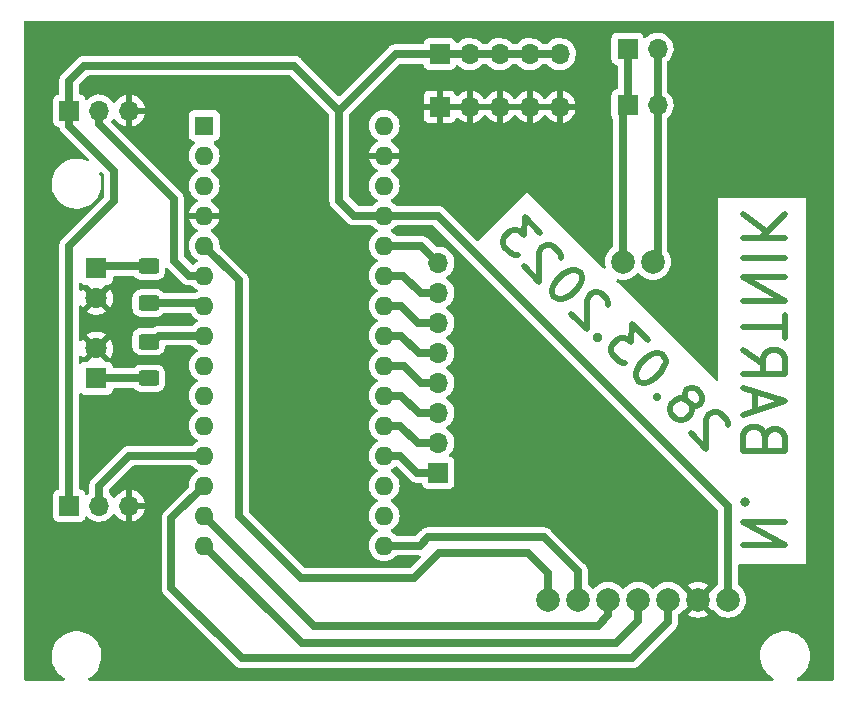
<source format=gbr>
%TF.GenerationSoftware,KiCad,Pcbnew,(6.0.6)*%
%TF.CreationDate,2023-03-29T11:00:03+02:00*%
%TF.ProjectId,ArduinoCAN board,41726475-696e-46f4-9341-4e20626f6172,rev?*%
%TF.SameCoordinates,Original*%
%TF.FileFunction,Copper,L2,Bot*%
%TF.FilePolarity,Positive*%
%FSLAX46Y46*%
G04 Gerber Fmt 4.6, Leading zero omitted, Abs format (unit mm)*
G04 Created by KiCad (PCBNEW (6.0.6)) date 2023-03-29 11:00:03*
%MOMM*%
%LPD*%
G01*
G04 APERTURE LIST*
G04 Aperture macros list*
%AMRoundRect*
0 Rectangle with rounded corners*
0 $1 Rounding radius*
0 $2 $3 $4 $5 $6 $7 $8 $9 X,Y pos of 4 corners*
0 Add a 4 corners polygon primitive as box body*
4,1,4,$2,$3,$4,$5,$6,$7,$8,$9,$2,$3,0*
0 Add four circle primitives for the rounded corners*
1,1,$1+$1,$2,$3*
1,1,$1+$1,$4,$5*
1,1,$1+$1,$6,$7*
1,1,$1+$1,$8,$9*
0 Add four rect primitives between the rounded corners*
20,1,$1+$1,$2,$3,$4,$5,0*
20,1,$1+$1,$4,$5,$6,$7,0*
20,1,$1+$1,$6,$7,$8,$9,0*
20,1,$1+$1,$8,$9,$2,$3,0*%
G04 Aperture macros list end*
%ADD10C,0.500000*%
%TA.AperFunction,NonConductor*%
%ADD11C,0.500000*%
%TD*%
%TA.AperFunction,ComponentPad*%
%ADD12R,1.700000X1.700000*%
%TD*%
%TA.AperFunction,ComponentPad*%
%ADD13O,1.700000X1.700000*%
%TD*%
%TA.AperFunction,ComponentPad*%
%ADD14C,1.800000*%
%TD*%
%TA.AperFunction,ComponentPad*%
%ADD15R,1.800000X1.800000*%
%TD*%
%TA.AperFunction,ComponentPad*%
%ADD16R,1.600000X1.600000*%
%TD*%
%TA.AperFunction,ComponentPad*%
%ADD17O,1.600000X1.600000*%
%TD*%
%TA.AperFunction,ComponentPad*%
%ADD18C,2.000000*%
%TD*%
%TA.AperFunction,SMDPad,CuDef*%
%ADD19RoundRect,0.250000X-0.625000X0.400000X-0.625000X-0.400000X0.625000X-0.400000X0.625000X0.400000X0*%
%TD*%
%TA.AperFunction,SMDPad,CuDef*%
%ADD20RoundRect,0.250000X0.625000X-0.400000X0.625000X0.400000X-0.625000X0.400000X-0.625000X-0.400000X0*%
%TD*%
%TA.AperFunction,Conductor*%
%ADD21C,0.635000*%
%TD*%
G04 APERTURE END LIST*
D10*
D11*
X175120384Y-93908216D02*
X175120384Y-93706186D01*
X175019369Y-93403140D01*
X174514293Y-92898064D01*
X174211247Y-92797049D01*
X174009217Y-92797049D01*
X173706171Y-92898064D01*
X173504140Y-93100094D01*
X173302110Y-93504155D01*
X173302110Y-95928522D01*
X171988911Y-94615323D01*
X171988911Y-92190957D02*
X172291957Y-92291972D01*
X172493988Y-92291972D01*
X172797033Y-92190957D01*
X172898049Y-92089942D01*
X172999064Y-91786896D01*
X172999064Y-91584866D01*
X172898049Y-91281820D01*
X172493988Y-90877759D01*
X172190942Y-90776744D01*
X171988911Y-90776744D01*
X171685866Y-90877759D01*
X171584850Y-90978774D01*
X171483835Y-91281820D01*
X171483835Y-91483850D01*
X171584850Y-91786896D01*
X171988911Y-92190957D01*
X172089927Y-92494003D01*
X172089927Y-92696033D01*
X171988911Y-92999079D01*
X171584850Y-93403140D01*
X171281805Y-93504155D01*
X171079774Y-93504155D01*
X170776728Y-93403140D01*
X170372667Y-92999079D01*
X170271652Y-92696033D01*
X170271652Y-92494003D01*
X170372667Y-92190957D01*
X170776728Y-91786896D01*
X171079774Y-91685881D01*
X171281805Y-91685881D01*
X171584850Y-91786896D01*
X169261500Y-91483850D02*
X169059469Y-91483850D01*
X169059469Y-91685881D01*
X169261500Y-91685881D01*
X169261500Y-91483850D01*
X169059469Y-91685881D01*
X169766576Y-88150347D02*
X169564545Y-87948316D01*
X169261500Y-87847301D01*
X169059469Y-87847301D01*
X168756423Y-87948316D01*
X168251347Y-88251362D01*
X167746271Y-88756438D01*
X167443225Y-89261515D01*
X167342210Y-89564561D01*
X167342210Y-89766591D01*
X167443225Y-90069637D01*
X167645255Y-90271667D01*
X167948301Y-90372683D01*
X168150332Y-90372683D01*
X168453378Y-90271667D01*
X168958454Y-89968622D01*
X169463530Y-89463545D01*
X169766576Y-88958469D01*
X169867591Y-88655423D01*
X169867591Y-88453393D01*
X169766576Y-88150347D01*
X168352362Y-86736133D02*
X167039164Y-85422935D01*
X166938149Y-86938164D01*
X166635103Y-86635118D01*
X166332057Y-86534103D01*
X166130027Y-86534103D01*
X165826981Y-86635118D01*
X165321905Y-87140194D01*
X165220889Y-87443240D01*
X165220889Y-87645271D01*
X165321905Y-87948316D01*
X165927996Y-88554408D01*
X166231042Y-88655423D01*
X166433072Y-88655423D01*
X164210737Y-86433088D02*
X164008706Y-86433088D01*
X164008706Y-86635118D01*
X164210737Y-86635118D01*
X164210737Y-86433088D01*
X164008706Y-86635118D01*
X165018859Y-83806691D02*
X165018859Y-83604661D01*
X164917844Y-83301615D01*
X164412767Y-82796538D01*
X164109722Y-82695523D01*
X163907691Y-82695523D01*
X163604645Y-82796538D01*
X163402615Y-82998569D01*
X163200584Y-83402630D01*
X163200584Y-85826996D01*
X161887386Y-84513798D01*
X162695508Y-81079279D02*
X162493477Y-80877249D01*
X162190432Y-80776233D01*
X161988401Y-80776233D01*
X161685355Y-80877249D01*
X161180279Y-81180294D01*
X160675203Y-81685371D01*
X160372157Y-82190447D01*
X160271142Y-82493493D01*
X160271142Y-82695523D01*
X160372157Y-82998569D01*
X160574188Y-83200599D01*
X160877233Y-83301615D01*
X161079264Y-83301615D01*
X161382310Y-83200599D01*
X161887386Y-82897554D01*
X162392462Y-82392477D01*
X162695508Y-81887401D01*
X162796523Y-81584355D01*
X162796523Y-81382325D01*
X162695508Y-81079279D01*
X160978249Y-79766081D02*
X160978249Y-79564050D01*
X160877233Y-79261005D01*
X160372157Y-78755928D01*
X160069111Y-78654913D01*
X159867081Y-78654913D01*
X159564035Y-78755928D01*
X159362005Y-78957959D01*
X159159974Y-79362020D01*
X159159974Y-81786386D01*
X157846776Y-80473188D01*
X159260989Y-77644760D02*
X157947791Y-76331562D01*
X157846776Y-77846791D01*
X157543730Y-77543745D01*
X157240684Y-77442730D01*
X157038654Y-77442730D01*
X156735608Y-77543745D01*
X156230532Y-78048822D01*
X156129516Y-78351867D01*
X156129516Y-78553898D01*
X156230532Y-78856944D01*
X156836623Y-79463035D01*
X157139669Y-79564050D01*
X157341700Y-79564050D01*
D10*
D11*
X176443424Y-104104413D02*
X179943424Y-104104413D01*
X176443424Y-102104413D01*
X179943424Y-102104413D01*
X176776758Y-100437747D02*
X176610091Y-100271080D01*
X176443424Y-100437747D01*
X176610091Y-100604413D01*
X176776758Y-100437747D01*
X176443424Y-100437747D01*
X178276758Y-94937747D02*
X178110091Y-94437747D01*
X177943424Y-94271080D01*
X177610091Y-94104413D01*
X177110091Y-94104413D01*
X176776758Y-94271080D01*
X176610091Y-94437747D01*
X176443424Y-94771080D01*
X176443424Y-96104413D01*
X179943424Y-96104413D01*
X179943424Y-94937747D01*
X179776758Y-94604413D01*
X179610091Y-94437747D01*
X179276758Y-94271080D01*
X178943424Y-94271080D01*
X178610091Y-94437747D01*
X178443424Y-94604413D01*
X178276758Y-94937747D01*
X178276758Y-96104413D01*
X177443424Y-92771080D02*
X177443424Y-91104413D01*
X176443424Y-93104413D02*
X179943424Y-91937747D01*
X176443424Y-90771080D01*
X176443424Y-87604413D02*
X178110091Y-88771080D01*
X176443424Y-89604413D02*
X179943424Y-89604413D01*
X179943424Y-88271080D01*
X179776758Y-87937747D01*
X179610091Y-87771080D01*
X179276758Y-87604413D01*
X178776758Y-87604413D01*
X178443424Y-87771080D01*
X178276758Y-87937747D01*
X178110091Y-88271080D01*
X178110091Y-89604413D01*
X179943424Y-86604413D02*
X179943424Y-84604413D01*
X176443424Y-85604413D02*
X179943424Y-85604413D01*
X176443424Y-83437747D02*
X179943424Y-83437747D01*
X176443424Y-81437747D01*
X179943424Y-81437747D01*
X176443424Y-79771080D02*
X179943424Y-79771080D01*
X176443424Y-78104413D02*
X179943424Y-78104413D01*
X176443424Y-76104413D02*
X178443424Y-77604413D01*
X179943424Y-76104413D02*
X177943424Y-78104413D01*
D12*
%TO.P,J3,1,Pin_1*%
%TO.N,Net-(A1-Pad19)*%
X150637653Y-97982124D03*
D13*
%TO.P,J3,2,Pin_2*%
%TO.N,Net-(A1-Pad20)*%
X150637653Y-95442124D03*
%TO.P,J3,3,Pin_3*%
%TO.N,Net-(A1-Pad21)*%
X150637653Y-92902124D03*
%TO.P,J3,4,Pin_4*%
%TO.N,Net-(A1-Pad22)*%
X150637653Y-90362124D03*
%TO.P,J3,5,Pin_5*%
%TO.N,Net-(A1-Pad23)*%
X150637653Y-87822124D03*
%TO.P,J3,6,Pin_6*%
%TO.N,Net-(A1-Pad24)*%
X150637653Y-85282124D03*
%TO.P,J3,7,Pin_7*%
%TO.N,Net-(A1-Pad25)*%
X150637653Y-82742124D03*
%TO.P,J3,8,Pin_8*%
%TO.N,Net-(A1-Pad26)*%
X150637653Y-80202124D03*
%TD*%
D12*
%TO.P,J2,1,Pin_1*%
%TO.N,VCC*%
X150752617Y-62529717D03*
D13*
%TO.P,J2,2,Pin_2*%
X153292617Y-62529717D03*
%TO.P,J2,3,Pin_3*%
X155832617Y-62529717D03*
%TO.P,J2,4,Pin_4*%
X158372617Y-62529717D03*
%TO.P,J2,5,Pin_5*%
X160912617Y-62529717D03*
%TD*%
D12*
%TO.P,J1,1,Pin_1*%
%TO.N,GND*%
X150752617Y-66991101D03*
D13*
%TO.P,J1,2,Pin_2*%
X153292617Y-66991101D03*
%TO.P,J1,3,Pin_3*%
X155832617Y-66991101D03*
%TO.P,J1,4,Pin_4*%
X158372617Y-66991101D03*
%TO.P,J1,5,Pin_5*%
X160912617Y-66991101D03*
%TD*%
D12*
%TO.P,J7,1,Pin_1*%
%TO.N,VCC*%
X119380000Y-100760000D03*
D13*
%TO.P,J7,2,Pin_2*%
%TO.N,SERVO2*%
X121920000Y-100760000D03*
%TO.P,J7,3,Pin_3*%
%TO.N,GND*%
X124460000Y-100760000D03*
%TD*%
D12*
%TO.P,J6,1,Pin_1*%
%TO.N,VCC*%
X119380000Y-67310000D03*
D13*
%TO.P,J6,2,Pin_2*%
%TO.N,SERVO1*%
X121920000Y-67310000D03*
%TO.P,J6,3,Pin_3*%
%TO.N,GND*%
X124460000Y-67310000D03*
%TD*%
D14*
%TO.P,D2,2,A*%
%TO.N,GND*%
X121679436Y-87446584D03*
D15*
%TO.P,D2,1,K*%
%TO.N,Net-(D2-Pad1)*%
X121679436Y-89986584D03*
%TD*%
D12*
%TO.P,J5,1,Pin_1*%
%TO.N,Net-(J4-Pad1)*%
X166650000Y-66850000D03*
D13*
%TO.P,J5,2,Pin_2*%
%TO.N,Net-(J4-Pad2)*%
X169190000Y-66850000D03*
%TD*%
D16*
%TO.P,A1,1,D1/TX*%
%TO.N,unconnected-(A1-Pad1)*%
X130810000Y-68580000D03*
D17*
%TO.P,A1,2,D0/RX*%
%TO.N,unconnected-(A1-Pad2)*%
X130810000Y-71120000D03*
%TO.P,A1,3,~{RESET}*%
%TO.N,unconnected-(A1-Pad3)*%
X130810000Y-73660000D03*
%TO.P,A1,4,GND*%
%TO.N,GND*%
X130810000Y-76200000D03*
%TO.P,A1,5,D2*%
%TO.N,INT*%
X130810000Y-78740000D03*
%TO.P,A1,6,D3*%
%TO.N,SERVO1*%
X130810000Y-81280000D03*
%TO.P,A1,7,D4*%
%TO.N,Net-(A1-Pad7)*%
X130810000Y-83820000D03*
%TO.P,A1,8,D5*%
%TO.N,Net-(A1-Pad8)*%
X130810000Y-86360000D03*
%TO.P,A1,9,D6*%
%TO.N,unconnected-(A1-Pad9)*%
X130810000Y-88900000D03*
%TO.P,A1,10,D7*%
%TO.N,unconnected-(A1-Pad10)*%
X130810000Y-91440000D03*
%TO.P,A1,11,D8*%
%TO.N,unconnected-(A1-Pad11)*%
X130810000Y-93980000D03*
%TO.P,A1,12,D9*%
%TO.N,SERVO2*%
X130810000Y-96520000D03*
%TO.P,A1,13,D10*%
%TO.N,CS*%
X130810000Y-99060000D03*
%TO.P,A1,14,D11*%
%TO.N,SI*%
X130810000Y-101600000D03*
%TO.P,A1,15,D12*%
%TO.N,SD*%
X130810000Y-104140000D03*
%TO.P,A1,16,D13*%
%TO.N,SCK*%
X146050000Y-104140000D03*
%TO.P,A1,17,3V3*%
%TO.N,unconnected-(A1-Pad17)*%
X146050000Y-101600000D03*
%TO.P,A1,18,AREF*%
%TO.N,unconnected-(A1-Pad18)*%
X146050000Y-99060000D03*
%TO.P,A1,19,A0*%
%TO.N,Net-(A1-Pad19)*%
X146050000Y-96520000D03*
%TO.P,A1,20,A1*%
%TO.N,Net-(A1-Pad20)*%
X146050000Y-93980000D03*
%TO.P,A1,21,A2*%
%TO.N,Net-(A1-Pad21)*%
X146050000Y-91440000D03*
%TO.P,A1,22,A3*%
%TO.N,Net-(A1-Pad22)*%
X146050000Y-88900000D03*
%TO.P,A1,23,A4*%
%TO.N,Net-(A1-Pad23)*%
X146050000Y-86360000D03*
%TO.P,A1,24,A5*%
%TO.N,Net-(A1-Pad24)*%
X146050000Y-83820000D03*
%TO.P,A1,25,A6*%
%TO.N,Net-(A1-Pad25)*%
X146050000Y-81280000D03*
%TO.P,A1,26,A7*%
%TO.N,Net-(A1-Pad26)*%
X146050000Y-78740000D03*
%TO.P,A1,27,+5V*%
%TO.N,VCC*%
X146050000Y-76200000D03*
%TO.P,A1,28,~{RESET}*%
%TO.N,unconnected-(A1-Pad28)*%
X146050000Y-73660000D03*
%TO.P,A1,29,GND*%
%TO.N,GND*%
X146050000Y-71120000D03*
%TO.P,A1,30,VIN*%
%TO.N,unconnected-(A1-Pad30)*%
X146050000Y-68580000D03*
%TD*%
D14*
%TO.P,D1,2,A*%
%TO.N,GND*%
X121679436Y-83179716D03*
D15*
%TO.P,D1,1,K*%
%TO.N,Net-(D1-Pad1)*%
X121679436Y-80639716D03*
%TD*%
D12*
%TO.P,J4,1,Pin_1*%
%TO.N,Net-(J4-Pad1)*%
X166650000Y-62080000D03*
D13*
%TO.P,J4,2,Pin_2*%
%TO.N,Net-(J4-Pad2)*%
X169190000Y-62080000D03*
%TD*%
D18*
%TO.P,U1,1,VCC*%
%TO.N,VCC*%
X175161976Y-108725331D03*
%TO.P,U1,2,GND*%
%TO.N,GND*%
X172621976Y-108725331D03*
%TO.P,U1,3,CS*%
%TO.N,CS*%
X170081976Y-108725331D03*
%TO.P,U1,4,SD*%
%TO.N,SD*%
X167541976Y-108725331D03*
%TO.P,U1,5,SI*%
%TO.N,SI*%
X165001976Y-108725331D03*
%TO.P,U1,6,SCK*%
%TO.N,SCK*%
X162461976Y-108725331D03*
%TO.P,U1,7,INT*%
%TO.N,INT*%
X159921976Y-108725331D03*
%TO.P,U1,8,CAN_H*%
%TO.N,Net-(J4-Pad2)*%
X168811976Y-80125331D03*
%TO.P,U1,9,CAN_L*%
%TO.N,Net-(J4-Pad1)*%
X166271976Y-80125331D03*
%TD*%
D19*
%TO.P,R1,1*%
%TO.N,Net-(D1-Pad1)*%
X126120341Y-80504036D03*
%TO.P,R1,2*%
%TO.N,Net-(A1-Pad7)*%
X126120341Y-83604036D03*
%TD*%
D20*
%TO.P,R2,1*%
%TO.N,Net-(D2-Pad1)*%
X126120341Y-89971658D03*
%TO.P,R2,2*%
%TO.N,Net-(A1-Pad8)*%
X126120341Y-86871658D03*
%TD*%
D21*
%TO.N,VCC*%
X123190000Y-72390000D02*
X123190000Y-74930000D01*
X123190000Y-74930000D02*
X119380000Y-78740000D01*
X119380000Y-78740000D02*
X119380000Y-100760000D01*
X119380000Y-68580000D02*
X123190000Y-72390000D01*
X119380000Y-67310000D02*
X119380000Y-68580000D01*
%TO.N,SERVO1*%
X129540000Y-81280000D02*
X130810000Y-81280000D01*
X128270000Y-80010000D02*
X129540000Y-81280000D01*
X121920000Y-68455730D02*
X128270000Y-74805730D01*
X128270000Y-74805730D02*
X128270000Y-80010000D01*
X121920000Y-67310000D02*
X121920000Y-68455730D01*
%TO.N,Net-(D2-Pad1)*%
X121694362Y-89971658D02*
X121679436Y-89986584D01*
X126120341Y-89971658D02*
X121694362Y-89971658D01*
%TO.N,Net-(D1-Pad1)*%
X121815116Y-80504036D02*
X121679436Y-80639716D01*
X126120341Y-80504036D02*
X121815116Y-80504036D01*
%TO.N,CS*%
X170095000Y-110615835D02*
X170095000Y-108738355D01*
X167008472Y-113702363D02*
X170095000Y-110615835D01*
X128027901Y-107708787D02*
X134021477Y-113702363D01*
X170095000Y-108738355D02*
X170081976Y-108725331D01*
X128027901Y-101842099D02*
X128027901Y-107708787D01*
X134021477Y-113702363D02*
X167008472Y-113702363D01*
X130810000Y-99060000D02*
X128027901Y-101842099D01*
%TO.N,SD*%
X165653427Y-112413417D02*
X167541976Y-110524868D01*
X139083417Y-112413417D02*
X165653427Y-112413417D01*
X130810000Y-104140000D02*
X139083417Y-112413417D01*
X167541976Y-110524868D02*
X167541976Y-108725331D01*
%TO.N,SI*%
X165001976Y-110057327D02*
X165001976Y-108725331D01*
X164133131Y-110926172D02*
X165001976Y-110057327D01*
X130810000Y-101600000D02*
X140136172Y-110926172D01*
X140136172Y-110926172D02*
X164133131Y-110926172D01*
%TO.N,SCK*%
X162461976Y-106312974D02*
X162461976Y-108725331D01*
X149789479Y-103423847D02*
X159572849Y-103423847D01*
X149073326Y-104140000D02*
X149789479Y-103423847D01*
X146050000Y-104140000D02*
X149073326Y-104140000D01*
X159572849Y-103423847D02*
X162461976Y-106312974D01*
%TO.N,INT*%
X159921976Y-106483667D02*
X159921976Y-108725331D01*
X138983758Y-106861036D02*
X148599683Y-106861036D01*
X133755096Y-101632374D02*
X138983758Y-106861036D01*
X150714876Y-104745843D02*
X158184152Y-104745843D01*
X158184152Y-104745843D02*
X159921976Y-106483667D01*
X133755096Y-81685096D02*
X133755096Y-101632374D01*
X130810000Y-78740000D02*
X133755096Y-81685096D01*
X148599683Y-106861036D02*
X150714876Y-104745843D01*
%TO.N,VCC*%
X158372617Y-62529717D02*
X160912617Y-62529717D01*
X155832617Y-62529717D02*
X158372617Y-62529717D01*
X153292617Y-62529717D02*
X155832617Y-62529717D01*
X150752617Y-62529717D02*
X153292617Y-62529717D01*
X147020283Y-62529717D02*
X150752617Y-62529717D01*
X142240000Y-67310000D02*
X147020283Y-62529717D01*
X143510000Y-76200000D02*
X146050000Y-76200000D01*
X138430000Y-63500000D02*
X142240000Y-67310000D01*
X142240000Y-74930000D02*
X143510000Y-76200000D01*
X120650000Y-63500000D02*
X138430000Y-63500000D01*
X142240000Y-67310000D02*
X142240000Y-74930000D01*
X119380000Y-64770000D02*
X120650000Y-63500000D01*
X119380000Y-67310000D02*
X119380000Y-64770000D01*
%TO.N,SERVO2*%
X124460000Y-96520000D02*
X130810000Y-96520000D01*
X121920000Y-99060000D02*
X124460000Y-96520000D01*
X121920000Y-100760000D02*
X121920000Y-99060000D01*
%TO.N,Net-(A1-Pad19)*%
X148827103Y-97982124D02*
X150637653Y-97982124D01*
X147364979Y-96520000D02*
X148827103Y-97982124D01*
X146050000Y-96520000D02*
X147364979Y-96520000D01*
%TO.N,Net-(A1-Pad20)*%
X148872339Y-95442124D02*
X150637653Y-95442124D01*
X147410215Y-93980000D02*
X148872339Y-95442124D01*
X146050000Y-93980000D02*
X147410215Y-93980000D01*
%TO.N,Net-(A1-Pad21)*%
X148961641Y-92902124D02*
X150637653Y-92902124D01*
X147499517Y-91440000D02*
X148961641Y-92902124D01*
X146050000Y-91440000D02*
X147499517Y-91440000D01*
%TO.N,Net-(A1-Pad22)*%
X147721019Y-88900000D02*
X149183143Y-90362124D01*
X149183143Y-90362124D02*
X150637653Y-90362124D01*
X146050000Y-88900000D02*
X147721019Y-88900000D01*
%TO.N,Net-(A1-Pad23)*%
X148963981Y-87822124D02*
X150637653Y-87822124D01*
X147501857Y-86360000D02*
X148963981Y-87822124D01*
X146050000Y-86360000D02*
X147501857Y-86360000D01*
%TO.N,Net-(A1-Pad24)*%
X147458960Y-83820000D02*
X148921084Y-85282124D01*
X148921084Y-85282124D02*
X150637653Y-85282124D01*
X146050000Y-83820000D02*
X147458960Y-83820000D01*
%TO.N,Net-(A1-Pad25)*%
X149142586Y-82742124D02*
X150637653Y-82742124D01*
X147680462Y-81280000D02*
X149142586Y-82742124D01*
X146050000Y-81280000D02*
X147680462Y-81280000D01*
%TO.N,Net-(A1-Pad26)*%
X149175529Y-78740000D02*
X150637653Y-80202124D01*
X146050000Y-78740000D02*
X149175529Y-78740000D01*
%TO.N,VCC*%
X175175012Y-100806439D02*
X175175012Y-105455263D01*
X150568573Y-76200000D02*
X175175012Y-100806439D01*
X146050000Y-76200000D02*
X150568573Y-76200000D01*
%TO.N,Net-(A1-Pad7)*%
X130594036Y-83604036D02*
X130810000Y-83820000D01*
X126120341Y-83604036D02*
X130594036Y-83604036D01*
%TO.N,Net-(A1-Pad8)*%
X126488342Y-86871658D02*
X127000000Y-86360000D01*
X126120341Y-86871658D02*
X126488342Y-86871658D01*
X127000000Y-86360000D02*
X130810000Y-86360000D01*
%TO.N,VCC*%
X175175000Y-108712307D02*
X175175000Y-105455270D01*
X175161976Y-108725331D02*
X175175000Y-108712307D01*
%TO.N,Net-(J4-Pad1)*%
X166271976Y-80125331D02*
X166285000Y-80112307D01*
X166650000Y-62080000D02*
X166650000Y-66850000D01*
X166285000Y-80112307D02*
X166285000Y-67215000D01*
%TO.N,Net-(J4-Pad2)*%
X169190000Y-62080000D02*
X169190000Y-66850000D01*
X169190000Y-66850000D02*
X169190000Y-79747307D01*
X169190000Y-79747307D02*
X168811976Y-80125331D01*
%TD*%
%TA.AperFunction,Conductor*%
%TO.N,GND*%
G36*
X184092121Y-59710002D02*
G01*
X184138614Y-59763658D01*
X184150000Y-59816000D01*
X184150000Y-115444000D01*
X184129998Y-115512121D01*
X184076342Y-115558614D01*
X184024000Y-115570000D01*
X181102203Y-115570000D01*
X181034082Y-115549998D01*
X180987589Y-115496342D01*
X180977485Y-115426068D01*
X181006979Y-115361488D01*
X181038633Y-115335212D01*
X181184213Y-115250142D01*
X181184220Y-115250137D01*
X181187922Y-115247974D01*
X181414159Y-115070582D01*
X181455285Y-115028144D01*
X181611244Y-114867206D01*
X181614227Y-114864128D01*
X181616760Y-114860680D01*
X181616764Y-114860675D01*
X181781887Y-114635886D01*
X181784425Y-114632431D01*
X181839841Y-114530367D01*
X181919554Y-114383555D01*
X181919555Y-114383553D01*
X181921604Y-114379779D01*
X182023225Y-114110848D01*
X182087407Y-113830613D01*
X182101675Y-113670748D01*
X182112743Y-113546726D01*
X182112743Y-113546724D01*
X182112963Y-113544260D01*
X182113427Y-113500000D01*
X182093873Y-113213175D01*
X182089336Y-113191264D01*
X182036443Y-112935855D01*
X182035574Y-112931658D01*
X181939607Y-112660657D01*
X181807750Y-112405188D01*
X181794488Y-112386317D01*
X181644904Y-112173482D01*
X181642441Y-112169977D01*
X181446740Y-111959378D01*
X181224268Y-111777287D01*
X180979142Y-111627073D01*
X180961048Y-111619130D01*
X180719830Y-111513243D01*
X180715898Y-111511517D01*
X180689963Y-111504129D01*
X180443534Y-111433932D01*
X180443535Y-111433932D01*
X180439406Y-111432756D01*
X180226704Y-111402485D01*
X180159036Y-111392854D01*
X180159034Y-111392854D01*
X180154784Y-111392249D01*
X180150495Y-111392227D01*
X180150488Y-111392226D01*
X179871583Y-111390765D01*
X179871576Y-111390765D01*
X179867297Y-111390743D01*
X179863053Y-111391302D01*
X179863049Y-111391302D01*
X179737660Y-111407810D01*
X179582266Y-111428268D01*
X179578126Y-111429401D01*
X179578124Y-111429401D01*
X179526642Y-111443485D01*
X179304964Y-111504129D01*
X179301016Y-111505813D01*
X179044476Y-111615237D01*
X179044472Y-111615239D01*
X179040524Y-111616923D01*
X178915960Y-111691473D01*
X178797521Y-111762357D01*
X178797517Y-111762360D01*
X178793839Y-111764561D01*
X178569472Y-111944313D01*
X178371577Y-112152851D01*
X178203814Y-112386317D01*
X178069288Y-112640392D01*
X178060393Y-112664698D01*
X177990255Y-112856361D01*
X177970489Y-112910373D01*
X177909245Y-113191264D01*
X177908909Y-113195534D01*
X177887196Y-113471428D01*
X177887195Y-113471428D01*
X177887196Y-113471430D01*
X177886689Y-113477869D01*
X177903238Y-113764883D01*
X177904063Y-113769088D01*
X177904064Y-113769096D01*
X177936010Y-113931921D01*
X177958586Y-114046995D01*
X177959973Y-114051045D01*
X177959974Y-114051050D01*
X178035557Y-114271807D01*
X178051710Y-114318986D01*
X178068523Y-114352414D01*
X178159054Y-114532415D01*
X178180885Y-114575822D01*
X178343721Y-114812750D01*
X178537206Y-115025388D01*
X178540501Y-115028143D01*
X178540502Y-115028144D01*
X178591258Y-115070582D01*
X178757759Y-115209798D01*
X178957684Y-115335212D01*
X178960954Y-115337263D01*
X179008031Y-115390406D01*
X179018903Y-115460566D01*
X178990119Y-115525465D01*
X178930816Y-115564500D01*
X178893997Y-115570000D01*
X121102203Y-115570000D01*
X121034082Y-115549998D01*
X120987589Y-115496342D01*
X120977485Y-115426068D01*
X121006979Y-115361488D01*
X121038633Y-115335212D01*
X121184213Y-115250142D01*
X121184220Y-115250137D01*
X121187922Y-115247974D01*
X121414159Y-115070582D01*
X121455285Y-115028144D01*
X121611244Y-114867206D01*
X121614227Y-114864128D01*
X121616760Y-114860680D01*
X121616764Y-114860675D01*
X121781887Y-114635886D01*
X121784425Y-114632431D01*
X121839841Y-114530367D01*
X121919554Y-114383555D01*
X121919555Y-114383553D01*
X121921604Y-114379779D01*
X122023225Y-114110848D01*
X122087407Y-113830613D01*
X122101675Y-113670748D01*
X122112743Y-113546726D01*
X122112743Y-113546724D01*
X122112963Y-113544260D01*
X122113427Y-113500000D01*
X122093873Y-113213175D01*
X122089336Y-113191264D01*
X122036443Y-112935855D01*
X122035574Y-112931658D01*
X121939607Y-112660657D01*
X121807750Y-112405188D01*
X121794488Y-112386317D01*
X121644904Y-112173482D01*
X121642441Y-112169977D01*
X121446740Y-111959378D01*
X121224268Y-111777287D01*
X120979142Y-111627073D01*
X120961048Y-111619130D01*
X120719830Y-111513243D01*
X120715898Y-111511517D01*
X120689963Y-111504129D01*
X120443534Y-111433932D01*
X120443535Y-111433932D01*
X120439406Y-111432756D01*
X120226704Y-111402485D01*
X120159036Y-111392854D01*
X120159034Y-111392854D01*
X120154784Y-111392249D01*
X120150495Y-111392227D01*
X120150488Y-111392226D01*
X119871583Y-111390765D01*
X119871576Y-111390765D01*
X119867297Y-111390743D01*
X119863053Y-111391302D01*
X119863049Y-111391302D01*
X119737660Y-111407810D01*
X119582266Y-111428268D01*
X119578126Y-111429401D01*
X119578124Y-111429401D01*
X119526642Y-111443485D01*
X119304964Y-111504129D01*
X119301016Y-111505813D01*
X119044476Y-111615237D01*
X119044472Y-111615239D01*
X119040524Y-111616923D01*
X118915960Y-111691473D01*
X118797521Y-111762357D01*
X118797517Y-111762360D01*
X118793839Y-111764561D01*
X118569472Y-111944313D01*
X118371577Y-112152851D01*
X118203814Y-112386317D01*
X118069288Y-112640392D01*
X118060393Y-112664698D01*
X117990255Y-112856361D01*
X117970489Y-112910373D01*
X117909245Y-113191264D01*
X117908909Y-113195534D01*
X117887196Y-113471428D01*
X117887195Y-113471428D01*
X117887196Y-113471430D01*
X117886689Y-113477869D01*
X117903238Y-113764883D01*
X117904063Y-113769088D01*
X117904064Y-113769096D01*
X117936010Y-113931921D01*
X117958586Y-114046995D01*
X117959973Y-114051045D01*
X117959974Y-114051050D01*
X118035557Y-114271807D01*
X118051710Y-114318986D01*
X118068523Y-114352414D01*
X118159054Y-114532415D01*
X118180885Y-114575822D01*
X118343721Y-114812750D01*
X118537206Y-115025388D01*
X118540501Y-115028143D01*
X118540502Y-115028144D01*
X118591258Y-115070582D01*
X118757759Y-115209798D01*
X118957684Y-115335212D01*
X118960954Y-115337263D01*
X119008031Y-115390406D01*
X119018903Y-115460566D01*
X118990119Y-115525465D01*
X118930816Y-115564500D01*
X118893997Y-115570000D01*
X115696000Y-115570000D01*
X115627879Y-115549998D01*
X115581386Y-115496342D01*
X115570000Y-115444000D01*
X115570000Y-73477869D01*
X117886689Y-73477869D01*
X117903238Y-73764883D01*
X117904063Y-73769088D01*
X117904064Y-73769096D01*
X117928452Y-73893402D01*
X117958586Y-74046995D01*
X117959973Y-74051045D01*
X117959974Y-74051050D01*
X118050321Y-74314930D01*
X118051710Y-74318986D01*
X118053637Y-74322817D01*
X118174161Y-74562452D01*
X118180885Y-74575822D01*
X118343721Y-74812750D01*
X118346608Y-74815923D01*
X118346609Y-74815924D01*
X118513409Y-74999235D01*
X118537206Y-75025388D01*
X118540501Y-75028143D01*
X118540502Y-75028144D01*
X118754413Y-75207000D01*
X118757759Y-75209798D01*
X119001298Y-75362571D01*
X119263318Y-75480877D01*
X119267437Y-75482097D01*
X119534857Y-75561311D01*
X119534862Y-75561312D01*
X119538970Y-75562529D01*
X119543204Y-75563177D01*
X119543209Y-75563178D01*
X119772781Y-75598307D01*
X119823153Y-75606015D01*
X119969485Y-75608314D01*
X120106317Y-75610464D01*
X120106323Y-75610464D01*
X120110608Y-75610531D01*
X120114860Y-75610016D01*
X120114868Y-75610016D01*
X120391756Y-75576508D01*
X120391761Y-75576507D01*
X120396017Y-75575992D01*
X120657512Y-75507390D01*
X120669954Y-75504126D01*
X120669955Y-75504126D01*
X120674097Y-75503039D01*
X120939704Y-75393021D01*
X121118969Y-75288267D01*
X121184219Y-75250138D01*
X121184220Y-75250137D01*
X121187922Y-75247974D01*
X121414159Y-75070582D01*
X121418533Y-75066069D01*
X121578969Y-74900511D01*
X121614227Y-74864128D01*
X121616760Y-74860680D01*
X121616764Y-74860675D01*
X121781887Y-74635886D01*
X121784425Y-74632431D01*
X121836963Y-74535669D01*
X121919554Y-74383555D01*
X121919555Y-74383553D01*
X121921604Y-74379779D01*
X121997870Y-74177948D01*
X122021707Y-74114866D01*
X122021708Y-74114862D01*
X122023225Y-74110848D01*
X122061449Y-73943953D01*
X122086449Y-73834797D01*
X122086450Y-73834793D01*
X122087407Y-73830613D01*
X122101675Y-73670748D01*
X122112499Y-73549459D01*
X122123804Y-73520705D01*
X122117104Y-73510279D01*
X122112292Y-73483351D01*
X122094165Y-73217452D01*
X122094164Y-73217446D01*
X122093873Y-73213175D01*
X122089336Y-73191264D01*
X122050400Y-73003251D01*
X122035574Y-72931658D01*
X121939607Y-72660657D01*
X121937641Y-72656848D01*
X121937638Y-72656841D01*
X121934312Y-72650397D01*
X121920843Y-72580690D01*
X121947199Y-72514767D01*
X122005011Y-72473557D01*
X122075926Y-72470146D01*
X122135373Y-72503513D01*
X122327095Y-72695235D01*
X122361121Y-72757547D01*
X122364000Y-72784330D01*
X122364000Y-73474781D01*
X122351603Y-73517001D01*
X122361573Y-73536049D01*
X122364000Y-73560660D01*
X122364000Y-74535670D01*
X122343998Y-74603791D01*
X122327095Y-74624765D01*
X118824245Y-78127615D01*
X118816478Y-78134758D01*
X118778307Y-78167015D01*
X118774164Y-78172434D01*
X118774163Y-78172435D01*
X118730869Y-78229062D01*
X118728971Y-78231482D01*
X118680031Y-78292350D01*
X118676998Y-78298460D01*
X118675696Y-78300496D01*
X118675377Y-78300952D01*
X118674967Y-78301610D01*
X118674698Y-78302100D01*
X118673447Y-78304166D01*
X118669303Y-78309586D01*
X118640766Y-78370785D01*
X118636305Y-78380351D01*
X118634971Y-78383122D01*
X118600233Y-78453102D01*
X118598581Y-78459727D01*
X118597747Y-78461994D01*
X118597528Y-78462519D01*
X118597279Y-78463223D01*
X118597117Y-78463773D01*
X118596339Y-78466057D01*
X118593457Y-78472239D01*
X118591969Y-78478897D01*
X118591966Y-78478905D01*
X118576419Y-78548458D01*
X118575711Y-78551454D01*
X118565126Y-78593909D01*
X118556816Y-78627238D01*
X118556625Y-78634059D01*
X118556297Y-78636456D01*
X118556096Y-78637570D01*
X118555434Y-78642344D01*
X118554307Y-78647384D01*
X118554000Y-78652875D01*
X118554000Y-78726289D01*
X118553951Y-78729807D01*
X118551805Y-78806635D01*
X118553084Y-78813342D01*
X118553594Y-78819677D01*
X118554000Y-78829784D01*
X118554000Y-99280610D01*
X118533998Y-99348731D01*
X118480342Y-99395224D01*
X118441610Y-99405873D01*
X118437709Y-99406297D01*
X118419684Y-99408255D01*
X118283295Y-99459385D01*
X118166739Y-99546739D01*
X118079385Y-99663295D01*
X118028255Y-99799684D01*
X118021500Y-99861866D01*
X118021500Y-101658134D01*
X118028255Y-101720316D01*
X118079385Y-101856705D01*
X118166739Y-101973261D01*
X118283295Y-102060615D01*
X118419684Y-102111745D01*
X118481866Y-102118500D01*
X120278134Y-102118500D01*
X120340316Y-102111745D01*
X120476705Y-102060615D01*
X120593261Y-101973261D01*
X120680615Y-101856705D01*
X120691231Y-101828388D01*
X120724598Y-101739382D01*
X120767240Y-101682618D01*
X120833802Y-101657918D01*
X120903150Y-101673126D01*
X120937817Y-101701114D01*
X120966250Y-101733938D01*
X121138126Y-101876632D01*
X121331000Y-101989338D01*
X121539692Y-102069030D01*
X121544760Y-102070061D01*
X121544763Y-102070062D01*
X121639862Y-102089410D01*
X121758597Y-102113567D01*
X121763772Y-102113757D01*
X121763774Y-102113757D01*
X121976673Y-102121564D01*
X121976677Y-102121564D01*
X121981837Y-102121753D01*
X121986957Y-102121097D01*
X121986959Y-102121097D01*
X122198288Y-102094025D01*
X122198289Y-102094025D01*
X122203416Y-102093368D01*
X122208366Y-102091883D01*
X122412429Y-102030661D01*
X122412434Y-102030659D01*
X122417384Y-102029174D01*
X122617994Y-101930896D01*
X122799860Y-101801173D01*
X122871948Y-101729337D01*
X122943616Y-101657918D01*
X122958096Y-101643489D01*
X123015148Y-101564093D01*
X123088453Y-101462077D01*
X123089640Y-101462930D01*
X123136960Y-101419362D01*
X123206897Y-101407145D01*
X123272338Y-101434678D01*
X123300166Y-101466511D01*
X123357694Y-101560388D01*
X123363777Y-101568699D01*
X123503213Y-101729667D01*
X123510580Y-101736883D01*
X123674434Y-101872916D01*
X123682881Y-101878831D01*
X123866756Y-101986279D01*
X123876042Y-101990729D01*
X124075001Y-102066703D01*
X124084899Y-102069579D01*
X124188250Y-102090606D01*
X124202299Y-102089410D01*
X124206000Y-102079065D01*
X124206000Y-102078517D01*
X124714000Y-102078517D01*
X124718064Y-102092359D01*
X124731478Y-102094393D01*
X124738184Y-102093534D01*
X124748262Y-102091392D01*
X124952255Y-102030191D01*
X124961842Y-102026433D01*
X125153095Y-101932739D01*
X125161945Y-101927464D01*
X125335328Y-101803792D01*
X125343200Y-101797139D01*
X125494052Y-101646812D01*
X125500730Y-101638965D01*
X125625003Y-101466020D01*
X125630313Y-101457183D01*
X125724670Y-101266267D01*
X125728469Y-101256672D01*
X125790377Y-101052910D01*
X125792555Y-101042837D01*
X125793986Y-101031962D01*
X125791775Y-101017778D01*
X125778617Y-101014000D01*
X124732115Y-101014000D01*
X124716876Y-101018475D01*
X124715671Y-101019865D01*
X124714000Y-101027548D01*
X124714000Y-102078517D01*
X124206000Y-102078517D01*
X124206000Y-100487885D01*
X124714000Y-100487885D01*
X124718475Y-100503124D01*
X124719865Y-100504329D01*
X124727548Y-100506000D01*
X125778344Y-100506000D01*
X125791875Y-100502027D01*
X125793180Y-100492947D01*
X125751214Y-100325875D01*
X125747894Y-100316124D01*
X125662972Y-100120814D01*
X125658105Y-100111739D01*
X125542426Y-99932926D01*
X125536136Y-99924757D01*
X125392806Y-99767240D01*
X125385273Y-99760215D01*
X125218139Y-99628222D01*
X125209552Y-99622517D01*
X125023117Y-99519599D01*
X125013705Y-99515369D01*
X124812959Y-99444280D01*
X124802988Y-99441646D01*
X124731837Y-99428972D01*
X124718540Y-99430432D01*
X124714000Y-99444989D01*
X124714000Y-100487885D01*
X124206000Y-100487885D01*
X124206000Y-99443102D01*
X124202082Y-99429758D01*
X124187806Y-99427771D01*
X124149324Y-99433660D01*
X124139288Y-99436051D01*
X123936868Y-99502212D01*
X123927359Y-99506209D01*
X123738463Y-99604542D01*
X123729738Y-99610036D01*
X123559433Y-99737905D01*
X123551726Y-99744748D01*
X123404590Y-99898717D01*
X123398109Y-99906722D01*
X123293498Y-100060074D01*
X123238587Y-100105076D01*
X123168062Y-100113247D01*
X123104315Y-100081993D01*
X123083618Y-100057509D01*
X123002822Y-99932617D01*
X123002820Y-99932614D01*
X123000014Y-99928277D01*
X122849670Y-99763051D01*
X122793907Y-99719012D01*
X122752845Y-99661096D01*
X122746000Y-99620131D01*
X122746000Y-99454331D01*
X122766002Y-99386210D01*
X122782905Y-99365236D01*
X124765236Y-97382905D01*
X124827548Y-97348879D01*
X124854331Y-97346000D01*
X129733312Y-97346000D01*
X129801433Y-97366002D01*
X129822407Y-97382905D01*
X129965700Y-97526198D01*
X129970208Y-97529355D01*
X129970211Y-97529357D01*
X130048389Y-97584098D01*
X130153251Y-97657523D01*
X130158233Y-97659846D01*
X130158238Y-97659849D01*
X130192457Y-97675805D01*
X130245742Y-97722722D01*
X130265203Y-97790999D01*
X130244661Y-97858959D01*
X130192457Y-97904195D01*
X130158238Y-97920151D01*
X130158233Y-97920154D01*
X130153251Y-97922477D01*
X130048389Y-97995902D01*
X129970211Y-98050643D01*
X129970208Y-98050645D01*
X129965700Y-98053802D01*
X129803802Y-98215700D01*
X129672477Y-98403251D01*
X129670154Y-98408233D01*
X129670151Y-98408238D01*
X129590021Y-98580079D01*
X129575716Y-98610757D01*
X129574294Y-98616065D01*
X129574293Y-98616067D01*
X129522294Y-98810128D01*
X129516457Y-98831913D01*
X129496502Y-99060000D01*
X129496981Y-99065475D01*
X129496981Y-99065476D01*
X129503075Y-99135134D01*
X129489085Y-99204739D01*
X129466649Y-99235210D01*
X127472146Y-101229714D01*
X127464379Y-101236857D01*
X127426208Y-101269114D01*
X127422065Y-101274533D01*
X127422064Y-101274534D01*
X127378770Y-101331161D01*
X127376872Y-101333581D01*
X127327932Y-101394449D01*
X127324899Y-101400559D01*
X127323597Y-101402595D01*
X127323278Y-101403051D01*
X127322868Y-101403709D01*
X127322599Y-101404199D01*
X127321348Y-101406265D01*
X127317204Y-101411685D01*
X127284206Y-101482450D01*
X127282872Y-101485221D01*
X127248134Y-101555201D01*
X127246482Y-101561826D01*
X127245648Y-101564093D01*
X127245429Y-101564618D01*
X127245180Y-101565322D01*
X127245018Y-101565872D01*
X127244240Y-101568156D01*
X127241358Y-101574338D01*
X127239870Y-101580996D01*
X127239867Y-101581004D01*
X127224320Y-101650557D01*
X127223612Y-101653553D01*
X127206966Y-101720316D01*
X127204717Y-101729337D01*
X127204526Y-101736158D01*
X127204198Y-101738555D01*
X127203997Y-101739669D01*
X127203335Y-101744443D01*
X127202208Y-101749483D01*
X127201901Y-101754974D01*
X127201901Y-101828388D01*
X127201852Y-101831906D01*
X127199706Y-101908734D01*
X127200985Y-101915441D01*
X127201495Y-101921776D01*
X127201901Y-101931883D01*
X127201901Y-107668754D01*
X127201459Y-107679298D01*
X127197278Y-107729087D01*
X127198180Y-107735847D01*
X127207607Y-107806491D01*
X127207974Y-107809530D01*
X127216412Y-107887204D01*
X127218588Y-107893670D01*
X127219105Y-107896020D01*
X127219202Y-107896570D01*
X127219381Y-107897337D01*
X127219536Y-107897872D01*
X127220112Y-107900219D01*
X127221014Y-107906977D01*
X127223346Y-107913383D01*
X127247711Y-107980327D01*
X127248727Y-107983230D01*
X127271476Y-108050826D01*
X127271479Y-108050833D01*
X127273655Y-108057298D01*
X127277170Y-108063147D01*
X127278183Y-108065340D01*
X127278395Y-108065855D01*
X127278728Y-108066553D01*
X127279001Y-108067054D01*
X127280061Y-108069208D01*
X127282395Y-108075621D01*
X127324243Y-108141562D01*
X127325857Y-108144177D01*
X127366087Y-108211131D01*
X127370768Y-108216082D01*
X127372238Y-108218018D01*
X127372886Y-108218949D01*
X127375786Y-108222783D01*
X127378558Y-108227151D01*
X127382224Y-108231251D01*
X127434147Y-108283174D01*
X127436599Y-108285695D01*
X127489397Y-108341527D01*
X127495038Y-108345361D01*
X127499890Y-108349490D01*
X127507320Y-108356347D01*
X133409098Y-114258125D01*
X133416240Y-114265891D01*
X133448492Y-114304056D01*
X133510585Y-114351530D01*
X133512893Y-114353339D01*
X133573827Y-114402332D01*
X133579942Y-114405367D01*
X133581971Y-114406665D01*
X133582437Y-114406991D01*
X133583082Y-114407392D01*
X133583577Y-114407665D01*
X133585643Y-114408916D01*
X133591063Y-114413060D01*
X133661828Y-114446058D01*
X133664599Y-114447392D01*
X133734579Y-114482130D01*
X133741204Y-114483782D01*
X133743471Y-114484616D01*
X133743996Y-114484835D01*
X133744700Y-114485084D01*
X133745250Y-114485246D01*
X133747534Y-114486024D01*
X133753716Y-114488906D01*
X133760374Y-114490394D01*
X133760382Y-114490397D01*
X133829930Y-114505943D01*
X133832926Y-114506651D01*
X133897123Y-114522657D01*
X133908714Y-114525547D01*
X133915535Y-114525738D01*
X133917946Y-114526068D01*
X133919050Y-114526266D01*
X133923805Y-114526926D01*
X133928861Y-114528056D01*
X133934352Y-114528363D01*
X134007787Y-114528363D01*
X134011304Y-114528412D01*
X134081291Y-114530367D01*
X134081295Y-114530367D01*
X134088112Y-114530557D01*
X134094816Y-114529278D01*
X134101142Y-114528769D01*
X134111249Y-114528363D01*
X166968439Y-114528363D01*
X166978984Y-114528805D01*
X167028772Y-114532986D01*
X167106215Y-114522652D01*
X167109215Y-114522290D01*
X167150970Y-114517754D01*
X167180106Y-114514589D01*
X167180108Y-114514589D01*
X167186889Y-114513852D01*
X167193355Y-114511676D01*
X167195705Y-114511159D01*
X167196255Y-114511062D01*
X167197022Y-114510883D01*
X167197557Y-114510728D01*
X167199904Y-114510152D01*
X167206662Y-114509250D01*
X167280014Y-114482552D01*
X167282915Y-114481537D01*
X167350511Y-114458788D01*
X167350518Y-114458785D01*
X167356983Y-114456609D01*
X167362832Y-114453094D01*
X167365025Y-114452081D01*
X167365540Y-114451869D01*
X167366238Y-114451536D01*
X167366739Y-114451263D01*
X167368893Y-114450203D01*
X167375306Y-114447869D01*
X167441274Y-114406004D01*
X167443866Y-114404404D01*
X167510816Y-114364177D01*
X167515767Y-114359496D01*
X167517703Y-114358026D01*
X167518634Y-114357378D01*
X167522468Y-114354478D01*
X167526836Y-114351706D01*
X167530936Y-114348040D01*
X167582859Y-114296117D01*
X167585381Y-114293664D01*
X167636254Y-114245556D01*
X167636256Y-114245554D01*
X167641212Y-114240867D01*
X167645046Y-114235226D01*
X167649175Y-114230374D01*
X167656032Y-114222944D01*
X170650755Y-111228220D01*
X170658522Y-111221077D01*
X170691480Y-111193225D01*
X170696693Y-111188820D01*
X170744130Y-111126776D01*
X170746029Y-111124353D01*
X170760646Y-111106174D01*
X170794969Y-111063484D01*
X170798006Y-111057366D01*
X170799295Y-111055350D01*
X170799623Y-111054881D01*
X170800030Y-111054228D01*
X170800302Y-111053733D01*
X170801549Y-111051674D01*
X170805697Y-111046249D01*
X170838700Y-110975474D01*
X170840034Y-110972702D01*
X170840126Y-110972517D01*
X170874767Y-110902733D01*
X170876419Y-110896108D01*
X170877253Y-110893841D01*
X170877472Y-110893316D01*
X170877721Y-110892612D01*
X170877883Y-110892062D01*
X170878661Y-110889778D01*
X170881543Y-110883596D01*
X170883031Y-110876938D01*
X170883034Y-110876930D01*
X170898581Y-110807377D01*
X170899289Y-110804381D01*
X170916533Y-110735220D01*
X170916533Y-110735217D01*
X170918184Y-110728597D01*
X170918375Y-110721776D01*
X170918703Y-110719379D01*
X170918904Y-110718265D01*
X170919566Y-110713491D01*
X170920693Y-110708451D01*
X170921000Y-110702960D01*
X170921000Y-110629546D01*
X170921049Y-110626028D01*
X170922696Y-110567062D01*
X170923195Y-110549200D01*
X170921916Y-110542493D01*
X170921406Y-110536158D01*
X170921000Y-110526051D01*
X170921000Y-110049839D01*
X170941002Y-109981718D01*
X170963402Y-109958001D01*
X171754136Y-109958001D01*
X171759863Y-109965651D01*
X171931018Y-110070536D01*
X171939813Y-110075018D01*
X172149964Y-110162065D01*
X172159349Y-110165114D01*
X172380530Y-110218216D01*
X172390277Y-110219759D01*
X172617046Y-110237606D01*
X172626906Y-110237606D01*
X172853675Y-110219759D01*
X172863422Y-110218216D01*
X173084603Y-110165114D01*
X173093988Y-110162065D01*
X173304139Y-110075018D01*
X173312934Y-110070536D01*
X173480421Y-109967899D01*
X173489883Y-109957441D01*
X173486100Y-109948665D01*
X172634788Y-109097353D01*
X172620844Y-109089739D01*
X172619011Y-109089870D01*
X172612396Y-109094121D01*
X171760896Y-109945621D01*
X171754136Y-109958001D01*
X170963402Y-109958001D01*
X170971408Y-109949525D01*
X170971392Y-109949507D01*
X170971563Y-109949361D01*
X171151945Y-109795300D01*
X171155153Y-109791544D01*
X171155158Y-109791539D01*
X171285682Y-109638715D01*
X171345132Y-109599905D01*
X171379534Y-109597691D01*
X171398643Y-109589454D01*
X172249954Y-108738143D01*
X172257568Y-108724199D01*
X172257437Y-108722366D01*
X172253186Y-108715751D01*
X171401686Y-107864251D01*
X171384874Y-107855071D01*
X171321626Y-107841311D01*
X171286201Y-107812555D01*
X171155153Y-107659118D01*
X171151945Y-107655362D01*
X171134768Y-107640691D01*
X171099716Y-107610754D01*
X170971392Y-107501155D01*
X170967184Y-107498576D01*
X170967178Y-107498572D01*
X170958446Y-107493221D01*
X171754069Y-107493221D01*
X171757852Y-107501997D01*
X172609164Y-108353309D01*
X172623108Y-108360923D01*
X172624941Y-108360792D01*
X172631556Y-108356541D01*
X173483056Y-107505041D01*
X173489816Y-107492661D01*
X173484089Y-107485011D01*
X173312934Y-107380126D01*
X173304139Y-107375644D01*
X173093988Y-107288597D01*
X173084603Y-107285548D01*
X172863422Y-107232446D01*
X172853675Y-107230903D01*
X172626906Y-107213056D01*
X172617046Y-107213056D01*
X172390277Y-107230903D01*
X172380530Y-107232446D01*
X172159349Y-107285548D01*
X172149964Y-107288597D01*
X171939813Y-107375644D01*
X171931018Y-107380126D01*
X171763531Y-107482763D01*
X171754069Y-107493221D01*
X170958446Y-107493221D01*
X170773159Y-107379677D01*
X170768939Y-107377091D01*
X170764369Y-107375198D01*
X170764365Y-107375196D01*
X170554143Y-107288120D01*
X170554141Y-107288119D01*
X170549570Y-107286226D01*
X170469367Y-107266971D01*
X170323500Y-107231951D01*
X170323494Y-107231950D01*
X170318687Y-107230796D01*
X170081976Y-107212166D01*
X169845265Y-107230796D01*
X169840458Y-107231950D01*
X169840452Y-107231951D01*
X169694585Y-107266971D01*
X169614382Y-107286226D01*
X169609811Y-107288119D01*
X169609809Y-107288120D01*
X169399587Y-107375196D01*
X169399583Y-107375198D01*
X169395013Y-107377091D01*
X169390793Y-107379677D01*
X169196774Y-107498572D01*
X169196768Y-107498576D01*
X169192560Y-107501155D01*
X169064236Y-107610754D01*
X169029185Y-107640691D01*
X169012007Y-107655362D01*
X169008799Y-107659118D01*
X169008794Y-107659123D01*
X168907787Y-107777387D01*
X168848337Y-107816197D01*
X168777342Y-107816703D01*
X168716165Y-107777387D01*
X168615158Y-107659123D01*
X168615153Y-107659118D01*
X168611945Y-107655362D01*
X168594768Y-107640691D01*
X168559716Y-107610754D01*
X168431392Y-107501155D01*
X168427184Y-107498576D01*
X168427178Y-107498572D01*
X168233159Y-107379677D01*
X168228939Y-107377091D01*
X168224369Y-107375198D01*
X168224365Y-107375196D01*
X168014143Y-107288120D01*
X168014141Y-107288119D01*
X168009570Y-107286226D01*
X167929367Y-107266971D01*
X167783500Y-107231951D01*
X167783494Y-107231950D01*
X167778687Y-107230796D01*
X167541976Y-107212166D01*
X167305265Y-107230796D01*
X167300458Y-107231950D01*
X167300452Y-107231951D01*
X167154585Y-107266971D01*
X167074382Y-107286226D01*
X167069811Y-107288119D01*
X167069809Y-107288120D01*
X166859587Y-107375196D01*
X166859583Y-107375198D01*
X166855013Y-107377091D01*
X166850793Y-107379677D01*
X166656774Y-107498572D01*
X166656768Y-107498576D01*
X166652560Y-107501155D01*
X166524236Y-107610754D01*
X166489185Y-107640691D01*
X166472007Y-107655362D01*
X166468799Y-107659118D01*
X166468794Y-107659123D01*
X166367787Y-107777387D01*
X166308337Y-107816197D01*
X166237342Y-107816703D01*
X166176165Y-107777387D01*
X166075158Y-107659123D01*
X166075153Y-107659118D01*
X166071945Y-107655362D01*
X166054768Y-107640691D01*
X166019716Y-107610754D01*
X165891392Y-107501155D01*
X165887184Y-107498576D01*
X165887178Y-107498572D01*
X165693159Y-107379677D01*
X165688939Y-107377091D01*
X165684369Y-107375198D01*
X165684365Y-107375196D01*
X165474143Y-107288120D01*
X165474141Y-107288119D01*
X165469570Y-107286226D01*
X165389367Y-107266971D01*
X165243500Y-107231951D01*
X165243494Y-107231950D01*
X165238687Y-107230796D01*
X165001976Y-107212166D01*
X164765265Y-107230796D01*
X164760458Y-107231950D01*
X164760452Y-107231951D01*
X164614585Y-107266971D01*
X164534382Y-107286226D01*
X164529811Y-107288119D01*
X164529809Y-107288120D01*
X164319587Y-107375196D01*
X164319583Y-107375198D01*
X164315013Y-107377091D01*
X164310793Y-107379677D01*
X164116774Y-107498572D01*
X164116768Y-107498576D01*
X164112560Y-107501155D01*
X163984236Y-107610754D01*
X163949185Y-107640691D01*
X163932007Y-107655362D01*
X163928799Y-107659118D01*
X163928794Y-107659123D01*
X163827787Y-107777387D01*
X163768337Y-107816197D01*
X163697342Y-107816703D01*
X163636165Y-107777387D01*
X163535158Y-107659123D01*
X163535153Y-107659118D01*
X163531945Y-107655362D01*
X163514768Y-107640691D01*
X163355154Y-107504368D01*
X163351392Y-107501155D01*
X163347173Y-107498570D01*
X163343167Y-107495659D01*
X163343970Y-107494554D01*
X163300508Y-107446511D01*
X163287976Y-107391730D01*
X163287976Y-106353009D01*
X163288418Y-106342466D01*
X163292028Y-106299473D01*
X163292599Y-106292675D01*
X163291639Y-106285477D01*
X163282271Y-106215262D01*
X163281901Y-106212208D01*
X163274202Y-106141338D01*
X163274201Y-106141335D01*
X163273465Y-106134557D01*
X163271291Y-106128096D01*
X163270770Y-106125727D01*
X163270673Y-106125178D01*
X163270501Y-106124437D01*
X163270344Y-106123897D01*
X163269766Y-106121545D01*
X163268864Y-106114784D01*
X163242154Y-106041399D01*
X163241137Y-106038496D01*
X163233241Y-106015034D01*
X163216222Y-105964463D01*
X163212707Y-105958613D01*
X163211694Y-105956421D01*
X163211482Y-105955906D01*
X163211149Y-105955208D01*
X163210876Y-105954707D01*
X163209816Y-105952553D01*
X163207482Y-105946140D01*
X163165599Y-105880143D01*
X163164074Y-105877674D01*
X163123790Y-105810630D01*
X163119098Y-105805668D01*
X163117639Y-105803746D01*
X163117000Y-105802825D01*
X163114091Y-105798979D01*
X163111319Y-105794611D01*
X163107653Y-105790511D01*
X163055748Y-105738606D01*
X163053295Y-105736084D01*
X163005174Y-105685197D01*
X163005170Y-105685194D01*
X163000480Y-105680234D01*
X162994833Y-105676396D01*
X162989981Y-105672267D01*
X162982551Y-105665409D01*
X160185234Y-102868092D01*
X160178091Y-102860325D01*
X160172957Y-102854250D01*
X160145834Y-102822154D01*
X160083783Y-102774713D01*
X160081363Y-102772815D01*
X160020499Y-102723878D01*
X160014389Y-102720845D01*
X160012353Y-102719543D01*
X160011897Y-102719224D01*
X160011239Y-102718814D01*
X160010749Y-102718545D01*
X160008683Y-102717294D01*
X160003263Y-102713150D01*
X159932495Y-102680151D01*
X159929724Y-102678817D01*
X159920298Y-102674138D01*
X159859747Y-102644080D01*
X159853122Y-102642428D01*
X159850855Y-102641594D01*
X159850330Y-102641375D01*
X159849626Y-102641126D01*
X159849076Y-102640964D01*
X159846792Y-102640186D01*
X159840610Y-102637304D01*
X159833952Y-102635816D01*
X159833944Y-102635813D01*
X159764391Y-102620266D01*
X159761395Y-102619558D01*
X159692234Y-102602314D01*
X159692231Y-102602314D01*
X159685611Y-102600663D01*
X159678790Y-102600472D01*
X159676393Y-102600144D01*
X159675279Y-102599943D01*
X159670505Y-102599281D01*
X159665465Y-102598154D01*
X159659974Y-102597847D01*
X159586560Y-102597847D01*
X159583042Y-102597798D01*
X159582132Y-102597773D01*
X159506214Y-102595652D01*
X159499507Y-102596931D01*
X159493172Y-102597441D01*
X159483065Y-102597847D01*
X149829512Y-102597847D01*
X149818968Y-102597405D01*
X149809479Y-102596608D01*
X149769179Y-102593224D01*
X149691736Y-102603558D01*
X149688736Y-102603920D01*
X149646981Y-102608456D01*
X149617845Y-102611621D01*
X149617843Y-102611621D01*
X149611062Y-102612358D01*
X149604596Y-102614534D01*
X149602246Y-102615051D01*
X149601697Y-102615148D01*
X149600938Y-102615325D01*
X149600393Y-102615483D01*
X149598054Y-102616058D01*
X149591289Y-102616960D01*
X149517883Y-102643678D01*
X149515048Y-102644671D01*
X149440968Y-102669601D01*
X149435118Y-102673116D01*
X149432906Y-102674138D01*
X149432401Y-102674346D01*
X149431718Y-102674672D01*
X149431202Y-102674953D01*
X149429061Y-102676007D01*
X149422645Y-102678342D01*
X149416880Y-102682000D01*
X149416881Y-102682000D01*
X149356720Y-102720178D01*
X149354102Y-102721795D01*
X149333181Y-102734366D01*
X149287135Y-102762033D01*
X149282178Y-102766721D01*
X149280242Y-102768190D01*
X149279319Y-102768831D01*
X149275474Y-102771739D01*
X149271115Y-102774505D01*
X149267015Y-102778170D01*
X149215093Y-102830092D01*
X149212571Y-102832545D01*
X149172964Y-102870000D01*
X149156739Y-102885343D01*
X149152905Y-102890985D01*
X149148782Y-102895829D01*
X149141926Y-102903259D01*
X148768091Y-103277095D01*
X148705778Y-103311120D01*
X148678995Y-103314000D01*
X147126688Y-103314000D01*
X147058567Y-103293998D01*
X147037593Y-103277095D01*
X146894300Y-103133802D01*
X146889792Y-103130645D01*
X146889789Y-103130643D01*
X146811611Y-103075902D01*
X146706749Y-103002477D01*
X146701767Y-103000154D01*
X146701762Y-103000151D01*
X146667543Y-102984195D01*
X146614258Y-102937278D01*
X146594797Y-102869001D01*
X146615339Y-102801041D01*
X146667543Y-102755805D01*
X146701762Y-102739849D01*
X146701767Y-102739846D01*
X146706749Y-102737523D01*
X146840199Y-102644080D01*
X146889789Y-102609357D01*
X146889792Y-102609355D01*
X146894300Y-102606198D01*
X147056198Y-102444300D01*
X147187523Y-102256749D01*
X147189846Y-102251767D01*
X147189849Y-102251762D01*
X147281961Y-102054225D01*
X147281961Y-102054224D01*
X147284284Y-102049243D01*
X147296149Y-102004965D01*
X147342119Y-101833402D01*
X147342119Y-101833400D01*
X147343543Y-101828087D01*
X147363498Y-101600000D01*
X147343543Y-101371913D01*
X147332949Y-101332376D01*
X147285707Y-101156067D01*
X147285706Y-101156065D01*
X147284284Y-101150757D01*
X147255216Y-101088420D01*
X147189849Y-100948238D01*
X147189846Y-100948233D01*
X147187523Y-100943251D01*
X147056198Y-100755700D01*
X146894300Y-100593802D01*
X146889792Y-100590645D01*
X146889789Y-100590643D01*
X146768906Y-100506000D01*
X146706749Y-100462477D01*
X146701767Y-100460154D01*
X146701762Y-100460151D01*
X146667543Y-100444195D01*
X146614258Y-100397278D01*
X146594797Y-100329001D01*
X146615339Y-100261041D01*
X146667543Y-100215805D01*
X146701762Y-100199849D01*
X146701767Y-100199846D01*
X146706749Y-100197523D01*
X146811611Y-100124098D01*
X146889789Y-100069357D01*
X146889792Y-100069355D01*
X146894300Y-100066198D01*
X147056198Y-99904300D01*
X147060108Y-99898717D01*
X147141663Y-99782243D01*
X147187523Y-99716749D01*
X147189846Y-99711767D01*
X147189849Y-99711762D01*
X147281961Y-99514225D01*
X147281961Y-99514224D01*
X147284284Y-99509243D01*
X147305402Y-99430432D01*
X147342119Y-99293402D01*
X147342119Y-99293400D01*
X147343543Y-99288087D01*
X147363498Y-99060000D01*
X147343543Y-98831913D01*
X147337706Y-98810128D01*
X147285707Y-98616067D01*
X147285706Y-98616065D01*
X147284284Y-98610757D01*
X147269979Y-98580079D01*
X147189849Y-98408238D01*
X147189846Y-98408233D01*
X147187523Y-98403251D01*
X147056198Y-98215700D01*
X146894300Y-98053802D01*
X146889792Y-98050645D01*
X146889789Y-98050643D01*
X146811611Y-97995902D01*
X146706749Y-97922477D01*
X146701767Y-97920154D01*
X146701762Y-97920151D01*
X146667543Y-97904195D01*
X146614258Y-97857278D01*
X146594797Y-97789001D01*
X146615339Y-97721041D01*
X146667543Y-97675805D01*
X146701762Y-97659849D01*
X146701767Y-97659846D01*
X146706749Y-97657523D01*
X146811611Y-97584098D01*
X146889789Y-97529357D01*
X146889792Y-97529355D01*
X146894300Y-97526198D01*
X146959573Y-97460925D01*
X147021885Y-97426899D01*
X147092700Y-97431964D01*
X147137763Y-97460925D01*
X148214718Y-98537879D01*
X148221861Y-98545646D01*
X148254118Y-98583817D01*
X148302689Y-98620952D01*
X148316137Y-98631234D01*
X148318553Y-98633127D01*
X148379454Y-98682094D01*
X148385567Y-98685129D01*
X148387611Y-98686436D01*
X148388065Y-98686754D01*
X148388718Y-98687160D01*
X148389208Y-98687430D01*
X148391274Y-98688681D01*
X148396689Y-98692821D01*
X148467447Y-98725816D01*
X148470219Y-98727150D01*
X148540205Y-98761891D01*
X148546830Y-98763543D01*
X148549097Y-98764377D01*
X148549622Y-98764596D01*
X148550326Y-98764845D01*
X148550876Y-98765007D01*
X148553160Y-98765785D01*
X148559342Y-98768667D01*
X148566000Y-98770155D01*
X148566008Y-98770158D01*
X148635561Y-98785705D01*
X148638557Y-98786413D01*
X148707718Y-98803657D01*
X148707721Y-98803657D01*
X148714341Y-98805308D01*
X148721162Y-98805499D01*
X148723559Y-98805827D01*
X148724673Y-98806028D01*
X148729447Y-98806690D01*
X148734487Y-98807817D01*
X148739978Y-98808124D01*
X148813392Y-98808124D01*
X148816910Y-98808173D01*
X148893738Y-98810319D01*
X148900445Y-98809040D01*
X148906780Y-98808530D01*
X148916887Y-98808124D01*
X149158263Y-98808124D01*
X149226384Y-98828126D01*
X149272877Y-98881782D01*
X149283526Y-98920514D01*
X149285908Y-98942440D01*
X149337038Y-99078829D01*
X149424392Y-99195385D01*
X149540948Y-99282739D01*
X149677337Y-99333869D01*
X149739519Y-99340624D01*
X151535787Y-99340624D01*
X151597969Y-99333869D01*
X151734358Y-99282739D01*
X151850914Y-99195385D01*
X151938268Y-99078829D01*
X151989398Y-98942440D01*
X151996153Y-98880258D01*
X151996153Y-97083990D01*
X151989398Y-97021808D01*
X151938268Y-96885419D01*
X151850914Y-96768863D01*
X151734358Y-96681509D01*
X151721785Y-96676796D01*
X151615856Y-96637084D01*
X151559092Y-96594442D01*
X151534392Y-96527880D01*
X151549600Y-96458532D01*
X151571146Y-96429851D01*
X151672088Y-96329261D01*
X151675749Y-96325613D01*
X151703201Y-96287410D01*
X151803088Y-96148401D01*
X151806106Y-96144201D01*
X151844867Y-96065775D01*
X151902789Y-95948577D01*
X151902790Y-95948575D01*
X151905083Y-95943935D01*
X151944106Y-95815496D01*
X151968518Y-95735147D01*
X151968518Y-95735145D01*
X151970023Y-95730193D01*
X151999182Y-95508714D01*
X152000809Y-95442124D01*
X151982505Y-95219485D01*
X151928084Y-95002826D01*
X151839007Y-94797964D01*
X151737629Y-94641257D01*
X151720475Y-94614741D01*
X151720473Y-94614738D01*
X151717667Y-94610401D01*
X151567323Y-94445175D01*
X151563272Y-94441976D01*
X151563268Y-94441972D01*
X151396067Y-94309924D01*
X151396063Y-94309922D01*
X151392012Y-94306722D01*
X151350706Y-94283920D01*
X151300737Y-94233488D01*
X151285965Y-94164045D01*
X151311081Y-94097640D01*
X151338433Y-94071033D01*
X151382256Y-94039774D01*
X151517513Y-93943297D01*
X151675749Y-93785613D01*
X151717280Y-93727817D01*
X151803088Y-93608401D01*
X151806106Y-93604201D01*
X151844867Y-93525775D01*
X151902789Y-93408577D01*
X151902790Y-93408575D01*
X151905083Y-93403935D01*
X151944106Y-93275496D01*
X151968518Y-93195147D01*
X151968518Y-93195145D01*
X151970023Y-93190193D01*
X151999182Y-92968714D01*
X152000809Y-92902124D01*
X151982505Y-92679485D01*
X151928084Y-92462826D01*
X151839007Y-92257964D01*
X151737629Y-92101257D01*
X151720475Y-92074741D01*
X151720473Y-92074738D01*
X151717667Y-92070401D01*
X151567323Y-91905175D01*
X151563272Y-91901976D01*
X151563268Y-91901972D01*
X151396067Y-91769924D01*
X151396063Y-91769922D01*
X151392012Y-91766722D01*
X151350706Y-91743920D01*
X151300737Y-91693488D01*
X151285965Y-91624045D01*
X151311081Y-91557640D01*
X151338433Y-91531033D01*
X151382256Y-91499774D01*
X151517513Y-91403297D01*
X151531678Y-91389182D01*
X151672088Y-91249261D01*
X151675749Y-91245613D01*
X151717280Y-91187817D01*
X151803088Y-91068401D01*
X151806106Y-91064201D01*
X151844867Y-90985775D01*
X151902789Y-90868577D01*
X151902790Y-90868575D01*
X151905083Y-90863935D01*
X151944348Y-90734698D01*
X151968518Y-90655147D01*
X151968518Y-90655145D01*
X151970023Y-90650193D01*
X151999182Y-90428714D01*
X151999264Y-90425364D01*
X152000727Y-90365489D01*
X152000727Y-90365485D01*
X152000809Y-90362124D01*
X151982505Y-90139485D01*
X151928084Y-89922826D01*
X151839007Y-89717964D01*
X151737629Y-89561257D01*
X151720475Y-89534741D01*
X151720473Y-89534738D01*
X151717667Y-89530401D01*
X151567323Y-89365175D01*
X151563272Y-89361976D01*
X151563268Y-89361972D01*
X151396067Y-89229924D01*
X151396063Y-89229922D01*
X151392012Y-89226722D01*
X151350706Y-89203920D01*
X151300737Y-89153488D01*
X151285965Y-89084045D01*
X151311081Y-89017640D01*
X151338433Y-88991033D01*
X151382256Y-88959774D01*
X151517513Y-88863297D01*
X151554627Y-88826313D01*
X151626964Y-88754228D01*
X151675749Y-88705613D01*
X151717280Y-88647817D01*
X151803088Y-88528401D01*
X151806106Y-88524201D01*
X151844867Y-88445775D01*
X151902789Y-88328577D01*
X151902790Y-88328575D01*
X151905083Y-88323935D01*
X151944106Y-88195496D01*
X151968518Y-88115147D01*
X151968518Y-88115145D01*
X151970023Y-88110193D01*
X151999182Y-87888714D01*
X151999763Y-87864954D01*
X152000727Y-87825489D01*
X152000727Y-87825485D01*
X152000809Y-87822124D01*
X151982505Y-87599485D01*
X151928084Y-87382826D01*
X151839007Y-87177964D01*
X151737629Y-87021257D01*
X151720475Y-86994741D01*
X151720473Y-86994738D01*
X151717667Y-86990401D01*
X151567323Y-86825175D01*
X151563272Y-86821976D01*
X151563268Y-86821972D01*
X151396067Y-86689924D01*
X151396063Y-86689922D01*
X151392012Y-86686722D01*
X151350706Y-86663920D01*
X151300737Y-86613488D01*
X151285965Y-86544045D01*
X151311081Y-86477640D01*
X151338433Y-86451033D01*
X151384659Y-86418060D01*
X151517513Y-86323297D01*
X151675749Y-86165613D01*
X151717280Y-86107817D01*
X151803088Y-85988401D01*
X151806106Y-85984201D01*
X151844867Y-85905775D01*
X151902789Y-85788577D01*
X151902790Y-85788575D01*
X151905083Y-85783935D01*
X151942728Y-85660031D01*
X151968518Y-85575147D01*
X151968518Y-85575145D01*
X151970023Y-85570193D01*
X151999182Y-85348714D01*
X152000809Y-85282124D01*
X151982505Y-85059485D01*
X151928084Y-84842826D01*
X151839007Y-84637964D01*
X151735770Y-84478384D01*
X151720475Y-84454741D01*
X151720473Y-84454738D01*
X151717667Y-84450401D01*
X151567323Y-84285175D01*
X151563272Y-84281976D01*
X151563268Y-84281972D01*
X151396067Y-84149924D01*
X151396063Y-84149922D01*
X151392012Y-84146722D01*
X151350706Y-84123920D01*
X151300737Y-84073488D01*
X151285965Y-84004045D01*
X151311081Y-83937640D01*
X151338433Y-83911033D01*
X151382256Y-83879774D01*
X151517513Y-83783297D01*
X151675749Y-83625613D01*
X151717280Y-83567817D01*
X151803088Y-83448401D01*
X151806106Y-83444201D01*
X151844867Y-83365775D01*
X151902789Y-83248577D01*
X151902790Y-83248575D01*
X151905083Y-83243935D01*
X151944348Y-83114698D01*
X151968518Y-83035147D01*
X151968518Y-83035145D01*
X151970023Y-83030193D01*
X151999182Y-82808714D01*
X152000420Y-82758034D01*
X152000727Y-82745489D01*
X152000727Y-82745485D01*
X152000809Y-82742124D01*
X151982505Y-82519485D01*
X151928084Y-82302826D01*
X151839007Y-82097964D01*
X151790960Y-82023695D01*
X151720475Y-81914741D01*
X151720473Y-81914738D01*
X151717667Y-81910401D01*
X151567323Y-81745175D01*
X151563272Y-81741976D01*
X151563268Y-81741972D01*
X151396067Y-81609924D01*
X151396063Y-81609922D01*
X151392012Y-81606722D01*
X151350706Y-81583920D01*
X151300737Y-81533488D01*
X151285965Y-81464045D01*
X151311081Y-81397640D01*
X151338433Y-81371033D01*
X151400405Y-81326829D01*
X151517513Y-81243297D01*
X151544863Y-81216043D01*
X151672088Y-81089261D01*
X151675749Y-81085613D01*
X151690256Y-81065425D01*
X151803088Y-80908401D01*
X151806106Y-80904201D01*
X151844867Y-80825775D01*
X151902789Y-80708577D01*
X151902790Y-80708575D01*
X151905083Y-80703935D01*
X151940273Y-80588113D01*
X151968518Y-80495147D01*
X151968518Y-80495145D01*
X151970023Y-80490193D01*
X151999182Y-80268714D01*
X152000809Y-80202124D01*
X151982505Y-79979485D01*
X151928084Y-79762826D01*
X151839007Y-79557964D01*
X151744528Y-79411921D01*
X151720475Y-79374741D01*
X151720473Y-79374738D01*
X151717667Y-79370401D01*
X151567323Y-79205175D01*
X151563272Y-79201976D01*
X151563268Y-79201972D01*
X151396067Y-79069924D01*
X151396063Y-79069922D01*
X151392012Y-79066722D01*
X151378247Y-79059123D01*
X151222962Y-78973402D01*
X151196442Y-78958762D01*
X151191573Y-78957038D01*
X151191569Y-78957036D01*
X150990740Y-78885919D01*
X150990736Y-78885918D01*
X150985865Y-78884193D01*
X150980772Y-78883286D01*
X150980769Y-78883285D01*
X150771026Y-78845924D01*
X150771020Y-78845923D01*
X150765937Y-78845018D01*
X150692105Y-78844116D01*
X150547734Y-78842352D01*
X150547732Y-78842352D01*
X150542564Y-78842289D01*
X150537455Y-78843071D01*
X150537452Y-78843071D01*
X150531249Y-78844020D01*
X150521830Y-78845462D01*
X150451469Y-78835995D01*
X150413676Y-78810007D01*
X149787914Y-78184245D01*
X149780771Y-78176478D01*
X149772774Y-78167015D01*
X149748514Y-78138307D01*
X149686463Y-78090866D01*
X149684043Y-78088968D01*
X149628497Y-78044307D01*
X149623179Y-78040031D01*
X149617069Y-78036998D01*
X149615033Y-78035696D01*
X149614577Y-78035377D01*
X149613919Y-78034967D01*
X149613429Y-78034698D01*
X149611363Y-78033447D01*
X149605943Y-78029303D01*
X149535175Y-77996304D01*
X149532404Y-77994970D01*
X149462427Y-77960233D01*
X149455802Y-77958581D01*
X149453535Y-77957747D01*
X149453010Y-77957528D01*
X149452306Y-77957279D01*
X149451756Y-77957117D01*
X149449472Y-77956339D01*
X149443290Y-77953457D01*
X149436632Y-77951969D01*
X149436624Y-77951966D01*
X149367071Y-77936419D01*
X149364075Y-77935711D01*
X149294914Y-77918467D01*
X149294911Y-77918467D01*
X149288291Y-77916816D01*
X149281470Y-77916625D01*
X149279073Y-77916297D01*
X149277959Y-77916096D01*
X149273185Y-77915434D01*
X149268145Y-77914307D01*
X149262654Y-77914000D01*
X149189240Y-77914000D01*
X149185722Y-77913951D01*
X149184812Y-77913926D01*
X149108894Y-77911805D01*
X149102187Y-77913084D01*
X149095852Y-77913594D01*
X149085745Y-77914000D01*
X147126688Y-77914000D01*
X147058567Y-77893998D01*
X147037593Y-77877095D01*
X146894300Y-77733802D01*
X146889792Y-77730645D01*
X146889789Y-77730643D01*
X146811611Y-77675902D01*
X146706749Y-77602477D01*
X146701767Y-77600154D01*
X146701762Y-77600151D01*
X146667543Y-77584195D01*
X146614258Y-77537278D01*
X146594797Y-77469001D01*
X146615339Y-77401041D01*
X146667543Y-77355805D01*
X146701762Y-77339849D01*
X146701767Y-77339846D01*
X146706749Y-77337523D01*
X146811611Y-77264098D01*
X146889789Y-77209357D01*
X146889792Y-77209355D01*
X146894300Y-77206198D01*
X147037593Y-77062905D01*
X147099905Y-77028879D01*
X147126688Y-77026000D01*
X150174242Y-77026000D01*
X150242363Y-77046002D01*
X150263337Y-77062905D01*
X174288853Y-101088420D01*
X174322879Y-101150732D01*
X174325758Y-101177515D01*
X174325758Y-105696247D01*
X174331077Y-105696247D01*
X174339446Y-105724748D01*
X174343893Y-105731667D01*
X174349000Y-105767175D01*
X174349000Y-107383750D01*
X174328998Y-107451871D01*
X174288836Y-107491181D01*
X174272560Y-107501155D01*
X174268798Y-107504368D01*
X174109185Y-107640691D01*
X174092007Y-107655362D01*
X174088799Y-107659118D01*
X174088794Y-107659123D01*
X173958270Y-107811947D01*
X173898820Y-107850757D01*
X173864418Y-107852971D01*
X173845309Y-107861208D01*
X172993998Y-108712519D01*
X172986384Y-108726463D01*
X172986515Y-108728296D01*
X172990766Y-108734911D01*
X173842266Y-109586411D01*
X173859078Y-109595591D01*
X173922326Y-109609351D01*
X173957751Y-109638107D01*
X174088795Y-109791539D01*
X174092007Y-109795300D01*
X174272560Y-109949507D01*
X174276768Y-109952086D01*
X174276774Y-109952090D01*
X174465113Y-110067504D01*
X174475013Y-110073571D01*
X174479583Y-110075464D01*
X174479587Y-110075466D01*
X174689809Y-110162542D01*
X174694382Y-110164436D01*
X174717933Y-110170090D01*
X174920452Y-110218711D01*
X174920458Y-110218712D01*
X174925265Y-110219866D01*
X175161976Y-110238496D01*
X175398687Y-110219866D01*
X175403494Y-110218712D01*
X175403500Y-110218711D01*
X175606019Y-110170090D01*
X175629570Y-110164436D01*
X175634143Y-110162542D01*
X175844365Y-110075466D01*
X175844369Y-110075464D01*
X175848939Y-110073571D01*
X175858839Y-110067504D01*
X176047178Y-109952090D01*
X176047184Y-109952086D01*
X176051392Y-109949507D01*
X176231945Y-109795300D01*
X176386152Y-109614747D01*
X176388731Y-109610539D01*
X176388735Y-109610533D01*
X176507630Y-109416514D01*
X176510216Y-109412294D01*
X176601081Y-109192925D01*
X176656511Y-108962042D01*
X176675141Y-108725331D01*
X176656511Y-108488620D01*
X176601081Y-108257737D01*
X176584629Y-108218018D01*
X176512111Y-108042942D01*
X176512109Y-108042938D01*
X176510216Y-108038368D01*
X176433625Y-107913383D01*
X176388735Y-107840129D01*
X176388731Y-107840123D01*
X176386152Y-107835915D01*
X176231945Y-107655362D01*
X176214768Y-107640691D01*
X176055154Y-107504368D01*
X176052307Y-107501936D01*
X176052305Y-107501934D01*
X176051392Y-107501155D01*
X176051556Y-107500963D01*
X176009586Y-107446540D01*
X176001000Y-107400823D01*
X176001000Y-105822247D01*
X176021002Y-105754126D01*
X176074658Y-105707633D01*
X176127000Y-105696247D01*
X181727758Y-105696247D01*
X181727758Y-74679247D01*
X174325758Y-74679247D01*
X174325758Y-90063907D01*
X174305756Y-90132028D01*
X174252100Y-90178521D01*
X174181826Y-90188625D01*
X174117246Y-90159131D01*
X174110663Y-90153002D01*
X165748824Y-81791163D01*
X165714798Y-81728851D01*
X165719863Y-81658036D01*
X165762410Y-81601200D01*
X165828930Y-81576389D01*
X165867332Y-81579549D01*
X165901909Y-81587850D01*
X166030452Y-81618711D01*
X166030458Y-81618712D01*
X166035265Y-81619866D01*
X166271976Y-81638496D01*
X166508687Y-81619866D01*
X166513494Y-81618712D01*
X166513500Y-81618711D01*
X166659367Y-81583691D01*
X166739570Y-81564436D01*
X166814286Y-81533488D01*
X166954365Y-81475466D01*
X166954369Y-81475464D01*
X166958939Y-81473571D01*
X166974484Y-81464045D01*
X167157178Y-81352090D01*
X167157184Y-81352086D01*
X167161392Y-81349507D01*
X167341945Y-81195300D01*
X167345153Y-81191544D01*
X167345158Y-81191539D01*
X167446165Y-81073275D01*
X167505615Y-81034465D01*
X167576610Y-81033959D01*
X167637787Y-81073275D01*
X167738794Y-81191539D01*
X167738799Y-81191544D01*
X167742007Y-81195300D01*
X167922560Y-81349507D01*
X167926768Y-81352086D01*
X167926774Y-81352090D01*
X168109468Y-81464045D01*
X168125013Y-81473571D01*
X168129583Y-81475464D01*
X168129587Y-81475466D01*
X168269666Y-81533488D01*
X168344382Y-81564436D01*
X168424585Y-81583691D01*
X168570452Y-81618711D01*
X168570458Y-81618712D01*
X168575265Y-81619866D01*
X168811976Y-81638496D01*
X169048687Y-81619866D01*
X169053494Y-81618712D01*
X169053500Y-81618711D01*
X169199367Y-81583691D01*
X169279570Y-81564436D01*
X169354286Y-81533488D01*
X169494365Y-81475466D01*
X169494369Y-81475464D01*
X169498939Y-81473571D01*
X169514484Y-81464045D01*
X169697178Y-81352090D01*
X169697184Y-81352086D01*
X169701392Y-81349507D01*
X169881945Y-81195300D01*
X169887673Y-81188594D01*
X169954176Y-81110728D01*
X170036152Y-81014747D01*
X170038731Y-81010539D01*
X170038735Y-81010533D01*
X170157630Y-80816514D01*
X170160216Y-80812294D01*
X170205100Y-80703935D01*
X170249187Y-80597498D01*
X170249188Y-80597496D01*
X170251081Y-80592925D01*
X170279222Y-80475711D01*
X170305356Y-80366855D01*
X170305357Y-80366849D01*
X170306511Y-80362042D01*
X170325141Y-80125331D01*
X170306511Y-79888620D01*
X170304406Y-79879849D01*
X170252236Y-79662549D01*
X170251081Y-79657737D01*
X170237750Y-79625552D01*
X170162111Y-79442942D01*
X170162109Y-79442938D01*
X170160216Y-79438368D01*
X170036152Y-79235915D01*
X170037595Y-79235031D01*
X170016206Y-79175108D01*
X170016000Y-79167899D01*
X170016000Y-67994486D01*
X170036002Y-67926365D01*
X170062541Y-67898510D01*
X170061700Y-67897515D01*
X170065657Y-67894171D01*
X170069860Y-67891173D01*
X170083167Y-67877913D01*
X170213616Y-67747918D01*
X170228096Y-67733489D01*
X170296883Y-67637762D01*
X170355435Y-67556277D01*
X170358453Y-67552077D01*
X170412621Y-67442477D01*
X170455136Y-67356453D01*
X170455137Y-67356451D01*
X170457430Y-67351811D01*
X170522370Y-67138069D01*
X170551529Y-66916590D01*
X170553156Y-66850000D01*
X170534852Y-66627361D01*
X170480431Y-66410702D01*
X170391354Y-66205840D01*
X170320573Y-66096429D01*
X170272822Y-66022617D01*
X170272820Y-66022614D01*
X170270014Y-66018277D01*
X170119670Y-65853051D01*
X170063907Y-65809012D01*
X170022845Y-65751096D01*
X170016000Y-65710131D01*
X170016000Y-63224486D01*
X170036002Y-63156365D01*
X170062541Y-63128510D01*
X170061700Y-63127515D01*
X170065657Y-63124171D01*
X170069860Y-63121173D01*
X170228096Y-62963489D01*
X170232898Y-62956807D01*
X170355435Y-62786277D01*
X170358453Y-62782077D01*
X170371191Y-62756305D01*
X170455136Y-62586453D01*
X170455137Y-62586451D01*
X170457430Y-62581811D01*
X170522370Y-62368069D01*
X170551529Y-62146590D01*
X170552779Y-62095437D01*
X170553074Y-62083365D01*
X170553074Y-62083361D01*
X170553156Y-62080000D01*
X170534852Y-61857361D01*
X170480431Y-61640702D01*
X170391354Y-61435840D01*
X170310640Y-61311075D01*
X170272822Y-61252617D01*
X170272820Y-61252614D01*
X170270014Y-61248277D01*
X170119670Y-61083051D01*
X170115619Y-61079852D01*
X170115615Y-61079848D01*
X169948414Y-60947800D01*
X169948410Y-60947798D01*
X169944359Y-60944598D01*
X169748789Y-60836638D01*
X169743920Y-60834914D01*
X169743916Y-60834912D01*
X169543087Y-60763795D01*
X169543083Y-60763794D01*
X169538212Y-60762069D01*
X169533119Y-60761162D01*
X169533116Y-60761161D01*
X169323373Y-60723800D01*
X169323367Y-60723799D01*
X169318284Y-60722894D01*
X169244452Y-60721992D01*
X169100081Y-60720228D01*
X169100079Y-60720228D01*
X169094911Y-60720165D01*
X168874091Y-60753955D01*
X168661756Y-60823357D01*
X168463607Y-60926507D01*
X168459474Y-60929610D01*
X168459471Y-60929612D01*
X168289100Y-61057530D01*
X168284965Y-61060635D01*
X168228537Y-61119684D01*
X168204283Y-61145064D01*
X168142759Y-61180494D01*
X168071846Y-61177037D01*
X168014060Y-61135791D01*
X167995207Y-61102243D01*
X167953767Y-60991703D01*
X167950615Y-60983295D01*
X167863261Y-60866739D01*
X167746705Y-60779385D01*
X167610316Y-60728255D01*
X167548134Y-60721500D01*
X165751866Y-60721500D01*
X165689684Y-60728255D01*
X165553295Y-60779385D01*
X165436739Y-60866739D01*
X165349385Y-60983295D01*
X165298255Y-61119684D01*
X165291500Y-61181866D01*
X165291500Y-62978134D01*
X165298255Y-63040316D01*
X165349385Y-63176705D01*
X165436739Y-63293261D01*
X165553295Y-63380615D01*
X165689684Y-63431745D01*
X165707709Y-63433703D01*
X165711610Y-63434127D01*
X165777171Y-63461370D01*
X165817597Y-63519734D01*
X165824000Y-63559390D01*
X165824000Y-65370610D01*
X165803998Y-65438731D01*
X165750342Y-65485224D01*
X165711610Y-65495873D01*
X165707709Y-65496297D01*
X165689684Y-65498255D01*
X165553295Y-65549385D01*
X165436739Y-65636739D01*
X165349385Y-65753295D01*
X165298255Y-65889684D01*
X165291500Y-65951866D01*
X165291500Y-67748134D01*
X165298255Y-67810316D01*
X165349385Y-67946705D01*
X165431358Y-68056081D01*
X165433826Y-68059374D01*
X165458674Y-68125880D01*
X165459000Y-68134939D01*
X165459000Y-78783750D01*
X165438998Y-78851871D01*
X165398836Y-78891181D01*
X165382560Y-78901155D01*
X165378798Y-78904368D01*
X165366103Y-78915211D01*
X165202007Y-79055362D01*
X165047800Y-79235915D01*
X165045221Y-79240123D01*
X165045217Y-79240129D01*
X164937590Y-79415761D01*
X164923736Y-79438368D01*
X164921843Y-79442938D01*
X164921841Y-79442942D01*
X164846202Y-79625552D01*
X164832871Y-79657737D01*
X164831716Y-79662549D01*
X164779547Y-79879849D01*
X164777441Y-79888620D01*
X164758811Y-80125331D01*
X164777441Y-80362042D01*
X164778595Y-80366849D01*
X164778596Y-80366855D01*
X164804730Y-80475711D01*
X164809909Y-80497279D01*
X164817758Y-80529974D01*
X164814211Y-80600882D01*
X164772891Y-80658616D01*
X164706918Y-80684846D01*
X164637236Y-80671244D01*
X164606144Y-80648483D01*
X158178106Y-74220445D01*
X154056727Y-78341824D01*
X153994415Y-78375850D01*
X153923600Y-78370785D01*
X153878537Y-78341824D01*
X151180958Y-75644245D01*
X151173815Y-75636478D01*
X151148128Y-75606082D01*
X151141558Y-75598307D01*
X151079507Y-75550866D01*
X151077087Y-75548968D01*
X151060016Y-75535242D01*
X151016223Y-75500031D01*
X151010113Y-75496998D01*
X151008077Y-75495696D01*
X151007621Y-75495377D01*
X151006963Y-75494967D01*
X151006473Y-75494698D01*
X151004407Y-75493447D01*
X150998987Y-75489303D01*
X150928219Y-75456304D01*
X150925448Y-75454970D01*
X150912140Y-75448364D01*
X150855471Y-75420233D01*
X150848846Y-75418581D01*
X150846579Y-75417747D01*
X150846054Y-75417528D01*
X150845350Y-75417279D01*
X150844800Y-75417117D01*
X150842516Y-75416339D01*
X150836334Y-75413457D01*
X150829676Y-75411969D01*
X150829668Y-75411966D01*
X150760115Y-75396419D01*
X150757119Y-75395711D01*
X150687958Y-75378467D01*
X150687955Y-75378467D01*
X150681335Y-75376816D01*
X150674514Y-75376625D01*
X150672117Y-75376297D01*
X150671003Y-75376096D01*
X150666229Y-75375434D01*
X150661189Y-75374307D01*
X150655698Y-75374000D01*
X150582284Y-75374000D01*
X150578766Y-75373951D01*
X150577856Y-75373926D01*
X150501938Y-75371805D01*
X150495231Y-75373084D01*
X150488896Y-75373594D01*
X150478789Y-75374000D01*
X147126688Y-75374000D01*
X147058567Y-75353998D01*
X147037593Y-75337095D01*
X146894300Y-75193802D01*
X146889792Y-75190645D01*
X146889789Y-75190643D01*
X146786829Y-75118550D01*
X146706749Y-75062477D01*
X146701767Y-75060154D01*
X146701762Y-75060151D01*
X146667543Y-75044195D01*
X146614258Y-74997278D01*
X146594797Y-74929001D01*
X146615339Y-74861041D01*
X146667543Y-74815805D01*
X146701762Y-74799849D01*
X146701767Y-74799846D01*
X146706749Y-74797523D01*
X146838934Y-74704966D01*
X146889789Y-74669357D01*
X146889792Y-74669355D01*
X146894300Y-74666198D01*
X147056198Y-74504300D01*
X147187523Y-74316749D01*
X147189846Y-74311767D01*
X147189849Y-74311762D01*
X147281961Y-74114225D01*
X147281961Y-74114224D01*
X147284284Y-74109243D01*
X147300964Y-74046995D01*
X147342119Y-73893402D01*
X147342119Y-73893400D01*
X147343543Y-73888087D01*
X147363498Y-73660000D01*
X147343543Y-73431913D01*
X147284284Y-73210757D01*
X147281961Y-73205775D01*
X147189849Y-73008238D01*
X147189846Y-73008233D01*
X147187523Y-73003251D01*
X147056198Y-72815700D01*
X146894300Y-72653802D01*
X146889792Y-72650645D01*
X146889789Y-72650643D01*
X146811611Y-72595902D01*
X146706749Y-72522477D01*
X146701767Y-72520154D01*
X146701762Y-72520151D01*
X146666951Y-72503919D01*
X146613666Y-72457002D01*
X146594205Y-72388725D01*
X146614747Y-72320765D01*
X146666951Y-72275529D01*
X146701511Y-72259414D01*
X146711007Y-72253931D01*
X146889467Y-72128972D01*
X146897875Y-72121916D01*
X147051916Y-71967875D01*
X147058972Y-71959467D01*
X147183931Y-71781007D01*
X147189414Y-71771511D01*
X147281490Y-71574053D01*
X147285236Y-71563761D01*
X147331394Y-71391497D01*
X147331058Y-71377401D01*
X147323116Y-71374000D01*
X144782033Y-71374000D01*
X144768502Y-71377973D01*
X144767273Y-71386522D01*
X144814764Y-71563761D01*
X144818510Y-71574053D01*
X144910586Y-71771511D01*
X144916069Y-71781007D01*
X145041028Y-71959467D01*
X145048084Y-71967875D01*
X145202125Y-72121916D01*
X145210533Y-72128972D01*
X145388993Y-72253931D01*
X145398489Y-72259414D01*
X145433049Y-72275529D01*
X145486334Y-72322446D01*
X145505795Y-72390723D01*
X145485253Y-72458683D01*
X145433049Y-72503919D01*
X145398238Y-72520151D01*
X145398233Y-72520154D01*
X145393251Y-72522477D01*
X145288389Y-72595902D01*
X145210211Y-72650643D01*
X145210208Y-72650645D01*
X145205700Y-72653802D01*
X145043802Y-72815700D01*
X144912477Y-73003251D01*
X144910154Y-73008233D01*
X144910151Y-73008238D01*
X144818039Y-73205775D01*
X144815716Y-73210757D01*
X144756457Y-73431913D01*
X144736502Y-73660000D01*
X144756457Y-73888087D01*
X144757881Y-73893400D01*
X144757881Y-73893402D01*
X144799037Y-74046995D01*
X144815716Y-74109243D01*
X144818039Y-74114224D01*
X144818039Y-74114225D01*
X144910151Y-74311762D01*
X144910154Y-74311767D01*
X144912477Y-74316749D01*
X145043802Y-74504300D01*
X145205700Y-74666198D01*
X145210208Y-74669355D01*
X145210211Y-74669357D01*
X145261066Y-74704966D01*
X145393251Y-74797523D01*
X145398233Y-74799846D01*
X145398238Y-74799849D01*
X145432457Y-74815805D01*
X145485742Y-74862722D01*
X145505203Y-74930999D01*
X145484661Y-74998959D01*
X145432457Y-75044195D01*
X145398238Y-75060151D01*
X145398233Y-75060154D01*
X145393251Y-75062477D01*
X145313171Y-75118550D01*
X145210211Y-75190643D01*
X145210208Y-75190645D01*
X145205700Y-75193802D01*
X145062407Y-75337095D01*
X145000095Y-75371121D01*
X144973312Y-75374000D01*
X143904332Y-75374000D01*
X143836211Y-75353998D01*
X143815237Y-75337096D01*
X143102905Y-74624765D01*
X143068880Y-74562452D01*
X143066000Y-74535669D01*
X143066000Y-68580000D01*
X144736502Y-68580000D01*
X144756457Y-68808087D01*
X144757881Y-68813400D01*
X144757881Y-68813402D01*
X144811651Y-69014071D01*
X144815716Y-69029243D01*
X144818039Y-69034224D01*
X144818039Y-69034225D01*
X144910151Y-69231762D01*
X144910154Y-69231767D01*
X144912477Y-69236749D01*
X145043802Y-69424300D01*
X145205700Y-69586198D01*
X145210208Y-69589355D01*
X145210211Y-69589357D01*
X145251542Y-69618297D01*
X145393251Y-69717523D01*
X145398233Y-69719846D01*
X145398238Y-69719849D01*
X145433049Y-69736081D01*
X145486334Y-69782998D01*
X145505795Y-69851275D01*
X145485253Y-69919235D01*
X145433049Y-69964471D01*
X145398489Y-69980586D01*
X145388993Y-69986069D01*
X145210533Y-70111028D01*
X145202125Y-70118084D01*
X145048084Y-70272125D01*
X145041028Y-70280533D01*
X144916069Y-70458993D01*
X144910586Y-70468489D01*
X144818510Y-70665947D01*
X144814764Y-70676239D01*
X144768606Y-70848503D01*
X144768942Y-70862599D01*
X144776884Y-70866000D01*
X147317967Y-70866000D01*
X147331498Y-70862027D01*
X147332727Y-70853478D01*
X147285236Y-70676239D01*
X147281490Y-70665947D01*
X147189414Y-70468489D01*
X147183931Y-70458993D01*
X147058972Y-70280533D01*
X147051916Y-70272125D01*
X146897875Y-70118084D01*
X146889467Y-70111028D01*
X146711007Y-69986069D01*
X146701511Y-69980586D01*
X146666951Y-69964471D01*
X146613666Y-69917554D01*
X146594205Y-69849277D01*
X146614747Y-69781317D01*
X146666951Y-69736081D01*
X146701762Y-69719849D01*
X146701767Y-69719846D01*
X146706749Y-69717523D01*
X146848458Y-69618297D01*
X146889789Y-69589357D01*
X146889792Y-69589355D01*
X146894300Y-69586198D01*
X147056198Y-69424300D01*
X147187523Y-69236749D01*
X147189846Y-69231767D01*
X147189849Y-69231762D01*
X147281961Y-69034225D01*
X147281961Y-69034224D01*
X147284284Y-69029243D01*
X147288350Y-69014071D01*
X147342119Y-68813402D01*
X147342119Y-68813400D01*
X147343543Y-68808087D01*
X147363498Y-68580000D01*
X147343543Y-68351913D01*
X147342019Y-68346224D01*
X147285707Y-68136067D01*
X147285706Y-68136065D01*
X147284284Y-68130757D01*
X147278661Y-68118699D01*
X147189849Y-67928238D01*
X147189846Y-67928233D01*
X147187523Y-67923251D01*
X147161278Y-67885770D01*
X149394618Y-67885770D01*
X149394988Y-67892591D01*
X149400512Y-67943453D01*
X149404138Y-67958705D01*
X149449293Y-68079155D01*
X149457831Y-68094750D01*
X149534332Y-68196825D01*
X149546893Y-68209386D01*
X149648968Y-68285887D01*
X149664563Y-68294425D01*
X149785011Y-68339579D01*
X149800266Y-68343206D01*
X149851131Y-68348732D01*
X149857945Y-68349101D01*
X150480502Y-68349101D01*
X150495741Y-68344626D01*
X150496946Y-68343236D01*
X150498617Y-68335553D01*
X150498617Y-68330985D01*
X151006617Y-68330985D01*
X151011092Y-68346224D01*
X151012482Y-68347429D01*
X151020165Y-68349100D01*
X151647286Y-68349100D01*
X151654107Y-68348730D01*
X151704969Y-68343206D01*
X151720221Y-68339580D01*
X151840671Y-68294425D01*
X151856266Y-68285887D01*
X151958341Y-68209386D01*
X151970902Y-68196825D01*
X152047403Y-68094750D01*
X152055942Y-68079153D01*
X152097042Y-67969519D01*
X152139683Y-67912754D01*
X152206245Y-67888054D01*
X152275594Y-67903261D01*
X152310262Y-67931251D01*
X152335836Y-67960775D01*
X152343197Y-67967984D01*
X152507051Y-68104017D01*
X152515498Y-68109932D01*
X152699373Y-68217380D01*
X152708659Y-68221830D01*
X152907618Y-68297804D01*
X152917516Y-68300680D01*
X153020867Y-68321707D01*
X153034916Y-68320511D01*
X153038617Y-68310166D01*
X153038617Y-68309618D01*
X153546617Y-68309618D01*
X153550681Y-68323460D01*
X153564095Y-68325494D01*
X153570801Y-68324635D01*
X153580879Y-68322493D01*
X153784872Y-68261292D01*
X153794459Y-68257534D01*
X153985712Y-68163840D01*
X153994562Y-68158565D01*
X154167945Y-68034893D01*
X154175817Y-68028240D01*
X154326669Y-67877913D01*
X154333347Y-67870066D01*
X154460639Y-67692920D01*
X154461764Y-67693728D01*
X154509286Y-67649977D01*
X154579224Y-67637762D01*
X154644663Y-67665298D01*
X154672487Y-67697129D01*
X154730307Y-67791484D01*
X154736394Y-67799800D01*
X154875830Y-67960768D01*
X154883197Y-67967984D01*
X155047051Y-68104017D01*
X155055498Y-68109932D01*
X155239373Y-68217380D01*
X155248659Y-68221830D01*
X155447618Y-68297804D01*
X155457516Y-68300680D01*
X155560867Y-68321707D01*
X155574916Y-68320511D01*
X155578617Y-68310166D01*
X155578617Y-68309618D01*
X156086617Y-68309618D01*
X156090681Y-68323460D01*
X156104095Y-68325494D01*
X156110801Y-68324635D01*
X156120879Y-68322493D01*
X156324872Y-68261292D01*
X156334459Y-68257534D01*
X156525712Y-68163840D01*
X156534562Y-68158565D01*
X156707945Y-68034893D01*
X156715817Y-68028240D01*
X156866669Y-67877913D01*
X156873347Y-67870066D01*
X157000639Y-67692920D01*
X157001764Y-67693728D01*
X157049286Y-67649977D01*
X157119224Y-67637762D01*
X157184663Y-67665298D01*
X157212487Y-67697129D01*
X157270307Y-67791484D01*
X157276394Y-67799800D01*
X157415830Y-67960768D01*
X157423197Y-67967984D01*
X157587051Y-68104017D01*
X157595498Y-68109932D01*
X157779373Y-68217380D01*
X157788659Y-68221830D01*
X157987618Y-68297804D01*
X157997516Y-68300680D01*
X158100867Y-68321707D01*
X158114916Y-68320511D01*
X158118617Y-68310166D01*
X158118617Y-68309618D01*
X158626617Y-68309618D01*
X158630681Y-68323460D01*
X158644095Y-68325494D01*
X158650801Y-68324635D01*
X158660879Y-68322493D01*
X158864872Y-68261292D01*
X158874459Y-68257534D01*
X159065712Y-68163840D01*
X159074562Y-68158565D01*
X159247945Y-68034893D01*
X159255817Y-68028240D01*
X159406669Y-67877913D01*
X159413347Y-67870066D01*
X159540639Y-67692920D01*
X159541764Y-67693728D01*
X159589286Y-67649977D01*
X159659224Y-67637762D01*
X159724663Y-67665298D01*
X159752487Y-67697129D01*
X159810307Y-67791484D01*
X159816394Y-67799800D01*
X159955830Y-67960768D01*
X159963197Y-67967984D01*
X160127051Y-68104017D01*
X160135498Y-68109932D01*
X160319373Y-68217380D01*
X160328659Y-68221830D01*
X160527618Y-68297804D01*
X160537516Y-68300680D01*
X160640867Y-68321707D01*
X160654916Y-68320511D01*
X160658617Y-68310166D01*
X160658617Y-68309618D01*
X161166617Y-68309618D01*
X161170681Y-68323460D01*
X161184095Y-68325494D01*
X161190801Y-68324635D01*
X161200879Y-68322493D01*
X161404872Y-68261292D01*
X161414459Y-68257534D01*
X161605712Y-68163840D01*
X161614562Y-68158565D01*
X161787945Y-68034893D01*
X161795817Y-68028240D01*
X161946669Y-67877913D01*
X161953347Y-67870066D01*
X162077620Y-67697121D01*
X162082930Y-67688284D01*
X162177287Y-67497368D01*
X162181086Y-67487773D01*
X162242994Y-67284011D01*
X162245172Y-67273938D01*
X162246603Y-67263063D01*
X162244392Y-67248879D01*
X162231234Y-67245101D01*
X161184732Y-67245101D01*
X161169493Y-67249576D01*
X161168288Y-67250966D01*
X161166617Y-67258649D01*
X161166617Y-68309618D01*
X160658617Y-68309618D01*
X160658617Y-67263216D01*
X160654142Y-67247977D01*
X160652752Y-67246772D01*
X160645069Y-67245101D01*
X158644732Y-67245101D01*
X158629493Y-67249576D01*
X158628288Y-67250966D01*
X158626617Y-67258649D01*
X158626617Y-68309618D01*
X158118617Y-68309618D01*
X158118617Y-67263216D01*
X158114142Y-67247977D01*
X158112752Y-67246772D01*
X158105069Y-67245101D01*
X156104732Y-67245101D01*
X156089493Y-67249576D01*
X156088288Y-67250966D01*
X156086617Y-67258649D01*
X156086617Y-68309618D01*
X155578617Y-68309618D01*
X155578617Y-67263216D01*
X155574142Y-67247977D01*
X155572752Y-67246772D01*
X155565069Y-67245101D01*
X153564732Y-67245101D01*
X153549493Y-67249576D01*
X153548288Y-67250966D01*
X153546617Y-67258649D01*
X153546617Y-68309618D01*
X153038617Y-68309618D01*
X153038617Y-67263216D01*
X153034142Y-67247977D01*
X153032752Y-67246772D01*
X153025069Y-67245101D01*
X151024732Y-67245101D01*
X151009493Y-67249576D01*
X151008288Y-67250966D01*
X151006617Y-67258649D01*
X151006617Y-68330985D01*
X150498617Y-68330985D01*
X150498617Y-67263216D01*
X150494142Y-67247977D01*
X150492752Y-67246772D01*
X150485069Y-67245101D01*
X149412733Y-67245101D01*
X149397494Y-67249576D01*
X149396289Y-67250966D01*
X149394618Y-67258649D01*
X149394618Y-67885770D01*
X147161278Y-67885770D01*
X147102944Y-67802460D01*
X147059357Y-67740211D01*
X147059355Y-67740208D01*
X147056198Y-67735700D01*
X146894300Y-67573802D01*
X146889792Y-67570645D01*
X146889789Y-67570643D01*
X146771438Y-67487773D01*
X146706749Y-67442477D01*
X146701767Y-67440154D01*
X146701762Y-67440151D01*
X146504225Y-67348039D01*
X146504224Y-67348039D01*
X146499243Y-67345716D01*
X146493935Y-67344294D01*
X146493933Y-67344293D01*
X146283402Y-67287881D01*
X146283400Y-67287881D01*
X146278087Y-67286457D01*
X146050000Y-67266502D01*
X145821913Y-67286457D01*
X145816600Y-67287881D01*
X145816598Y-67287881D01*
X145606067Y-67344293D01*
X145606065Y-67344294D01*
X145600757Y-67345716D01*
X145595776Y-67348039D01*
X145595775Y-67348039D01*
X145398238Y-67440151D01*
X145398233Y-67440154D01*
X145393251Y-67442477D01*
X145328562Y-67487773D01*
X145210211Y-67570643D01*
X145210208Y-67570645D01*
X145205700Y-67573802D01*
X145043802Y-67735700D01*
X145040645Y-67740208D01*
X145040643Y-67740211D01*
X144997056Y-67802460D01*
X144912477Y-67923251D01*
X144910154Y-67928233D01*
X144910151Y-67928238D01*
X144821339Y-68118699D01*
X144815716Y-68130757D01*
X144814294Y-68136065D01*
X144814293Y-68136067D01*
X144757981Y-68346224D01*
X144756457Y-68351913D01*
X144736502Y-68580000D01*
X143066000Y-68580000D01*
X143066000Y-67704331D01*
X143086002Y-67636210D01*
X143102905Y-67615236D01*
X143999155Y-66718986D01*
X149394617Y-66718986D01*
X149399092Y-66734225D01*
X149400482Y-66735430D01*
X149408165Y-66737101D01*
X150480502Y-66737101D01*
X150495741Y-66732626D01*
X150496946Y-66731236D01*
X150498617Y-66723553D01*
X150498617Y-66718986D01*
X151006617Y-66718986D01*
X151011092Y-66734225D01*
X151012482Y-66735430D01*
X151020165Y-66737101D01*
X153020502Y-66737101D01*
X153035741Y-66732626D01*
X153036946Y-66731236D01*
X153038617Y-66723553D01*
X153038617Y-66718986D01*
X153546617Y-66718986D01*
X153551092Y-66734225D01*
X153552482Y-66735430D01*
X153560165Y-66737101D01*
X155560502Y-66737101D01*
X155575741Y-66732626D01*
X155576946Y-66731236D01*
X155578617Y-66723553D01*
X155578617Y-66718986D01*
X156086617Y-66718986D01*
X156091092Y-66734225D01*
X156092482Y-66735430D01*
X156100165Y-66737101D01*
X158100502Y-66737101D01*
X158115741Y-66732626D01*
X158116946Y-66731236D01*
X158118617Y-66723553D01*
X158118617Y-66718986D01*
X158626617Y-66718986D01*
X158631092Y-66734225D01*
X158632482Y-66735430D01*
X158640165Y-66737101D01*
X160640502Y-66737101D01*
X160655741Y-66732626D01*
X160656946Y-66731236D01*
X160658617Y-66723553D01*
X160658617Y-66718986D01*
X161166617Y-66718986D01*
X161171092Y-66734225D01*
X161172482Y-66735430D01*
X161180165Y-66737101D01*
X162230961Y-66737101D01*
X162244492Y-66733128D01*
X162245797Y-66724048D01*
X162203831Y-66556976D01*
X162200511Y-66547225D01*
X162115589Y-66351915D01*
X162110722Y-66342840D01*
X161995043Y-66164027D01*
X161988753Y-66155858D01*
X161845423Y-65998341D01*
X161837890Y-65991316D01*
X161670756Y-65859323D01*
X161662169Y-65853618D01*
X161475734Y-65750700D01*
X161466322Y-65746470D01*
X161265576Y-65675381D01*
X161255605Y-65672747D01*
X161184454Y-65660073D01*
X161171157Y-65661533D01*
X161166617Y-65676090D01*
X161166617Y-66718986D01*
X160658617Y-66718986D01*
X160658617Y-65674203D01*
X160654699Y-65660859D01*
X160640423Y-65658872D01*
X160601941Y-65664761D01*
X160591905Y-65667152D01*
X160389485Y-65733313D01*
X160379976Y-65737310D01*
X160191080Y-65835643D01*
X160182355Y-65841137D01*
X160012050Y-65969006D01*
X160004343Y-65975849D01*
X159857207Y-66129818D01*
X159850721Y-66137828D01*
X159745810Y-66291622D01*
X159690899Y-66336625D01*
X159620374Y-66344796D01*
X159556627Y-66313542D01*
X159535930Y-66289058D01*
X159455044Y-66164027D01*
X159448753Y-66155858D01*
X159305423Y-65998341D01*
X159297890Y-65991316D01*
X159130756Y-65859323D01*
X159122169Y-65853618D01*
X158935734Y-65750700D01*
X158926322Y-65746470D01*
X158725576Y-65675381D01*
X158715605Y-65672747D01*
X158644454Y-65660073D01*
X158631157Y-65661533D01*
X158626617Y-65676090D01*
X158626617Y-66718986D01*
X158118617Y-66718986D01*
X158118617Y-65674203D01*
X158114699Y-65660859D01*
X158100423Y-65658872D01*
X158061941Y-65664761D01*
X158051905Y-65667152D01*
X157849485Y-65733313D01*
X157839976Y-65737310D01*
X157651080Y-65835643D01*
X157642355Y-65841137D01*
X157472050Y-65969006D01*
X157464343Y-65975849D01*
X157317207Y-66129818D01*
X157310721Y-66137828D01*
X157205810Y-66291622D01*
X157150899Y-66336625D01*
X157080374Y-66344796D01*
X157016627Y-66313542D01*
X156995930Y-66289058D01*
X156915044Y-66164027D01*
X156908753Y-66155858D01*
X156765423Y-65998341D01*
X156757890Y-65991316D01*
X156590756Y-65859323D01*
X156582169Y-65853618D01*
X156395734Y-65750700D01*
X156386322Y-65746470D01*
X156185576Y-65675381D01*
X156175605Y-65672747D01*
X156104454Y-65660073D01*
X156091157Y-65661533D01*
X156086617Y-65676090D01*
X156086617Y-66718986D01*
X155578617Y-66718986D01*
X155578617Y-65674203D01*
X155574699Y-65660859D01*
X155560423Y-65658872D01*
X155521941Y-65664761D01*
X155511905Y-65667152D01*
X155309485Y-65733313D01*
X155299976Y-65737310D01*
X155111080Y-65835643D01*
X155102355Y-65841137D01*
X154932050Y-65969006D01*
X154924343Y-65975849D01*
X154777207Y-66129818D01*
X154770721Y-66137828D01*
X154665810Y-66291622D01*
X154610899Y-66336625D01*
X154540374Y-66344796D01*
X154476627Y-66313542D01*
X154455930Y-66289058D01*
X154375044Y-66164027D01*
X154368753Y-66155858D01*
X154225423Y-65998341D01*
X154217890Y-65991316D01*
X154050756Y-65859323D01*
X154042169Y-65853618D01*
X153855734Y-65750700D01*
X153846322Y-65746470D01*
X153645576Y-65675381D01*
X153635605Y-65672747D01*
X153564454Y-65660073D01*
X153551157Y-65661533D01*
X153546617Y-65676090D01*
X153546617Y-66718986D01*
X153038617Y-66718986D01*
X153038617Y-65674203D01*
X153034699Y-65660859D01*
X153020423Y-65658872D01*
X152981941Y-65664761D01*
X152971905Y-65667152D01*
X152769485Y-65733313D01*
X152759976Y-65737310D01*
X152571080Y-65835643D01*
X152562355Y-65841137D01*
X152392050Y-65969006D01*
X152384343Y-65975849D01*
X152306711Y-66057086D01*
X152245187Y-66092516D01*
X152174274Y-66089059D01*
X152116488Y-66047813D01*
X152097635Y-66014265D01*
X152055941Y-65903047D01*
X152047403Y-65887452D01*
X151970902Y-65785377D01*
X151958341Y-65772816D01*
X151856266Y-65696315D01*
X151840671Y-65687777D01*
X151720223Y-65642623D01*
X151704968Y-65638996D01*
X151654103Y-65633470D01*
X151647289Y-65633101D01*
X151024732Y-65633101D01*
X151009493Y-65637576D01*
X151008288Y-65638966D01*
X151006617Y-65646649D01*
X151006617Y-66718986D01*
X150498617Y-66718986D01*
X150498617Y-65651217D01*
X150494142Y-65635978D01*
X150492752Y-65634773D01*
X150485069Y-65633102D01*
X149857948Y-65633102D01*
X149851127Y-65633472D01*
X149800265Y-65638996D01*
X149785013Y-65642622D01*
X149664563Y-65687777D01*
X149648968Y-65696315D01*
X149546893Y-65772816D01*
X149534332Y-65785377D01*
X149457831Y-65887452D01*
X149449293Y-65903047D01*
X149404139Y-66023495D01*
X149400512Y-66038750D01*
X149394986Y-66089615D01*
X149394617Y-66096429D01*
X149394617Y-66718986D01*
X143999155Y-66718986D01*
X147325518Y-63392622D01*
X147387830Y-63358596D01*
X147414613Y-63355717D01*
X149273227Y-63355717D01*
X149341348Y-63375719D01*
X149387841Y-63429375D01*
X149398490Y-63468107D01*
X149400872Y-63490033D01*
X149452002Y-63626422D01*
X149539356Y-63742978D01*
X149655912Y-63830332D01*
X149792301Y-63881462D01*
X149854483Y-63888217D01*
X151650751Y-63888217D01*
X151712933Y-63881462D01*
X151849322Y-63830332D01*
X151965878Y-63742978D01*
X152053232Y-63626422D01*
X152093228Y-63519734D01*
X152097215Y-63509099D01*
X152139857Y-63452335D01*
X152206419Y-63427635D01*
X152275767Y-63442843D01*
X152310434Y-63470831D01*
X152338867Y-63503655D01*
X152510743Y-63646349D01*
X152703617Y-63759055D01*
X152912309Y-63838747D01*
X152917377Y-63839778D01*
X152917380Y-63839779D01*
X153024634Y-63861600D01*
X153131214Y-63883284D01*
X153136389Y-63883474D01*
X153136391Y-63883474D01*
X153349290Y-63891281D01*
X153349294Y-63891281D01*
X153354454Y-63891470D01*
X153359574Y-63890814D01*
X153359576Y-63890814D01*
X153570905Y-63863742D01*
X153570906Y-63863742D01*
X153576033Y-63863085D01*
X153580983Y-63861600D01*
X153785046Y-63800378D01*
X153785051Y-63800376D01*
X153790001Y-63798891D01*
X153990611Y-63700613D01*
X154172477Y-63570890D01*
X154330713Y-63413206D01*
X154333729Y-63409009D01*
X154333734Y-63409003D01*
X154334321Y-63408186D01*
X154334642Y-63407935D01*
X154337082Y-63405069D01*
X154337674Y-63405573D01*
X154390318Y-63364541D01*
X154436640Y-63355717D01*
X154693165Y-63355717D01*
X154761286Y-63375719D01*
X154788401Y-63399218D01*
X154878867Y-63503655D01*
X155050743Y-63646349D01*
X155243617Y-63759055D01*
X155452309Y-63838747D01*
X155457377Y-63839778D01*
X155457380Y-63839779D01*
X155564634Y-63861600D01*
X155671214Y-63883284D01*
X155676389Y-63883474D01*
X155676391Y-63883474D01*
X155889290Y-63891281D01*
X155889294Y-63891281D01*
X155894454Y-63891470D01*
X155899574Y-63890814D01*
X155899576Y-63890814D01*
X156110905Y-63863742D01*
X156110906Y-63863742D01*
X156116033Y-63863085D01*
X156120983Y-63861600D01*
X156325046Y-63800378D01*
X156325051Y-63800376D01*
X156330001Y-63798891D01*
X156530611Y-63700613D01*
X156712477Y-63570890D01*
X156870713Y-63413206D01*
X156873729Y-63409009D01*
X156873734Y-63409003D01*
X156874321Y-63408186D01*
X156874642Y-63407935D01*
X156877082Y-63405069D01*
X156877674Y-63405573D01*
X156930318Y-63364541D01*
X156976640Y-63355717D01*
X157233165Y-63355717D01*
X157301286Y-63375719D01*
X157328401Y-63399218D01*
X157418867Y-63503655D01*
X157590743Y-63646349D01*
X157783617Y-63759055D01*
X157992309Y-63838747D01*
X157997377Y-63839778D01*
X157997380Y-63839779D01*
X158104634Y-63861600D01*
X158211214Y-63883284D01*
X158216389Y-63883474D01*
X158216391Y-63883474D01*
X158429290Y-63891281D01*
X158429294Y-63891281D01*
X158434454Y-63891470D01*
X158439574Y-63890814D01*
X158439576Y-63890814D01*
X158650905Y-63863742D01*
X158650906Y-63863742D01*
X158656033Y-63863085D01*
X158660983Y-63861600D01*
X158865046Y-63800378D01*
X158865051Y-63800376D01*
X158870001Y-63798891D01*
X159070611Y-63700613D01*
X159252477Y-63570890D01*
X159410713Y-63413206D01*
X159413729Y-63409009D01*
X159413734Y-63409003D01*
X159414321Y-63408186D01*
X159414642Y-63407935D01*
X159417082Y-63405069D01*
X159417674Y-63405573D01*
X159470318Y-63364541D01*
X159516640Y-63355717D01*
X159773165Y-63355717D01*
X159841286Y-63375719D01*
X159868401Y-63399218D01*
X159958867Y-63503655D01*
X160130743Y-63646349D01*
X160323617Y-63759055D01*
X160532309Y-63838747D01*
X160537377Y-63839778D01*
X160537380Y-63839779D01*
X160644634Y-63861600D01*
X160751214Y-63883284D01*
X160756389Y-63883474D01*
X160756391Y-63883474D01*
X160969290Y-63891281D01*
X160969294Y-63891281D01*
X160974454Y-63891470D01*
X160979574Y-63890814D01*
X160979576Y-63890814D01*
X161190905Y-63863742D01*
X161190906Y-63863742D01*
X161196033Y-63863085D01*
X161200983Y-63861600D01*
X161405046Y-63800378D01*
X161405051Y-63800376D01*
X161410001Y-63798891D01*
X161610611Y-63700613D01*
X161792477Y-63570890D01*
X161950713Y-63413206D01*
X162081070Y-63231794D01*
X162106118Y-63181114D01*
X162177753Y-63036170D01*
X162177754Y-63036168D01*
X162180047Y-63031528D01*
X162235513Y-62848968D01*
X162243482Y-62822740D01*
X162243482Y-62822738D01*
X162244987Y-62817786D01*
X162274146Y-62596307D01*
X162275773Y-62529717D01*
X162257469Y-62307078D01*
X162203048Y-62090419D01*
X162113971Y-61885557D01*
X162074523Y-61824579D01*
X161995439Y-61702334D01*
X161995437Y-61702331D01*
X161992631Y-61697994D01*
X161842287Y-61532768D01*
X161838236Y-61529569D01*
X161838232Y-61529565D01*
X161671031Y-61397517D01*
X161671027Y-61397515D01*
X161666976Y-61394315D01*
X161471406Y-61286355D01*
X161466537Y-61284631D01*
X161466533Y-61284629D01*
X161265704Y-61213512D01*
X161265700Y-61213511D01*
X161260829Y-61211786D01*
X161255736Y-61210879D01*
X161255733Y-61210878D01*
X161045990Y-61173517D01*
X161045984Y-61173516D01*
X161040901Y-61172611D01*
X160967069Y-61171709D01*
X160822698Y-61169945D01*
X160822696Y-61169945D01*
X160817528Y-61169882D01*
X160596708Y-61203672D01*
X160384373Y-61273074D01*
X160186224Y-61376224D01*
X160182091Y-61379327D01*
X160182088Y-61379329D01*
X160011717Y-61507247D01*
X160007582Y-61510352D01*
X159878222Y-61645720D01*
X159860019Y-61664768D01*
X159798495Y-61700198D01*
X159768925Y-61703717D01*
X159513543Y-61703717D01*
X159445422Y-61683715D01*
X159420349Y-61662516D01*
X159305768Y-61536593D01*
X159305762Y-61536587D01*
X159302287Y-61532768D01*
X159298236Y-61529569D01*
X159298232Y-61529565D01*
X159131031Y-61397517D01*
X159131027Y-61397515D01*
X159126976Y-61394315D01*
X158931406Y-61286355D01*
X158926537Y-61284631D01*
X158926533Y-61284629D01*
X158725704Y-61213512D01*
X158725700Y-61213511D01*
X158720829Y-61211786D01*
X158715736Y-61210879D01*
X158715733Y-61210878D01*
X158505990Y-61173517D01*
X158505984Y-61173516D01*
X158500901Y-61172611D01*
X158427069Y-61171709D01*
X158282698Y-61169945D01*
X158282696Y-61169945D01*
X158277528Y-61169882D01*
X158056708Y-61203672D01*
X157844373Y-61273074D01*
X157646224Y-61376224D01*
X157642091Y-61379327D01*
X157642088Y-61379329D01*
X157471717Y-61507247D01*
X157467582Y-61510352D01*
X157338222Y-61645720D01*
X157320019Y-61664768D01*
X157258495Y-61700198D01*
X157228925Y-61703717D01*
X156973543Y-61703717D01*
X156905422Y-61683715D01*
X156880349Y-61662516D01*
X156765768Y-61536593D01*
X156765762Y-61536587D01*
X156762287Y-61532768D01*
X156758236Y-61529569D01*
X156758232Y-61529565D01*
X156591031Y-61397517D01*
X156591027Y-61397515D01*
X156586976Y-61394315D01*
X156391406Y-61286355D01*
X156386537Y-61284631D01*
X156386533Y-61284629D01*
X156185704Y-61213512D01*
X156185700Y-61213511D01*
X156180829Y-61211786D01*
X156175736Y-61210879D01*
X156175733Y-61210878D01*
X155965990Y-61173517D01*
X155965984Y-61173516D01*
X155960901Y-61172611D01*
X155887069Y-61171709D01*
X155742698Y-61169945D01*
X155742696Y-61169945D01*
X155737528Y-61169882D01*
X155516708Y-61203672D01*
X155304373Y-61273074D01*
X155106224Y-61376224D01*
X155102091Y-61379327D01*
X155102088Y-61379329D01*
X154931717Y-61507247D01*
X154927582Y-61510352D01*
X154798222Y-61645720D01*
X154780019Y-61664768D01*
X154718495Y-61700198D01*
X154688925Y-61703717D01*
X154433543Y-61703717D01*
X154365422Y-61683715D01*
X154340349Y-61662516D01*
X154225768Y-61536593D01*
X154225762Y-61536587D01*
X154222287Y-61532768D01*
X154218236Y-61529569D01*
X154218232Y-61529565D01*
X154051031Y-61397517D01*
X154051027Y-61397515D01*
X154046976Y-61394315D01*
X153851406Y-61286355D01*
X153846537Y-61284631D01*
X153846533Y-61284629D01*
X153645704Y-61213512D01*
X153645700Y-61213511D01*
X153640829Y-61211786D01*
X153635736Y-61210879D01*
X153635733Y-61210878D01*
X153425990Y-61173517D01*
X153425984Y-61173516D01*
X153420901Y-61172611D01*
X153347069Y-61171709D01*
X153202698Y-61169945D01*
X153202696Y-61169945D01*
X153197528Y-61169882D01*
X152976708Y-61203672D01*
X152764373Y-61273074D01*
X152566224Y-61376224D01*
X152562091Y-61379327D01*
X152562088Y-61379329D01*
X152391717Y-61507247D01*
X152387582Y-61510352D01*
X152310201Y-61591327D01*
X152306900Y-61594781D01*
X152245376Y-61630211D01*
X152174463Y-61626754D01*
X152116677Y-61585508D01*
X152097824Y-61551960D01*
X152056384Y-61441420D01*
X152053232Y-61433012D01*
X151965878Y-61316456D01*
X151849322Y-61229102D01*
X151712933Y-61177972D01*
X151650751Y-61171217D01*
X149854483Y-61171217D01*
X149792301Y-61177972D01*
X149655912Y-61229102D01*
X149539356Y-61316456D01*
X149452002Y-61433012D01*
X149400872Y-61569401D01*
X149400019Y-61577256D01*
X149398490Y-61591327D01*
X149371247Y-61656888D01*
X149312883Y-61697314D01*
X149273227Y-61703717D01*
X147060316Y-61703717D01*
X147049772Y-61703275D01*
X147038566Y-61702334D01*
X146999983Y-61699094D01*
X146922540Y-61709428D01*
X146919540Y-61709790D01*
X146877785Y-61714326D01*
X146848649Y-61717491D01*
X146848647Y-61717491D01*
X146841866Y-61718228D01*
X146835400Y-61720404D01*
X146833050Y-61720921D01*
X146832501Y-61721018D01*
X146831742Y-61721195D01*
X146831197Y-61721353D01*
X146828858Y-61721928D01*
X146822093Y-61722830D01*
X146748687Y-61749548D01*
X146745852Y-61750541D01*
X146671772Y-61775471D01*
X146665922Y-61778986D01*
X146663710Y-61780008D01*
X146663205Y-61780216D01*
X146662522Y-61780542D01*
X146662006Y-61780823D01*
X146659865Y-61781877D01*
X146653449Y-61784212D01*
X146647684Y-61787870D01*
X146647685Y-61787870D01*
X146587524Y-61826048D01*
X146584906Y-61827665D01*
X146517939Y-61867903D01*
X146512982Y-61872591D01*
X146511046Y-61874060D01*
X146510123Y-61874701D01*
X146506278Y-61877609D01*
X146501919Y-61880375D01*
X146497819Y-61884040D01*
X146445896Y-61935963D01*
X146443375Y-61938415D01*
X146387543Y-61991213D01*
X146383709Y-61996854D01*
X146379580Y-62001706D01*
X146372723Y-62009136D01*
X142329095Y-66052765D01*
X142266783Y-66086791D01*
X142195968Y-66081726D01*
X142150905Y-66052765D01*
X139042385Y-62944245D01*
X139035242Y-62936478D01*
X139007390Y-62903520D01*
X139002985Y-62898307D01*
X138940934Y-62850866D01*
X138938514Y-62848968D01*
X138877650Y-62800031D01*
X138871540Y-62796998D01*
X138869504Y-62795696D01*
X138869048Y-62795377D01*
X138868390Y-62794967D01*
X138867900Y-62794698D01*
X138865834Y-62793447D01*
X138860414Y-62789303D01*
X138789646Y-62756304D01*
X138786875Y-62754970D01*
X138777449Y-62750291D01*
X138716898Y-62720233D01*
X138710273Y-62718581D01*
X138708006Y-62717747D01*
X138707481Y-62717528D01*
X138706777Y-62717279D01*
X138706227Y-62717117D01*
X138703943Y-62716339D01*
X138697761Y-62713457D01*
X138691103Y-62711969D01*
X138691095Y-62711966D01*
X138621542Y-62696419D01*
X138618546Y-62695711D01*
X138549385Y-62678467D01*
X138549382Y-62678467D01*
X138542762Y-62676816D01*
X138535941Y-62676625D01*
X138533544Y-62676297D01*
X138532430Y-62676096D01*
X138527656Y-62675434D01*
X138522616Y-62674307D01*
X138517125Y-62674000D01*
X138443711Y-62674000D01*
X138440193Y-62673951D01*
X138439283Y-62673926D01*
X138363365Y-62671805D01*
X138356658Y-62673084D01*
X138350323Y-62673594D01*
X138340216Y-62674000D01*
X120690033Y-62674000D01*
X120679489Y-62673558D01*
X120670000Y-62672761D01*
X120629700Y-62669377D01*
X120552257Y-62679711D01*
X120549257Y-62680073D01*
X120507502Y-62684609D01*
X120478366Y-62687774D01*
X120478364Y-62687774D01*
X120471583Y-62688511D01*
X120465117Y-62690687D01*
X120462767Y-62691204D01*
X120462218Y-62691301D01*
X120461459Y-62691478D01*
X120460914Y-62691636D01*
X120458575Y-62692211D01*
X120451810Y-62693113D01*
X120378404Y-62719831D01*
X120375569Y-62720824D01*
X120301489Y-62745754D01*
X120295639Y-62749269D01*
X120293427Y-62750291D01*
X120292922Y-62750499D01*
X120292239Y-62750825D01*
X120291723Y-62751106D01*
X120289582Y-62752160D01*
X120283166Y-62754495D01*
X120277401Y-62758153D01*
X120277402Y-62758153D01*
X120217241Y-62796331D01*
X120214623Y-62797948D01*
X120211157Y-62800031D01*
X120147656Y-62838186D01*
X120142699Y-62842874D01*
X120140763Y-62844343D01*
X120139840Y-62844984D01*
X120135995Y-62847892D01*
X120131636Y-62850658D01*
X120127536Y-62854323D01*
X120075614Y-62906245D01*
X120073092Y-62908698D01*
X120043716Y-62936478D01*
X120017260Y-62961496D01*
X120013426Y-62967137D01*
X120009297Y-62971989D01*
X120002440Y-62979419D01*
X118824245Y-64157615D01*
X118816478Y-64164758D01*
X118778307Y-64197015D01*
X118774164Y-64202434D01*
X118774163Y-64202435D01*
X118730869Y-64259062D01*
X118728971Y-64261482D01*
X118680031Y-64322350D01*
X118676998Y-64328460D01*
X118675696Y-64330496D01*
X118675377Y-64330952D01*
X118674967Y-64331610D01*
X118674698Y-64332100D01*
X118673447Y-64334166D01*
X118669303Y-64339586D01*
X118636305Y-64410351D01*
X118634971Y-64413122D01*
X118600233Y-64483102D01*
X118598581Y-64489727D01*
X118597747Y-64491994D01*
X118597528Y-64492519D01*
X118597279Y-64493223D01*
X118597117Y-64493773D01*
X118596339Y-64496057D01*
X118593457Y-64502239D01*
X118591969Y-64508897D01*
X118591966Y-64508905D01*
X118576419Y-64578458D01*
X118575711Y-64581454D01*
X118558467Y-64650615D01*
X118556816Y-64657238D01*
X118556625Y-64664059D01*
X118556297Y-64666456D01*
X118556096Y-64667570D01*
X118555434Y-64672344D01*
X118554307Y-64677384D01*
X118554000Y-64682875D01*
X118554000Y-64756289D01*
X118553951Y-64759807D01*
X118551805Y-64836635D01*
X118553084Y-64843342D01*
X118553594Y-64849677D01*
X118554000Y-64859784D01*
X118554000Y-65830610D01*
X118533998Y-65898731D01*
X118480342Y-65945224D01*
X118441610Y-65955873D01*
X118437709Y-65956297D01*
X118419684Y-65958255D01*
X118283295Y-66009385D01*
X118166739Y-66096739D01*
X118079385Y-66213295D01*
X118028255Y-66349684D01*
X118021500Y-66411866D01*
X118021500Y-68208134D01*
X118028255Y-68270316D01*
X118079385Y-68406705D01*
X118166739Y-68523261D01*
X118283295Y-68610615D01*
X118419684Y-68661745D01*
X118446992Y-68664712D01*
X118461142Y-68666249D01*
X118526704Y-68693492D01*
X118567129Y-68751855D01*
X118568235Y-68755877D01*
X118568511Y-68758417D01*
X118570690Y-68764890D01*
X118571205Y-68767234D01*
X118571304Y-68767797D01*
X118571480Y-68768550D01*
X118571635Y-68769085D01*
X118572211Y-68771432D01*
X118573113Y-68778190D01*
X118585929Y-68813402D01*
X118599810Y-68851540D01*
X118600826Y-68854443D01*
X118623575Y-68922039D01*
X118623578Y-68922046D01*
X118625754Y-68928511D01*
X118629269Y-68934360D01*
X118630282Y-68936553D01*
X118630494Y-68937068D01*
X118630827Y-68937766D01*
X118631100Y-68938267D01*
X118632160Y-68940421D01*
X118634494Y-68946834D01*
X118676342Y-69012775D01*
X118677956Y-69015390D01*
X118718186Y-69082344D01*
X118722867Y-69087295D01*
X118724337Y-69089231D01*
X118724985Y-69090162D01*
X118727885Y-69093996D01*
X118730657Y-69098364D01*
X118734323Y-69102464D01*
X118786246Y-69154387D01*
X118788698Y-69156908D01*
X118841496Y-69212740D01*
X118847137Y-69216574D01*
X118851989Y-69220703D01*
X118859419Y-69227560D01*
X121004062Y-71372203D01*
X121038088Y-71434515D01*
X121033023Y-71505330D01*
X120990476Y-71562166D01*
X120923956Y-71586977D01*
X120864324Y-71576672D01*
X120715898Y-71511517D01*
X120694179Y-71505330D01*
X120443534Y-71433932D01*
X120443535Y-71433932D01*
X120439406Y-71432756D01*
X120226704Y-71402485D01*
X120159036Y-71392854D01*
X120159034Y-71392854D01*
X120154784Y-71392249D01*
X120150495Y-71392227D01*
X120150488Y-71392226D01*
X119871583Y-71390765D01*
X119871576Y-71390765D01*
X119867297Y-71390743D01*
X119863053Y-71391302D01*
X119863049Y-71391302D01*
X119737660Y-71407810D01*
X119582266Y-71428268D01*
X119578126Y-71429401D01*
X119578124Y-71429401D01*
X119501311Y-71450415D01*
X119304964Y-71504129D01*
X119301016Y-71505813D01*
X119044476Y-71615237D01*
X119044472Y-71615239D01*
X119040524Y-71616923D01*
X119023565Y-71627073D01*
X118797521Y-71762357D01*
X118797517Y-71762360D01*
X118793839Y-71764561D01*
X118569472Y-71944313D01*
X118471119Y-72047956D01*
X118396870Y-72126198D01*
X118371577Y-72152851D01*
X118203814Y-72386317D01*
X118069288Y-72640392D01*
X117970489Y-72910373D01*
X117909245Y-73191264D01*
X117908909Y-73195534D01*
X117887196Y-73471428D01*
X117887195Y-73471428D01*
X117887196Y-73471430D01*
X117886689Y-73477869D01*
X115570000Y-73477869D01*
X115570000Y-59816000D01*
X115590002Y-59747879D01*
X115643658Y-59701386D01*
X115696000Y-59690000D01*
X184024000Y-59690000D01*
X184092121Y-59710002D01*
G37*
%TD.AperFunction*%
%TA.AperFunction,Conductor*%
G36*
X138103790Y-64346002D02*
G01*
X138124764Y-64362905D01*
X141377095Y-67615235D01*
X141411121Y-67677547D01*
X141414000Y-67704330D01*
X141414000Y-74889967D01*
X141413558Y-74900511D01*
X141409377Y-74950300D01*
X141419397Y-75025388D01*
X141419706Y-75027704D01*
X141420073Y-75030743D01*
X141428511Y-75108417D01*
X141430687Y-75114883D01*
X141431204Y-75117233D01*
X141431301Y-75117783D01*
X141431480Y-75118550D01*
X141431635Y-75119085D01*
X141432211Y-75121432D01*
X141433113Y-75128190D01*
X141435445Y-75134596D01*
X141459810Y-75201540D01*
X141460826Y-75204443D01*
X141483575Y-75272039D01*
X141483578Y-75272046D01*
X141485754Y-75278511D01*
X141489269Y-75284360D01*
X141490282Y-75286553D01*
X141490494Y-75287068D01*
X141490827Y-75287766D01*
X141491100Y-75288267D01*
X141492160Y-75290421D01*
X141494494Y-75296834D01*
X141536342Y-75362775D01*
X141537956Y-75365390D01*
X141578186Y-75432344D01*
X141582867Y-75437295D01*
X141584337Y-75439231D01*
X141584985Y-75440162D01*
X141587885Y-75443996D01*
X141590657Y-75448364D01*
X141594323Y-75452464D01*
X141646245Y-75504386D01*
X141648698Y-75506908D01*
X141689392Y-75549940D01*
X141701496Y-75562740D01*
X141707137Y-75566574D01*
X141711989Y-75570703D01*
X141719419Y-75577560D01*
X142897615Y-76755755D01*
X142904758Y-76763522D01*
X142937015Y-76801693D01*
X142942434Y-76805836D01*
X142942435Y-76805837D01*
X142999062Y-76849131D01*
X143001482Y-76851029D01*
X143062350Y-76899969D01*
X143068460Y-76903002D01*
X143070496Y-76904304D01*
X143070952Y-76904623D01*
X143071610Y-76905033D01*
X143072100Y-76905302D01*
X143074166Y-76906553D01*
X143079586Y-76910697D01*
X143150351Y-76943695D01*
X143153122Y-76945029D01*
X143223102Y-76979767D01*
X143229727Y-76981419D01*
X143231994Y-76982253D01*
X143232519Y-76982472D01*
X143233223Y-76982721D01*
X143233773Y-76982883D01*
X143236057Y-76983661D01*
X143242239Y-76986543D01*
X143248897Y-76988031D01*
X143248905Y-76988034D01*
X143318458Y-77003581D01*
X143321454Y-77004289D01*
X143390615Y-77021533D01*
X143390618Y-77021533D01*
X143397238Y-77023184D01*
X143404059Y-77023375D01*
X143406463Y-77023704D01*
X143407559Y-77023901D01*
X143412328Y-77024563D01*
X143417384Y-77025693D01*
X143422875Y-77026000D01*
X143496311Y-77026000D01*
X143499828Y-77026049D01*
X143569814Y-77028004D01*
X143569819Y-77028004D01*
X143576635Y-77028194D01*
X143583339Y-77026915D01*
X143589665Y-77026406D01*
X143599772Y-77026000D01*
X144973312Y-77026000D01*
X145041433Y-77046002D01*
X145062407Y-77062905D01*
X145205700Y-77206198D01*
X145210208Y-77209355D01*
X145210211Y-77209357D01*
X145288389Y-77264098D01*
X145393251Y-77337523D01*
X145398233Y-77339846D01*
X145398238Y-77339849D01*
X145432457Y-77355805D01*
X145485742Y-77402722D01*
X145505203Y-77470999D01*
X145484661Y-77538959D01*
X145432457Y-77584195D01*
X145398238Y-77600151D01*
X145398233Y-77600154D01*
X145393251Y-77602477D01*
X145288389Y-77675902D01*
X145210211Y-77730643D01*
X145210208Y-77730645D01*
X145205700Y-77733802D01*
X145043802Y-77895700D01*
X145040645Y-77900208D01*
X145040643Y-77900211D01*
X145029380Y-77916297D01*
X144912477Y-78083251D01*
X144910154Y-78088233D01*
X144910151Y-78088238D01*
X144843918Y-78230277D01*
X144815716Y-78290757D01*
X144814294Y-78296065D01*
X144814293Y-78296067D01*
X144757881Y-78506598D01*
X144756457Y-78511913D01*
X144736502Y-78740000D01*
X144756457Y-78968087D01*
X144757881Y-78973400D01*
X144757881Y-78973402D01*
X144811929Y-79175108D01*
X144815716Y-79189243D01*
X144818039Y-79194224D01*
X144818039Y-79194225D01*
X144910151Y-79391762D01*
X144910154Y-79391767D01*
X144912477Y-79396749D01*
X145043802Y-79584300D01*
X145205700Y-79746198D01*
X145210208Y-79749355D01*
X145210211Y-79749357D01*
X145284534Y-79801398D01*
X145393251Y-79877523D01*
X145398233Y-79879846D01*
X145398238Y-79879849D01*
X145432457Y-79895805D01*
X145485742Y-79942722D01*
X145505203Y-80010999D01*
X145484661Y-80078959D01*
X145432457Y-80124195D01*
X145398238Y-80140151D01*
X145398233Y-80140154D01*
X145393251Y-80142477D01*
X145303261Y-80205489D01*
X145210211Y-80270643D01*
X145210208Y-80270645D01*
X145205700Y-80273802D01*
X145043802Y-80435700D01*
X145040645Y-80440208D01*
X145040643Y-80440211D01*
X145005645Y-80490193D01*
X144912477Y-80623251D01*
X144910154Y-80628233D01*
X144910151Y-80628238D01*
X144818039Y-80825775D01*
X144815716Y-80830757D01*
X144814294Y-80836065D01*
X144814293Y-80836067D01*
X144783438Y-80951219D01*
X144756457Y-81051913D01*
X144736502Y-81280000D01*
X144756457Y-81508087D01*
X144757881Y-81513400D01*
X144757881Y-81513402D01*
X144813979Y-81722759D01*
X144815716Y-81729243D01*
X144818039Y-81734224D01*
X144818039Y-81734225D01*
X144910151Y-81931762D01*
X144910154Y-81931767D01*
X144912477Y-81936749D01*
X144973813Y-82024346D01*
X145030941Y-82105932D01*
X145043802Y-82124300D01*
X145205700Y-82286198D01*
X145210208Y-82289355D01*
X145210211Y-82289357D01*
X145288389Y-82344098D01*
X145393251Y-82417523D01*
X145398233Y-82419846D01*
X145398238Y-82419849D01*
X145432457Y-82435805D01*
X145485742Y-82482722D01*
X145505203Y-82550999D01*
X145484661Y-82618959D01*
X145432457Y-82664195D01*
X145398238Y-82680151D01*
X145398233Y-82680154D01*
X145393251Y-82682477D01*
X145303261Y-82745489D01*
X145210211Y-82810643D01*
X145210208Y-82810645D01*
X145205700Y-82813802D01*
X145043802Y-82975700D01*
X145040645Y-82980208D01*
X145040643Y-82980211D01*
X144945775Y-83115696D01*
X144912477Y-83163251D01*
X144910154Y-83168233D01*
X144910151Y-83168238D01*
X144828278Y-83343817D01*
X144815716Y-83370757D01*
X144814294Y-83376065D01*
X144814293Y-83376067D01*
X144762294Y-83570128D01*
X144756457Y-83591913D01*
X144736502Y-83820000D01*
X144756457Y-84048087D01*
X144757881Y-84053400D01*
X144757881Y-84053402D01*
X144813979Y-84262759D01*
X144815716Y-84269243D01*
X144818039Y-84274224D01*
X144818039Y-84274225D01*
X144910151Y-84471762D01*
X144910154Y-84471767D01*
X144912477Y-84476749D01*
X144985876Y-84581573D01*
X144992078Y-84590430D01*
X145043802Y-84664300D01*
X145205700Y-84826198D01*
X145210208Y-84829355D01*
X145210211Y-84829357D01*
X145288389Y-84884098D01*
X145393251Y-84957523D01*
X145398233Y-84959846D01*
X145398238Y-84959849D01*
X145432457Y-84975805D01*
X145485742Y-85022722D01*
X145505203Y-85090999D01*
X145484661Y-85158959D01*
X145432457Y-85204195D01*
X145398238Y-85220151D01*
X145398233Y-85220154D01*
X145393251Y-85222477D01*
X145303261Y-85285489D01*
X145210211Y-85350643D01*
X145210208Y-85350645D01*
X145205700Y-85353802D01*
X145043802Y-85515700D01*
X145040645Y-85520208D01*
X145040643Y-85520211D01*
X145005645Y-85570193D01*
X144912477Y-85703251D01*
X144910154Y-85708233D01*
X144910151Y-85708238D01*
X144874840Y-85783964D01*
X144815716Y-85910757D01*
X144814294Y-85916065D01*
X144814293Y-85916067D01*
X144762294Y-86110128D01*
X144756457Y-86131913D01*
X144736502Y-86360000D01*
X144756457Y-86588087D01*
X144757881Y-86593400D01*
X144757881Y-86593402D01*
X144813979Y-86802759D01*
X144815716Y-86809243D01*
X144818039Y-86814224D01*
X144818039Y-86814225D01*
X144910151Y-87011762D01*
X144910154Y-87011767D01*
X144912477Y-87016749D01*
X144915634Y-87021257D01*
X145039713Y-87198460D01*
X145043802Y-87204300D01*
X145205700Y-87366198D01*
X145210208Y-87369355D01*
X145210211Y-87369357D01*
X145282080Y-87419680D01*
X145393251Y-87497523D01*
X145398233Y-87499846D01*
X145398238Y-87499849D01*
X145432457Y-87515805D01*
X145485742Y-87562722D01*
X145505203Y-87630999D01*
X145484661Y-87698959D01*
X145432457Y-87744195D01*
X145398238Y-87760151D01*
X145398233Y-87760154D01*
X145393251Y-87762477D01*
X145303261Y-87825489D01*
X145210211Y-87890643D01*
X145210208Y-87890645D01*
X145205700Y-87893802D01*
X145043802Y-88055700D01*
X145040645Y-88060208D01*
X145040643Y-88060211D01*
X145005645Y-88110193D01*
X144912477Y-88243251D01*
X144910154Y-88248233D01*
X144910151Y-88248238D01*
X144872689Y-88328577D01*
X144815716Y-88450757D01*
X144814294Y-88456065D01*
X144814293Y-88456067D01*
X144762294Y-88650128D01*
X144756457Y-88671913D01*
X144736502Y-88900000D01*
X144756457Y-89128087D01*
X144757881Y-89133400D01*
X144757881Y-89133402D01*
X144813979Y-89342759D01*
X144815716Y-89349243D01*
X144818039Y-89354224D01*
X144818039Y-89354225D01*
X144910151Y-89551762D01*
X144910154Y-89551767D01*
X144912477Y-89556749D01*
X145043802Y-89744300D01*
X145205700Y-89906198D01*
X145210208Y-89909355D01*
X145210211Y-89909357D01*
X145288389Y-89964098D01*
X145393251Y-90037523D01*
X145398233Y-90039846D01*
X145398238Y-90039849D01*
X145432457Y-90055805D01*
X145485742Y-90102722D01*
X145505203Y-90170999D01*
X145484661Y-90238959D01*
X145432457Y-90284195D01*
X145398238Y-90300151D01*
X145398233Y-90300154D01*
X145393251Y-90302477D01*
X145303261Y-90365489D01*
X145210211Y-90430643D01*
X145210208Y-90430645D01*
X145205700Y-90433802D01*
X145043802Y-90595700D01*
X145040645Y-90600208D01*
X145040643Y-90600211D01*
X145005645Y-90650193D01*
X144912477Y-90783251D01*
X144910154Y-90788233D01*
X144910151Y-90788238D01*
X144823155Y-90974804D01*
X144815716Y-90990757D01*
X144814294Y-90996065D01*
X144814293Y-90996067D01*
X144762294Y-91190128D01*
X144756457Y-91211913D01*
X144736502Y-91440000D01*
X144756457Y-91668087D01*
X144757881Y-91673400D01*
X144757881Y-91673402D01*
X144813979Y-91882759D01*
X144815716Y-91889243D01*
X144818039Y-91894224D01*
X144818039Y-91894225D01*
X144910151Y-92091762D01*
X144910154Y-92091767D01*
X144912477Y-92096749D01*
X145043802Y-92284300D01*
X145205700Y-92446198D01*
X145210208Y-92449355D01*
X145210211Y-92449357D01*
X145288389Y-92504098D01*
X145393251Y-92577523D01*
X145398233Y-92579846D01*
X145398238Y-92579849D01*
X145432457Y-92595805D01*
X145485742Y-92642722D01*
X145505203Y-92710999D01*
X145484661Y-92778959D01*
X145432457Y-92824195D01*
X145398238Y-92840151D01*
X145398233Y-92840154D01*
X145393251Y-92842477D01*
X145303261Y-92905489D01*
X145210211Y-92970643D01*
X145210208Y-92970645D01*
X145205700Y-92973802D01*
X145043802Y-93135700D01*
X145040645Y-93140208D01*
X145040643Y-93140211D01*
X145005645Y-93190193D01*
X144912477Y-93323251D01*
X144910154Y-93328233D01*
X144910151Y-93328238D01*
X144872689Y-93408577D01*
X144815716Y-93530757D01*
X144814294Y-93536065D01*
X144814293Y-93536067D01*
X144762294Y-93730128D01*
X144756457Y-93751913D01*
X144736502Y-93980000D01*
X144756457Y-94208087D01*
X144757881Y-94213400D01*
X144757881Y-94213402D01*
X144813979Y-94422759D01*
X144815716Y-94429243D01*
X144818039Y-94434224D01*
X144818039Y-94434225D01*
X144910151Y-94631762D01*
X144910154Y-94631767D01*
X144912477Y-94636749D01*
X145043802Y-94824300D01*
X145205700Y-94986198D01*
X145210208Y-94989355D01*
X145210211Y-94989357D01*
X145288389Y-95044098D01*
X145393251Y-95117523D01*
X145398233Y-95119846D01*
X145398238Y-95119849D01*
X145432457Y-95135805D01*
X145485742Y-95182722D01*
X145505203Y-95250999D01*
X145484661Y-95318959D01*
X145432457Y-95364195D01*
X145398238Y-95380151D01*
X145398233Y-95380154D01*
X145393251Y-95382477D01*
X145303261Y-95445489D01*
X145210211Y-95510643D01*
X145210208Y-95510645D01*
X145205700Y-95513802D01*
X145043802Y-95675700D01*
X145040645Y-95680208D01*
X145040643Y-95680211D01*
X144987322Y-95756361D01*
X144912477Y-95863251D01*
X144910154Y-95868233D01*
X144910151Y-95868238D01*
X144852446Y-95991989D01*
X144815716Y-96070757D01*
X144814294Y-96076065D01*
X144814293Y-96076067D01*
X144762294Y-96270128D01*
X144756457Y-96291913D01*
X144736502Y-96520000D01*
X144756457Y-96748087D01*
X144757881Y-96753400D01*
X144757881Y-96753402D01*
X144791495Y-96878848D01*
X144815716Y-96969243D01*
X144818039Y-96974224D01*
X144818039Y-96974225D01*
X144910151Y-97171762D01*
X144910154Y-97171767D01*
X144912477Y-97176749D01*
X145043802Y-97364300D01*
X145205700Y-97526198D01*
X145210208Y-97529355D01*
X145210211Y-97529357D01*
X145288389Y-97584098D01*
X145393251Y-97657523D01*
X145398233Y-97659846D01*
X145398238Y-97659849D01*
X145432457Y-97675805D01*
X145485742Y-97722722D01*
X145505203Y-97790999D01*
X145484661Y-97858959D01*
X145432457Y-97904195D01*
X145398238Y-97920151D01*
X145398233Y-97920154D01*
X145393251Y-97922477D01*
X145288389Y-97995902D01*
X145210211Y-98050643D01*
X145210208Y-98050645D01*
X145205700Y-98053802D01*
X145043802Y-98215700D01*
X144912477Y-98403251D01*
X144910154Y-98408233D01*
X144910151Y-98408238D01*
X144830021Y-98580079D01*
X144815716Y-98610757D01*
X144814294Y-98616065D01*
X144814293Y-98616067D01*
X144762294Y-98810128D01*
X144756457Y-98831913D01*
X144736502Y-99060000D01*
X144756457Y-99288087D01*
X144757881Y-99293400D01*
X144757881Y-99293402D01*
X144794599Y-99430432D01*
X144815716Y-99509243D01*
X144818039Y-99514224D01*
X144818039Y-99514225D01*
X144910151Y-99711762D01*
X144910154Y-99711767D01*
X144912477Y-99716749D01*
X144958337Y-99782243D01*
X145039893Y-99898717D01*
X145043802Y-99904300D01*
X145205700Y-100066198D01*
X145210208Y-100069355D01*
X145210211Y-100069357D01*
X145288389Y-100124098D01*
X145393251Y-100197523D01*
X145398233Y-100199846D01*
X145398238Y-100199849D01*
X145432457Y-100215805D01*
X145485742Y-100262722D01*
X145505203Y-100330999D01*
X145484661Y-100398959D01*
X145432457Y-100444195D01*
X145398238Y-100460151D01*
X145398233Y-100460154D01*
X145393251Y-100462477D01*
X145331094Y-100506000D01*
X145210211Y-100590643D01*
X145210208Y-100590645D01*
X145205700Y-100593802D01*
X145043802Y-100755700D01*
X144912477Y-100943251D01*
X144910154Y-100948233D01*
X144910151Y-100948238D01*
X144844784Y-101088420D01*
X144815716Y-101150757D01*
X144814294Y-101156065D01*
X144814293Y-101156067D01*
X144767051Y-101332376D01*
X144756457Y-101371913D01*
X144736502Y-101600000D01*
X144756457Y-101828087D01*
X144757881Y-101833400D01*
X144757881Y-101833402D01*
X144803852Y-102004965D01*
X144815716Y-102049243D01*
X144818039Y-102054224D01*
X144818039Y-102054225D01*
X144910151Y-102251762D01*
X144910154Y-102251767D01*
X144912477Y-102256749D01*
X145043802Y-102444300D01*
X145205700Y-102606198D01*
X145210208Y-102609355D01*
X145210211Y-102609357D01*
X145259801Y-102644080D01*
X145393251Y-102737523D01*
X145398233Y-102739846D01*
X145398238Y-102739849D01*
X145432457Y-102755805D01*
X145485742Y-102802722D01*
X145505203Y-102870999D01*
X145484661Y-102938959D01*
X145432457Y-102984195D01*
X145398238Y-103000151D01*
X145398233Y-103000154D01*
X145393251Y-103002477D01*
X145288389Y-103075902D01*
X145210211Y-103130643D01*
X145210208Y-103130645D01*
X145205700Y-103133802D01*
X145043802Y-103295700D01*
X145040645Y-103300208D01*
X145040643Y-103300211D01*
X145030988Y-103314000D01*
X144912477Y-103483251D01*
X144910154Y-103488233D01*
X144910151Y-103488238D01*
X144818039Y-103685775D01*
X144815716Y-103690757D01*
X144756457Y-103911913D01*
X144736502Y-104140000D01*
X144756457Y-104368087D01*
X144815716Y-104589243D01*
X144818039Y-104594224D01*
X144818039Y-104594225D01*
X144910151Y-104791762D01*
X144910154Y-104791767D01*
X144912477Y-104796749D01*
X144915634Y-104801257D01*
X145026851Y-104960091D01*
X145043802Y-104984300D01*
X145205700Y-105146198D01*
X145210208Y-105149355D01*
X145210211Y-105149357D01*
X145246136Y-105174512D01*
X145393251Y-105277523D01*
X145398233Y-105279846D01*
X145398238Y-105279849D01*
X145595775Y-105371961D01*
X145600757Y-105374284D01*
X145606065Y-105375706D01*
X145606067Y-105375707D01*
X145816598Y-105432119D01*
X145816600Y-105432119D01*
X145821913Y-105433543D01*
X146050000Y-105453498D01*
X146278087Y-105433543D01*
X146283400Y-105432119D01*
X146283402Y-105432119D01*
X146493933Y-105375707D01*
X146493935Y-105375706D01*
X146499243Y-105374284D01*
X146504225Y-105371961D01*
X146701762Y-105279849D01*
X146701767Y-105279846D01*
X146706749Y-105277523D01*
X146853864Y-105174512D01*
X146889789Y-105149357D01*
X146889792Y-105149355D01*
X146894300Y-105146198D01*
X147037593Y-105002905D01*
X147099905Y-104968879D01*
X147126688Y-104966000D01*
X149022389Y-104966000D01*
X149090510Y-104986002D01*
X149137003Y-105039658D01*
X149147107Y-105109932D01*
X149117613Y-105174512D01*
X149111484Y-105181095D01*
X148294448Y-105998131D01*
X148232136Y-106032157D01*
X148205353Y-106035036D01*
X139378088Y-106035036D01*
X139309967Y-106015034D01*
X139288993Y-105998131D01*
X134618001Y-101327139D01*
X134583975Y-101264827D01*
X134581096Y-101238044D01*
X134581096Y-81725130D01*
X134581538Y-81714586D01*
X134585148Y-81671595D01*
X134585719Y-81664797D01*
X134584817Y-81658033D01*
X134575391Y-81587384D01*
X134575021Y-81584330D01*
X134567322Y-81513460D01*
X134567321Y-81513457D01*
X134566585Y-81506679D01*
X134564411Y-81500218D01*
X134563890Y-81497849D01*
X134563793Y-81497300D01*
X134563621Y-81496559D01*
X134563464Y-81496019D01*
X134562886Y-81493667D01*
X134561984Y-81486906D01*
X134535274Y-81413521D01*
X134534257Y-81410618D01*
X134529889Y-81397640D01*
X134509342Y-81336585D01*
X134505827Y-81330735D01*
X134504814Y-81328543D01*
X134504602Y-81328028D01*
X134504269Y-81327330D01*
X134503996Y-81326829D01*
X134502936Y-81324675D01*
X134500602Y-81318262D01*
X134458737Y-81252294D01*
X134457137Y-81249702D01*
X134443361Y-81226774D01*
X134416910Y-81182752D01*
X134412229Y-81177801D01*
X134410759Y-81175865D01*
X134410112Y-81174934D01*
X134407209Y-81171096D01*
X134404439Y-81166732D01*
X134400773Y-81162633D01*
X134348868Y-81110728D01*
X134346415Y-81108206D01*
X134298294Y-81057319D01*
X134298290Y-81057316D01*
X134293600Y-81052356D01*
X134287953Y-81048518D01*
X134283101Y-81044389D01*
X134275671Y-81037531D01*
X132153351Y-78915211D01*
X132119325Y-78852899D01*
X132116925Y-78815135D01*
X132123019Y-78745476D01*
X132123019Y-78745475D01*
X132123498Y-78740000D01*
X132103543Y-78511913D01*
X132102119Y-78506598D01*
X132045707Y-78296067D01*
X132045706Y-78296065D01*
X132044284Y-78290757D01*
X132016082Y-78230277D01*
X131949849Y-78088238D01*
X131949846Y-78088233D01*
X131947523Y-78083251D01*
X131830620Y-77916297D01*
X131819357Y-77900211D01*
X131819355Y-77900208D01*
X131816198Y-77895700D01*
X131654300Y-77733802D01*
X131649792Y-77730645D01*
X131649789Y-77730643D01*
X131571611Y-77675902D01*
X131466749Y-77602477D01*
X131461767Y-77600154D01*
X131461762Y-77600151D01*
X131426951Y-77583919D01*
X131373666Y-77537002D01*
X131354205Y-77468725D01*
X131374747Y-77400765D01*
X131426951Y-77355529D01*
X131461511Y-77339414D01*
X131471007Y-77333931D01*
X131649467Y-77208972D01*
X131657875Y-77201916D01*
X131811916Y-77047875D01*
X131818972Y-77039467D01*
X131943931Y-76861007D01*
X131949414Y-76851511D01*
X132041490Y-76654053D01*
X132045236Y-76643761D01*
X132091394Y-76471497D01*
X132091058Y-76457401D01*
X132083116Y-76454000D01*
X129542033Y-76454000D01*
X129528502Y-76457973D01*
X129527273Y-76466522D01*
X129574764Y-76643761D01*
X129578510Y-76654053D01*
X129670586Y-76851511D01*
X129676069Y-76861007D01*
X129801028Y-77039467D01*
X129808084Y-77047875D01*
X129962125Y-77201916D01*
X129970533Y-77208972D01*
X130148993Y-77333931D01*
X130158489Y-77339414D01*
X130193049Y-77355529D01*
X130246334Y-77402446D01*
X130265795Y-77470723D01*
X130245253Y-77538683D01*
X130193049Y-77583919D01*
X130158238Y-77600151D01*
X130158233Y-77600154D01*
X130153251Y-77602477D01*
X130048389Y-77675902D01*
X129970211Y-77730643D01*
X129970208Y-77730645D01*
X129965700Y-77733802D01*
X129803802Y-77895700D01*
X129800645Y-77900208D01*
X129800643Y-77900211D01*
X129789380Y-77916297D01*
X129672477Y-78083251D01*
X129670154Y-78088233D01*
X129670151Y-78088238D01*
X129603918Y-78230277D01*
X129575716Y-78290757D01*
X129574294Y-78296065D01*
X129574293Y-78296067D01*
X129517881Y-78506598D01*
X129516457Y-78511913D01*
X129496502Y-78740000D01*
X129516457Y-78968087D01*
X129517881Y-78973400D01*
X129517881Y-78973402D01*
X129571929Y-79175108D01*
X129575716Y-79189243D01*
X129578039Y-79194224D01*
X129578039Y-79194225D01*
X129670151Y-79391762D01*
X129670154Y-79391767D01*
X129672477Y-79396749D01*
X129803802Y-79584300D01*
X129965700Y-79746198D01*
X129970208Y-79749355D01*
X129970211Y-79749357D01*
X130044534Y-79801398D01*
X130153251Y-79877523D01*
X130158233Y-79879846D01*
X130158238Y-79879849D01*
X130192457Y-79895805D01*
X130245742Y-79942722D01*
X130265203Y-80010999D01*
X130244661Y-80078959D01*
X130192457Y-80124195D01*
X130158238Y-80140151D01*
X130158233Y-80140154D01*
X130153251Y-80142477D01*
X130063261Y-80205489D01*
X129970211Y-80270643D01*
X129970208Y-80270645D01*
X129965700Y-80273802D01*
X129922916Y-80316586D01*
X129860604Y-80350612D01*
X129789789Y-80345547D01*
X129744726Y-80316586D01*
X129132905Y-79704765D01*
X129098879Y-79642453D01*
X129096000Y-79615670D01*
X129096000Y-74845763D01*
X129096442Y-74835219D01*
X129099607Y-74797523D01*
X129100623Y-74785430D01*
X129090289Y-74707987D01*
X129089924Y-74704966D01*
X129087768Y-74685112D01*
X129081489Y-74627313D01*
X129079313Y-74620847D01*
X129078796Y-74618497D01*
X129078699Y-74617948D01*
X129078522Y-74617189D01*
X129078364Y-74616644D01*
X129077789Y-74614305D01*
X129076887Y-74607540D01*
X129050169Y-74534134D01*
X129049168Y-74531275D01*
X129026423Y-74463688D01*
X129024246Y-74457219D01*
X129020731Y-74451369D01*
X129019709Y-74449157D01*
X129019501Y-74448652D01*
X129019175Y-74447969D01*
X129018894Y-74447453D01*
X129017840Y-74445312D01*
X129015505Y-74438896D01*
X129007696Y-74426591D01*
X128973669Y-74372971D01*
X128972052Y-74370353D01*
X128935328Y-74309234D01*
X128935327Y-74309233D01*
X128931814Y-74303386D01*
X128927126Y-74298429D01*
X128925657Y-74296493D01*
X128925016Y-74295570D01*
X128922108Y-74291725D01*
X128919342Y-74287366D01*
X128915677Y-74283266D01*
X128863754Y-74231343D01*
X128861301Y-74228821D01*
X128813193Y-74177948D01*
X128813191Y-74177946D01*
X128808504Y-74172990D01*
X128802863Y-74169156D01*
X128798011Y-74165027D01*
X128790581Y-74158170D01*
X128292411Y-73660000D01*
X129496502Y-73660000D01*
X129516457Y-73888087D01*
X129517881Y-73893400D01*
X129517881Y-73893402D01*
X129559037Y-74046995D01*
X129575716Y-74109243D01*
X129578039Y-74114224D01*
X129578039Y-74114225D01*
X129670151Y-74311762D01*
X129670154Y-74311767D01*
X129672477Y-74316749D01*
X129803802Y-74504300D01*
X129965700Y-74666198D01*
X129970208Y-74669355D01*
X129970211Y-74669357D01*
X130021066Y-74704966D01*
X130153251Y-74797523D01*
X130158233Y-74799846D01*
X130158238Y-74799849D01*
X130193049Y-74816081D01*
X130246334Y-74862998D01*
X130265795Y-74931275D01*
X130245253Y-74999235D01*
X130193049Y-75044471D01*
X130158489Y-75060586D01*
X130148993Y-75066069D01*
X129970533Y-75191028D01*
X129962125Y-75198084D01*
X129808084Y-75352125D01*
X129801028Y-75360533D01*
X129676069Y-75538993D01*
X129670586Y-75548489D01*
X129578510Y-75745947D01*
X129574764Y-75756239D01*
X129528606Y-75928503D01*
X129528942Y-75942599D01*
X129536884Y-75946000D01*
X132077967Y-75946000D01*
X132091498Y-75942027D01*
X132092727Y-75933478D01*
X132045236Y-75756239D01*
X132041490Y-75745947D01*
X131949414Y-75548489D01*
X131943931Y-75538993D01*
X131818972Y-75360533D01*
X131811916Y-75352125D01*
X131657875Y-75198084D01*
X131649467Y-75191028D01*
X131471007Y-75066069D01*
X131461511Y-75060586D01*
X131426951Y-75044471D01*
X131373666Y-74997554D01*
X131354205Y-74929277D01*
X131374747Y-74861317D01*
X131426951Y-74816081D01*
X131461762Y-74799849D01*
X131461767Y-74799846D01*
X131466749Y-74797523D01*
X131598934Y-74704966D01*
X131649789Y-74669357D01*
X131649792Y-74669355D01*
X131654300Y-74666198D01*
X131816198Y-74504300D01*
X131947523Y-74316749D01*
X131949846Y-74311767D01*
X131949849Y-74311762D01*
X132041961Y-74114225D01*
X132041961Y-74114224D01*
X132044284Y-74109243D01*
X132060964Y-74046995D01*
X132102119Y-73893402D01*
X132102119Y-73893400D01*
X132103543Y-73888087D01*
X132123498Y-73660000D01*
X132103543Y-73431913D01*
X132044284Y-73210757D01*
X132041961Y-73205775D01*
X131949849Y-73008238D01*
X131949846Y-73008233D01*
X131947523Y-73003251D01*
X131816198Y-72815700D01*
X131654300Y-72653802D01*
X131649792Y-72650645D01*
X131649789Y-72650643D01*
X131571611Y-72595902D01*
X131466749Y-72522477D01*
X131461767Y-72520154D01*
X131461762Y-72520151D01*
X131427543Y-72504195D01*
X131374258Y-72457278D01*
X131354797Y-72389001D01*
X131375339Y-72321041D01*
X131427543Y-72275805D01*
X131461762Y-72259849D01*
X131461767Y-72259846D01*
X131466749Y-72257523D01*
X131620676Y-72149742D01*
X131649789Y-72129357D01*
X131649792Y-72129355D01*
X131654300Y-72126198D01*
X131816198Y-71964300D01*
X131819645Y-71959378D01*
X131875054Y-71880245D01*
X131947523Y-71776749D01*
X131949846Y-71771767D01*
X131949849Y-71771762D01*
X132041961Y-71574225D01*
X132041961Y-71574224D01*
X132044284Y-71569243D01*
X132061732Y-71504129D01*
X132102119Y-71353402D01*
X132102119Y-71353400D01*
X132103543Y-71348087D01*
X132123498Y-71120000D01*
X132103543Y-70891913D01*
X132044284Y-70670757D01*
X131949966Y-70468489D01*
X131949849Y-70468238D01*
X131949846Y-70468233D01*
X131947523Y-70463251D01*
X131816198Y-70275700D01*
X131654300Y-70113802D01*
X131649789Y-70110643D01*
X131645576Y-70107108D01*
X131646527Y-70105974D01*
X131606529Y-70055929D01*
X131599224Y-69985310D01*
X131631258Y-69921951D01*
X131692462Y-69885970D01*
X131709517Y-69882918D01*
X131720316Y-69881745D01*
X131856705Y-69830615D01*
X131973261Y-69743261D01*
X132060615Y-69626705D01*
X132111745Y-69490316D01*
X132118500Y-69428134D01*
X132118500Y-67731866D01*
X132111745Y-67669684D01*
X132060615Y-67533295D01*
X131973261Y-67416739D01*
X131856705Y-67329385D01*
X131720316Y-67278255D01*
X131658134Y-67271500D01*
X129961866Y-67271500D01*
X129899684Y-67278255D01*
X129763295Y-67329385D01*
X129646739Y-67416739D01*
X129559385Y-67533295D01*
X129508255Y-67669684D01*
X129501500Y-67731866D01*
X129501500Y-69428134D01*
X129508255Y-69490316D01*
X129559385Y-69626705D01*
X129646739Y-69743261D01*
X129763295Y-69830615D01*
X129899684Y-69881745D01*
X129910474Y-69882917D01*
X129912606Y-69883803D01*
X129915222Y-69884425D01*
X129915121Y-69884848D01*
X129976035Y-69910155D01*
X130016463Y-69968517D01*
X130018922Y-70039471D01*
X129982629Y-70100490D01*
X129973969Y-70107489D01*
X129970207Y-70110646D01*
X129965700Y-70113802D01*
X129803802Y-70275700D01*
X129672477Y-70463251D01*
X129670154Y-70468233D01*
X129670151Y-70468238D01*
X129670034Y-70468489D01*
X129575716Y-70670757D01*
X129516457Y-70891913D01*
X129496502Y-71120000D01*
X129516457Y-71348087D01*
X129517881Y-71353400D01*
X129517881Y-71353402D01*
X129558269Y-71504129D01*
X129575716Y-71569243D01*
X129578039Y-71574224D01*
X129578039Y-71574225D01*
X129670151Y-71771762D01*
X129670154Y-71771767D01*
X129672477Y-71776749D01*
X129744946Y-71880245D01*
X129800356Y-71959378D01*
X129803802Y-71964300D01*
X129965700Y-72126198D01*
X129970208Y-72129355D01*
X129970211Y-72129357D01*
X129999324Y-72149742D01*
X130153251Y-72257523D01*
X130158233Y-72259846D01*
X130158238Y-72259849D01*
X130192457Y-72275805D01*
X130245742Y-72322722D01*
X130265203Y-72390999D01*
X130244661Y-72458959D01*
X130192457Y-72504195D01*
X130158238Y-72520151D01*
X130158233Y-72520154D01*
X130153251Y-72522477D01*
X130048389Y-72595902D01*
X129970211Y-72650643D01*
X129970208Y-72650645D01*
X129965700Y-72653802D01*
X129803802Y-72815700D01*
X129672477Y-73003251D01*
X129670154Y-73008233D01*
X129670151Y-73008238D01*
X129578039Y-73205775D01*
X129575716Y-73210757D01*
X129516457Y-73431913D01*
X129496502Y-73660000D01*
X128292411Y-73660000D01*
X122978514Y-68346104D01*
X122944488Y-68283792D01*
X122949553Y-68212977D01*
X122965286Y-68183483D01*
X123088453Y-68012077D01*
X123089640Y-68012930D01*
X123136960Y-67969362D01*
X123206897Y-67957145D01*
X123272338Y-67984678D01*
X123300166Y-68016511D01*
X123357694Y-68110388D01*
X123363777Y-68118699D01*
X123503213Y-68279667D01*
X123510580Y-68286883D01*
X123674434Y-68422916D01*
X123682881Y-68428831D01*
X123866756Y-68536279D01*
X123876042Y-68540729D01*
X124075001Y-68616703D01*
X124084899Y-68619579D01*
X124188250Y-68640606D01*
X124202299Y-68639410D01*
X124206000Y-68629065D01*
X124206000Y-68628517D01*
X124714000Y-68628517D01*
X124718064Y-68642359D01*
X124731478Y-68644393D01*
X124738184Y-68643534D01*
X124748262Y-68641392D01*
X124952255Y-68580191D01*
X124961842Y-68576433D01*
X125153095Y-68482739D01*
X125161945Y-68477464D01*
X125335328Y-68353792D01*
X125343200Y-68347139D01*
X125494052Y-68196812D01*
X125500730Y-68188965D01*
X125625003Y-68016020D01*
X125630313Y-68007183D01*
X125724670Y-67816267D01*
X125728469Y-67806672D01*
X125790377Y-67602910D01*
X125792555Y-67592837D01*
X125793986Y-67581962D01*
X125791775Y-67567778D01*
X125778617Y-67564000D01*
X124732115Y-67564000D01*
X124716876Y-67568475D01*
X124715671Y-67569865D01*
X124714000Y-67577548D01*
X124714000Y-68628517D01*
X124206000Y-68628517D01*
X124206000Y-67037885D01*
X124714000Y-67037885D01*
X124718475Y-67053124D01*
X124719865Y-67054329D01*
X124727548Y-67056000D01*
X125778344Y-67056000D01*
X125791875Y-67052027D01*
X125793180Y-67042947D01*
X125751214Y-66875875D01*
X125747894Y-66866124D01*
X125662972Y-66670814D01*
X125658105Y-66661739D01*
X125542426Y-66482926D01*
X125536136Y-66474757D01*
X125392806Y-66317240D01*
X125385273Y-66310215D01*
X125218139Y-66178222D01*
X125209552Y-66172517D01*
X125023117Y-66069599D01*
X125013705Y-66065369D01*
X124812959Y-65994280D01*
X124802988Y-65991646D01*
X124731837Y-65978972D01*
X124718540Y-65980432D01*
X124714000Y-65994989D01*
X124714000Y-67037885D01*
X124206000Y-67037885D01*
X124206000Y-65993102D01*
X124202082Y-65979758D01*
X124187806Y-65977771D01*
X124149324Y-65983660D01*
X124139288Y-65986051D01*
X123936868Y-66052212D01*
X123927359Y-66056209D01*
X123738463Y-66154542D01*
X123729738Y-66160036D01*
X123559433Y-66287905D01*
X123551726Y-66294748D01*
X123404590Y-66448717D01*
X123398109Y-66456722D01*
X123293498Y-66610074D01*
X123238587Y-66655076D01*
X123168062Y-66663247D01*
X123104315Y-66631993D01*
X123083618Y-66607509D01*
X123002822Y-66482617D01*
X123002820Y-66482614D01*
X123000014Y-66478277D01*
X122849670Y-66313051D01*
X122845619Y-66309852D01*
X122845615Y-66309848D01*
X122678414Y-66177800D01*
X122678410Y-66177798D01*
X122674359Y-66174598D01*
X122640412Y-66155858D01*
X122593240Y-66129818D01*
X122478789Y-66066638D01*
X122473920Y-66064914D01*
X122473916Y-66064912D01*
X122273087Y-65993795D01*
X122273083Y-65993794D01*
X122268212Y-65992069D01*
X122263119Y-65991162D01*
X122263116Y-65991161D01*
X122053373Y-65953800D01*
X122053367Y-65953799D01*
X122048284Y-65952894D01*
X121974452Y-65951992D01*
X121830081Y-65950228D01*
X121830079Y-65950228D01*
X121824911Y-65950165D01*
X121604091Y-65983955D01*
X121391756Y-66053357D01*
X121337260Y-66081726D01*
X121221744Y-66141860D01*
X121193607Y-66156507D01*
X121189474Y-66159610D01*
X121189471Y-66159612D01*
X121019100Y-66287530D01*
X121014965Y-66290635D01*
X120956405Y-66351915D01*
X120934283Y-66375064D01*
X120872759Y-66410494D01*
X120801846Y-66407037D01*
X120744060Y-66365791D01*
X120725207Y-66332243D01*
X120683767Y-66221703D01*
X120680615Y-66213295D01*
X120593261Y-66096739D01*
X120476705Y-66009385D01*
X120340316Y-65958255D01*
X120322291Y-65956297D01*
X120318390Y-65955873D01*
X120252829Y-65928630D01*
X120212403Y-65870266D01*
X120206000Y-65830610D01*
X120206000Y-65164332D01*
X120226002Y-65096211D01*
X120242904Y-65075237D01*
X120955235Y-64362905D01*
X121017548Y-64328880D01*
X121044331Y-64326000D01*
X138035669Y-64326000D01*
X138103790Y-64346002D01*
G37*
%TD.AperFunction*%
%TA.AperFunction,Conductor*%
G36*
X127712353Y-80623401D02*
G01*
X127721387Y-80632050D01*
X127731496Y-80642740D01*
X127737139Y-80646575D01*
X127741989Y-80650703D01*
X127749419Y-80657560D01*
X128927615Y-81835755D01*
X128934758Y-81843522D01*
X128967015Y-81881693D01*
X128972434Y-81885836D01*
X128972435Y-81885837D01*
X129029062Y-81929131D01*
X129031482Y-81931029D01*
X129092350Y-81979969D01*
X129098460Y-81983002D01*
X129100496Y-81984304D01*
X129100952Y-81984623D01*
X129101610Y-81985033D01*
X129102100Y-81985302D01*
X129104166Y-81986553D01*
X129109586Y-81990697D01*
X129180351Y-82023695D01*
X129183122Y-82025029D01*
X129253102Y-82059767D01*
X129259727Y-82061419D01*
X129261994Y-82062253D01*
X129262519Y-82062472D01*
X129263223Y-82062721D01*
X129263773Y-82062883D01*
X129266057Y-82063661D01*
X129272239Y-82066543D01*
X129278897Y-82068031D01*
X129278905Y-82068034D01*
X129348458Y-82083581D01*
X129351454Y-82084289D01*
X129420615Y-82101533D01*
X129420618Y-82101533D01*
X129427238Y-82103184D01*
X129434059Y-82103375D01*
X129436463Y-82103704D01*
X129437559Y-82103901D01*
X129442328Y-82104563D01*
X129447384Y-82105693D01*
X129452875Y-82106000D01*
X129526311Y-82106000D01*
X129529828Y-82106049D01*
X129599814Y-82108004D01*
X129599819Y-82108004D01*
X129606635Y-82108194D01*
X129613339Y-82106915D01*
X129619665Y-82106406D01*
X129629772Y-82106000D01*
X129733312Y-82106000D01*
X129801433Y-82126002D01*
X129822407Y-82142905D01*
X129965700Y-82286198D01*
X129970208Y-82289355D01*
X129970211Y-82289357D01*
X130048389Y-82344098D01*
X130153251Y-82417523D01*
X130158233Y-82419846D01*
X130158238Y-82419849D01*
X130192457Y-82435805D01*
X130245742Y-82482722D01*
X130265203Y-82550999D01*
X130244661Y-82618959D01*
X130192457Y-82664195D01*
X130158238Y-82680151D01*
X130158233Y-82680154D01*
X130153251Y-82682477D01*
X130148744Y-82685633D01*
X130148742Y-82685634D01*
X130049322Y-82755249D01*
X129977051Y-82778036D01*
X127441969Y-82778036D01*
X127373848Y-82758034D01*
X127345442Y-82732311D01*
X127343819Y-82729688D01*
X127218644Y-82604731D01*
X127131475Y-82550999D01*
X127074309Y-82515761D01*
X127074307Y-82515760D01*
X127068079Y-82511921D01*
X126907595Y-82458691D01*
X126906730Y-82458404D01*
X126906728Y-82458404D01*
X126900202Y-82456239D01*
X126893366Y-82455539D01*
X126893363Y-82455538D01*
X126850310Y-82451127D01*
X126795741Y-82445536D01*
X125444941Y-82445536D01*
X125441695Y-82445873D01*
X125441691Y-82445873D01*
X125346033Y-82455798D01*
X125346029Y-82455799D01*
X125339175Y-82456510D01*
X125332639Y-82458691D01*
X125332637Y-82458691D01*
X125260608Y-82482722D01*
X125171395Y-82512486D01*
X125020993Y-82605558D01*
X124896036Y-82730733D01*
X124892196Y-82736963D01*
X124892195Y-82736964D01*
X124846779Y-82810643D01*
X124803226Y-82881298D01*
X124778085Y-82957095D01*
X124751329Y-83037765D01*
X124747544Y-83049175D01*
X124736841Y-83153636D01*
X124736841Y-84054436D01*
X124737178Y-84057682D01*
X124737178Y-84057686D01*
X124746749Y-84149924D01*
X124747815Y-84160202D01*
X124749996Y-84166738D01*
X124749996Y-84166740D01*
X124783278Y-84266497D01*
X124803791Y-84327982D01*
X124896863Y-84478384D01*
X125022038Y-84603341D01*
X125028268Y-84607181D01*
X125028269Y-84607182D01*
X125165431Y-84691730D01*
X125172603Y-84696151D01*
X125252346Y-84722600D01*
X125333952Y-84749668D01*
X125333954Y-84749668D01*
X125340480Y-84751833D01*
X125347316Y-84752533D01*
X125347319Y-84752534D01*
X125390372Y-84756945D01*
X125444941Y-84762536D01*
X126795741Y-84762536D01*
X126798987Y-84762199D01*
X126798991Y-84762199D01*
X126894649Y-84752274D01*
X126894653Y-84752273D01*
X126901507Y-84751562D01*
X126908043Y-84749381D01*
X126908045Y-84749381D01*
X127040147Y-84705308D01*
X127069287Y-84695586D01*
X127219689Y-84602514D01*
X127344646Y-84477339D01*
X127345193Y-84476452D01*
X127401005Y-84436881D01*
X127441970Y-84430036D01*
X129574177Y-84430036D01*
X129642298Y-84450038D01*
X129677390Y-84483765D01*
X129752078Y-84590430D01*
X129803802Y-84664300D01*
X129965700Y-84826198D01*
X129970208Y-84829355D01*
X129970211Y-84829357D01*
X130048389Y-84884098D01*
X130153251Y-84957523D01*
X130158233Y-84959846D01*
X130158238Y-84959849D01*
X130192457Y-84975805D01*
X130245742Y-85022722D01*
X130265203Y-85090999D01*
X130244661Y-85158959D01*
X130192457Y-85204195D01*
X130158238Y-85220151D01*
X130158233Y-85220154D01*
X130153251Y-85222477D01*
X130063261Y-85285489D01*
X129970211Y-85350643D01*
X129970208Y-85350645D01*
X129965700Y-85353802D01*
X129822407Y-85497095D01*
X129760095Y-85531121D01*
X129733312Y-85534000D01*
X127040034Y-85534000D01*
X127029490Y-85533558D01*
X127020001Y-85532761D01*
X126979701Y-85529377D01*
X126972941Y-85530279D01*
X126972937Y-85530279D01*
X126902288Y-85539705D01*
X126899234Y-85540075D01*
X126828364Y-85547774D01*
X126828361Y-85547775D01*
X126821583Y-85548511D01*
X126815122Y-85550685D01*
X126812753Y-85551206D01*
X126812204Y-85551303D01*
X126811463Y-85551475D01*
X126810923Y-85551632D01*
X126808571Y-85552210D01*
X126801810Y-85553112D01*
X126793631Y-85556089D01*
X126728428Y-85579821D01*
X126725524Y-85580838D01*
X126651489Y-85605754D01*
X126645639Y-85609269D01*
X126643447Y-85610282D01*
X126642932Y-85610494D01*
X126642234Y-85610827D01*
X126641733Y-85611100D01*
X126639579Y-85612160D01*
X126633166Y-85614494D01*
X126567170Y-85656377D01*
X126564664Y-85657924D01*
X126502689Y-85695162D01*
X126437796Y-85713158D01*
X125444941Y-85713158D01*
X125441695Y-85713495D01*
X125441691Y-85713495D01*
X125346033Y-85723420D01*
X125346029Y-85723421D01*
X125339175Y-85724132D01*
X125332639Y-85726313D01*
X125332637Y-85726313D01*
X125236740Y-85758307D01*
X125171395Y-85780108D01*
X125020993Y-85873180D01*
X124896036Y-85998355D01*
X124892196Y-86004585D01*
X124892195Y-86004586D01*
X124807156Y-86142545D01*
X124803226Y-86148920D01*
X124800922Y-86155867D01*
X124766594Y-86259364D01*
X124747544Y-86316797D01*
X124736841Y-86421258D01*
X124736841Y-87322058D01*
X124737178Y-87325304D01*
X124737178Y-87325308D01*
X124743667Y-87387844D01*
X124747815Y-87427824D01*
X124749996Y-87434360D01*
X124749996Y-87434362D01*
X124775981Y-87512247D01*
X124803791Y-87595604D01*
X124896863Y-87746006D01*
X125022038Y-87870963D01*
X125028268Y-87874803D01*
X125028269Y-87874804D01*
X125165431Y-87959352D01*
X125172603Y-87963773D01*
X125195360Y-87971321D01*
X125333952Y-88017290D01*
X125333954Y-88017290D01*
X125340480Y-88019455D01*
X125347316Y-88020155D01*
X125347319Y-88020156D01*
X125390372Y-88024567D01*
X125444941Y-88030158D01*
X126795741Y-88030158D01*
X126798987Y-88029821D01*
X126798991Y-88029821D01*
X126894649Y-88019896D01*
X126894653Y-88019895D01*
X126901507Y-88019184D01*
X126908043Y-88017003D01*
X126908045Y-88017003D01*
X127044969Y-87971321D01*
X127069287Y-87963208D01*
X127219689Y-87870136D01*
X127344646Y-87744961D01*
X127373002Y-87698959D01*
X127433616Y-87600626D01*
X127433617Y-87600624D01*
X127437456Y-87594396D01*
X127487595Y-87443230D01*
X127490973Y-87433047D01*
X127490973Y-87433045D01*
X127493138Y-87426519D01*
X127503841Y-87322058D01*
X127503841Y-87312000D01*
X127523843Y-87243879D01*
X127577499Y-87197386D01*
X127629841Y-87186000D01*
X129733312Y-87186000D01*
X129801433Y-87206002D01*
X129822407Y-87222905D01*
X129965700Y-87366198D01*
X129970208Y-87369355D01*
X129970211Y-87369357D01*
X130042080Y-87419680D01*
X130153251Y-87497523D01*
X130158233Y-87499846D01*
X130158238Y-87499849D01*
X130192457Y-87515805D01*
X130245742Y-87562722D01*
X130265203Y-87630999D01*
X130244661Y-87698959D01*
X130192457Y-87744195D01*
X130158238Y-87760151D01*
X130158233Y-87760154D01*
X130153251Y-87762477D01*
X130063261Y-87825489D01*
X129970211Y-87890643D01*
X129970208Y-87890645D01*
X129965700Y-87893802D01*
X129803802Y-88055700D01*
X129800645Y-88060208D01*
X129800643Y-88060211D01*
X129765645Y-88110193D01*
X129672477Y-88243251D01*
X129670154Y-88248233D01*
X129670151Y-88248238D01*
X129632689Y-88328577D01*
X129575716Y-88450757D01*
X129574294Y-88456065D01*
X129574293Y-88456067D01*
X129522294Y-88650128D01*
X129516457Y-88671913D01*
X129496502Y-88900000D01*
X129516457Y-89128087D01*
X129517881Y-89133400D01*
X129517881Y-89133402D01*
X129573979Y-89342759D01*
X129575716Y-89349243D01*
X129578039Y-89354224D01*
X129578039Y-89354225D01*
X129670151Y-89551762D01*
X129670154Y-89551767D01*
X129672477Y-89556749D01*
X129803802Y-89744300D01*
X129965700Y-89906198D01*
X129970208Y-89909355D01*
X129970211Y-89909357D01*
X130048389Y-89964098D01*
X130153251Y-90037523D01*
X130158233Y-90039846D01*
X130158238Y-90039849D01*
X130192457Y-90055805D01*
X130245742Y-90102722D01*
X130265203Y-90170999D01*
X130244661Y-90238959D01*
X130192457Y-90284195D01*
X130158238Y-90300151D01*
X130158233Y-90300154D01*
X130153251Y-90302477D01*
X130063261Y-90365489D01*
X129970211Y-90430643D01*
X129970208Y-90430645D01*
X129965700Y-90433802D01*
X129803802Y-90595700D01*
X129800645Y-90600208D01*
X129800643Y-90600211D01*
X129765645Y-90650193D01*
X129672477Y-90783251D01*
X129670154Y-90788233D01*
X129670151Y-90788238D01*
X129583155Y-90974804D01*
X129575716Y-90990757D01*
X129574294Y-90996065D01*
X129574293Y-90996067D01*
X129522294Y-91190128D01*
X129516457Y-91211913D01*
X129496502Y-91440000D01*
X129516457Y-91668087D01*
X129517881Y-91673400D01*
X129517881Y-91673402D01*
X129573979Y-91882759D01*
X129575716Y-91889243D01*
X129578039Y-91894224D01*
X129578039Y-91894225D01*
X129670151Y-92091762D01*
X129670154Y-92091767D01*
X129672477Y-92096749D01*
X129803802Y-92284300D01*
X129965700Y-92446198D01*
X129970208Y-92449355D01*
X129970211Y-92449357D01*
X130048389Y-92504098D01*
X130153251Y-92577523D01*
X130158233Y-92579846D01*
X130158238Y-92579849D01*
X130192457Y-92595805D01*
X130245742Y-92642722D01*
X130265203Y-92710999D01*
X130244661Y-92778959D01*
X130192457Y-92824195D01*
X130158238Y-92840151D01*
X130158233Y-92840154D01*
X130153251Y-92842477D01*
X130063261Y-92905489D01*
X129970211Y-92970643D01*
X129970208Y-92970645D01*
X129965700Y-92973802D01*
X129803802Y-93135700D01*
X129800645Y-93140208D01*
X129800643Y-93140211D01*
X129765645Y-93190193D01*
X129672477Y-93323251D01*
X129670154Y-93328233D01*
X129670151Y-93328238D01*
X129632689Y-93408577D01*
X129575716Y-93530757D01*
X129574294Y-93536065D01*
X129574293Y-93536067D01*
X129522294Y-93730128D01*
X129516457Y-93751913D01*
X129496502Y-93980000D01*
X129516457Y-94208087D01*
X129517881Y-94213400D01*
X129517881Y-94213402D01*
X129573979Y-94422759D01*
X129575716Y-94429243D01*
X129578039Y-94434224D01*
X129578039Y-94434225D01*
X129670151Y-94631762D01*
X129670154Y-94631767D01*
X129672477Y-94636749D01*
X129803802Y-94824300D01*
X129965700Y-94986198D01*
X129970208Y-94989355D01*
X129970211Y-94989357D01*
X130048389Y-95044098D01*
X130153251Y-95117523D01*
X130158233Y-95119846D01*
X130158238Y-95119849D01*
X130192457Y-95135805D01*
X130245742Y-95182722D01*
X130265203Y-95250999D01*
X130244661Y-95318959D01*
X130192457Y-95364195D01*
X130158238Y-95380151D01*
X130158233Y-95380154D01*
X130153251Y-95382477D01*
X130063261Y-95445489D01*
X129970211Y-95510643D01*
X129970208Y-95510645D01*
X129965700Y-95513802D01*
X129822407Y-95657095D01*
X129760095Y-95691121D01*
X129733312Y-95694000D01*
X124500022Y-95694000D01*
X124489479Y-95693558D01*
X124439700Y-95689378D01*
X124432940Y-95690280D01*
X124432936Y-95690280D01*
X124362325Y-95699701D01*
X124359271Y-95700071D01*
X124288366Y-95707774D01*
X124288365Y-95707774D01*
X124281583Y-95708511D01*
X124275116Y-95710688D01*
X124272768Y-95711204D01*
X124272214Y-95711302D01*
X124271458Y-95711478D01*
X124270914Y-95711636D01*
X124268574Y-95712211D01*
X124261810Y-95713113D01*
X124255401Y-95715446D01*
X124255396Y-95715447D01*
X124188459Y-95739811D01*
X124185552Y-95740829D01*
X124117959Y-95763576D01*
X124117954Y-95763578D01*
X124111489Y-95765754D01*
X124105636Y-95769271D01*
X124103453Y-95770280D01*
X124102946Y-95770489D01*
X124102226Y-95770833D01*
X124101728Y-95771104D01*
X124099583Y-95772159D01*
X124093165Y-95774495D01*
X124027211Y-95816351D01*
X124024643Y-95817936D01*
X124021157Y-95820031D01*
X123957656Y-95858186D01*
X123952699Y-95862874D01*
X123950763Y-95864343D01*
X123949840Y-95864984D01*
X123945995Y-95867892D01*
X123941636Y-95870658D01*
X123937536Y-95874323D01*
X123885614Y-95926245D01*
X123883092Y-95928698D01*
X123862071Y-95948577D01*
X123827260Y-95981496D01*
X123823426Y-95987137D01*
X123819297Y-95991989D01*
X123812440Y-95999419D01*
X121364245Y-98447615D01*
X121356478Y-98454758D01*
X121318307Y-98487015D01*
X121276560Y-98541619D01*
X121270869Y-98549062D01*
X121268971Y-98551482D01*
X121220031Y-98612350D01*
X121216998Y-98618460D01*
X121215696Y-98620496D01*
X121215377Y-98620952D01*
X121214967Y-98621610D01*
X121214698Y-98622100D01*
X121213447Y-98624166D01*
X121209303Y-98629586D01*
X121186812Y-98677818D01*
X121176305Y-98700351D01*
X121174971Y-98703122D01*
X121140233Y-98773102D01*
X121138581Y-98779727D01*
X121137747Y-98781994D01*
X121137528Y-98782519D01*
X121137279Y-98783223D01*
X121137117Y-98783773D01*
X121136339Y-98786057D01*
X121133457Y-98792239D01*
X121131969Y-98798897D01*
X121131966Y-98798905D01*
X121116419Y-98868458D01*
X121115711Y-98871454D01*
X121098467Y-98940615D01*
X121096816Y-98947238D01*
X121096625Y-98954059D01*
X121096297Y-98956456D01*
X121096096Y-98957570D01*
X121095434Y-98962344D01*
X121094307Y-98967384D01*
X121094000Y-98972875D01*
X121094000Y-99046289D01*
X121093951Y-99049807D01*
X121091805Y-99126635D01*
X121093084Y-99133342D01*
X121093594Y-99139677D01*
X121094000Y-99149784D01*
X121094000Y-99618335D01*
X121073998Y-99686456D01*
X121043655Y-99719094D01*
X121014965Y-99740635D01*
X120958537Y-99799684D01*
X120934283Y-99825064D01*
X120872759Y-99860494D01*
X120801846Y-99857037D01*
X120744060Y-99815791D01*
X120725207Y-99782243D01*
X120683767Y-99671703D01*
X120680615Y-99663295D01*
X120593261Y-99546739D01*
X120476705Y-99459385D01*
X120340316Y-99408255D01*
X120322291Y-99406297D01*
X120318390Y-99405873D01*
X120252829Y-99378630D01*
X120212403Y-99320266D01*
X120206000Y-99280610D01*
X120206000Y-91342061D01*
X120226002Y-91273940D01*
X120279658Y-91227447D01*
X120349932Y-91217343D01*
X120413613Y-91246426D01*
X120416175Y-91249845D01*
X120532731Y-91337199D01*
X120669120Y-91388329D01*
X120731302Y-91395084D01*
X122627570Y-91395084D01*
X122689752Y-91388329D01*
X122826141Y-91337199D01*
X122942697Y-91249845D01*
X123030051Y-91133289D01*
X123081181Y-90996900D01*
X123087936Y-90934718D01*
X123087936Y-90923658D01*
X123107938Y-90855537D01*
X123161594Y-90809044D01*
X123213936Y-90797658D01*
X124798713Y-90797658D01*
X124866834Y-90817660D01*
X124895240Y-90843383D01*
X124896863Y-90846006D01*
X125022038Y-90970963D01*
X125028268Y-90974803D01*
X125028269Y-90974804D01*
X125165772Y-91059562D01*
X125172603Y-91063773D01*
X125199882Y-91072821D01*
X125333952Y-91117290D01*
X125333954Y-91117290D01*
X125340480Y-91119455D01*
X125347316Y-91120155D01*
X125347319Y-91120156D01*
X125390372Y-91124567D01*
X125444941Y-91130158D01*
X126795741Y-91130158D01*
X126798987Y-91129821D01*
X126798991Y-91129821D01*
X126894649Y-91119896D01*
X126894653Y-91119895D01*
X126901507Y-91119184D01*
X126908043Y-91117003D01*
X126908045Y-91117003D01*
X127059030Y-91066630D01*
X127069287Y-91063208D01*
X127219689Y-90970136D01*
X127344646Y-90844961D01*
X127411998Y-90735696D01*
X127433616Y-90700626D01*
X127433617Y-90700624D01*
X127437456Y-90694396D01*
X127493138Y-90526519D01*
X127503841Y-90422058D01*
X127503841Y-89521258D01*
X127502078Y-89504262D01*
X127493579Y-89422350D01*
X127493578Y-89422346D01*
X127492867Y-89415492D01*
X127469849Y-89346497D01*
X127439209Y-89254660D01*
X127436891Y-89247712D01*
X127343819Y-89097310D01*
X127218644Y-88972353D01*
X127158778Y-88935451D01*
X127074309Y-88883383D01*
X127074307Y-88883382D01*
X127068079Y-88879543D01*
X126907595Y-88826313D01*
X126906730Y-88826026D01*
X126906728Y-88826026D01*
X126900202Y-88823861D01*
X126893366Y-88823161D01*
X126893363Y-88823160D01*
X126850310Y-88818749D01*
X126795741Y-88813158D01*
X125444941Y-88813158D01*
X125441695Y-88813495D01*
X125441691Y-88813495D01*
X125346033Y-88823420D01*
X125346029Y-88823421D01*
X125339175Y-88824132D01*
X125332639Y-88826313D01*
X125332637Y-88826313D01*
X125212797Y-88866295D01*
X125171395Y-88880108D01*
X125020993Y-88973180D01*
X124896036Y-89098355D01*
X124895489Y-89099242D01*
X124839677Y-89138813D01*
X124798712Y-89145658D01*
X123212636Y-89145658D01*
X123144515Y-89125656D01*
X123098022Y-89072000D01*
X123087373Y-89033266D01*
X123082034Y-88984124D01*
X123081181Y-88976268D01*
X123030051Y-88839879D01*
X122942697Y-88723323D01*
X122826141Y-88635969D01*
X122689752Y-88584839D01*
X122627570Y-88578084D01*
X122503916Y-88578084D01*
X122435795Y-88558082D01*
X122414820Y-88541179D01*
X121692247Y-87818605D01*
X121678304Y-87810992D01*
X121676470Y-87811123D01*
X121669856Y-87815374D01*
X120944052Y-88541179D01*
X120881739Y-88575204D01*
X120854956Y-88578084D01*
X120731302Y-88578084D01*
X120669120Y-88584839D01*
X120532731Y-88635969D01*
X120416175Y-88723323D01*
X120415944Y-88723015D01*
X120358783Y-88754228D01*
X120287968Y-88749163D01*
X120231132Y-88706616D01*
X120206321Y-88640096D01*
X120206000Y-88631107D01*
X120206000Y-88183805D01*
X120226002Y-88115684D01*
X120279658Y-88069191D01*
X120349932Y-88059087D01*
X120414512Y-88088581D01*
X120439433Y-88117971D01*
X120509533Y-88232365D01*
X120519989Y-88241826D01*
X120528767Y-88238042D01*
X121307415Y-87459395D01*
X121313792Y-87447716D01*
X122043844Y-87447716D01*
X122043975Y-87449550D01*
X122048226Y-87456164D01*
X122825743Y-88233680D01*
X122837749Y-88240236D01*
X122849488Y-88231268D01*
X122887446Y-88178443D01*
X122892757Y-88169604D01*
X122990754Y-87971321D01*
X122994553Y-87961726D01*
X123058851Y-87750101D01*
X123061030Y-87740020D01*
X123090138Y-87518922D01*
X123090657Y-87512247D01*
X123092180Y-87449948D01*
X123091986Y-87443230D01*
X123073715Y-87220984D01*
X123072032Y-87210822D01*
X123018146Y-86996292D01*
X123014825Y-86986537D01*
X122926629Y-86783702D01*
X122921751Y-86774604D01*
X122848660Y-86661622D01*
X122837974Y-86652419D01*
X122828409Y-86656822D01*
X122051457Y-87433773D01*
X122043844Y-87447716D01*
X121313792Y-87447716D01*
X121315028Y-87445452D01*
X121314897Y-87443618D01*
X121310646Y-87437004D01*
X120533298Y-86659657D01*
X120521766Y-86653360D01*
X120509484Y-86662983D01*
X120453903Y-86744461D01*
X120448813Y-86753421D01*
X120446288Y-86758861D01*
X120399465Y-86812229D01*
X120331222Y-86831810D01*
X120263226Y-86811387D01*
X120217065Y-86757445D01*
X120206000Y-86705812D01*
X120206000Y-86287295D01*
X120884944Y-86287295D01*
X120891687Y-86299624D01*
X121666625Y-87074563D01*
X121680568Y-87082176D01*
X121682402Y-87082045D01*
X121689016Y-87077794D01*
X122468430Y-86298379D01*
X122475447Y-86285528D01*
X122467673Y-86274858D01*
X122465338Y-86273014D01*
X122456756Y-86267313D01*
X122263114Y-86160417D01*
X122253708Y-86156190D01*
X122045208Y-86082356D01*
X122035245Y-86079724D01*
X121817483Y-86040934D01*
X121807232Y-86039965D01*
X121586052Y-86037263D01*
X121575768Y-86037983D01*
X121357129Y-86071439D01*
X121347102Y-86073828D01*
X121136862Y-86142545D01*
X121127352Y-86146542D01*
X120931161Y-86248673D01*
X120922443Y-86254162D01*
X120893397Y-86275970D01*
X120884944Y-86287295D01*
X120206000Y-86287295D01*
X120206000Y-84341122D01*
X120882859Y-84341122D01*
X120888140Y-84348177D01*
X121064516Y-84451243D01*
X121073799Y-84455690D01*
X121280439Y-84534599D01*
X121290337Y-84537475D01*
X121507089Y-84581573D01*
X121517319Y-84582792D01*
X121738350Y-84590898D01*
X121748659Y-84590430D01*
X121968059Y-84562324D01*
X121978124Y-84560184D01*
X122189993Y-84496621D01*
X122199588Y-84492860D01*
X122398214Y-84395554D01*
X122407072Y-84390275D01*
X122464533Y-84349288D01*
X122472933Y-84338590D01*
X122465946Y-84325437D01*
X121692247Y-83551737D01*
X121678304Y-83544124D01*
X121676470Y-83544255D01*
X121669856Y-83548506D01*
X120889616Y-84328747D01*
X120882859Y-84341122D01*
X120206000Y-84341122D01*
X120206000Y-83916937D01*
X120226002Y-83848816D01*
X120279658Y-83802323D01*
X120349932Y-83792219D01*
X120414512Y-83821713D01*
X120439433Y-83851103D01*
X120509533Y-83965497D01*
X120519989Y-83974958D01*
X120528767Y-83971174D01*
X121307415Y-83192527D01*
X121313792Y-83180848D01*
X122043844Y-83180848D01*
X122043975Y-83182682D01*
X122048226Y-83189296D01*
X122825743Y-83966812D01*
X122837749Y-83973368D01*
X122849488Y-83964400D01*
X122887446Y-83911575D01*
X122892757Y-83902736D01*
X122990754Y-83704453D01*
X122994553Y-83694858D01*
X123058851Y-83483233D01*
X123061030Y-83473152D01*
X123090138Y-83252054D01*
X123090657Y-83245379D01*
X123092180Y-83183080D01*
X123091986Y-83176362D01*
X123073715Y-82954116D01*
X123072032Y-82943954D01*
X123018146Y-82729424D01*
X123014825Y-82719669D01*
X122926629Y-82516834D01*
X122921751Y-82507736D01*
X122848660Y-82394754D01*
X122837974Y-82385551D01*
X122828409Y-82389954D01*
X122051457Y-83166905D01*
X122043844Y-83180848D01*
X121313792Y-83180848D01*
X121315028Y-83178584D01*
X121314897Y-83176750D01*
X121310646Y-83170136D01*
X120533298Y-82392789D01*
X120521766Y-82386492D01*
X120509484Y-82396115D01*
X120453903Y-82477593D01*
X120448813Y-82486553D01*
X120446288Y-82491993D01*
X120399465Y-82545361D01*
X120331222Y-82564942D01*
X120263226Y-82544519D01*
X120217065Y-82490577D01*
X120206000Y-82438944D01*
X120206000Y-81995193D01*
X120226002Y-81927072D01*
X120279658Y-81880579D01*
X120349932Y-81870475D01*
X120413613Y-81899558D01*
X120416175Y-81902977D01*
X120532731Y-81990331D01*
X120669120Y-82041461D01*
X120731302Y-82048216D01*
X120854956Y-82048216D01*
X120923077Y-82068218D01*
X120944052Y-82085121D01*
X121666625Y-82807695D01*
X121680568Y-82815308D01*
X121682402Y-82815177D01*
X121689016Y-82810926D01*
X122414820Y-82085121D01*
X122477133Y-82051096D01*
X122503916Y-82048216D01*
X122627570Y-82048216D01*
X122689752Y-82041461D01*
X122826141Y-81990331D01*
X122942697Y-81902977D01*
X123030051Y-81786421D01*
X123081181Y-81650032D01*
X123087936Y-81587850D01*
X123087936Y-81456036D01*
X123107938Y-81387915D01*
X123161594Y-81341422D01*
X123213936Y-81330036D01*
X124798713Y-81330036D01*
X124866834Y-81350038D01*
X124895240Y-81375761D01*
X124896863Y-81378384D01*
X125022038Y-81503341D01*
X125028268Y-81507181D01*
X125028269Y-81507182D01*
X125165441Y-81591736D01*
X125172603Y-81596151D01*
X125196955Y-81604228D01*
X125333952Y-81649668D01*
X125333954Y-81649668D01*
X125340480Y-81651833D01*
X125347316Y-81652533D01*
X125347319Y-81652534D01*
X125390372Y-81656945D01*
X125444941Y-81662536D01*
X126795741Y-81662536D01*
X126798987Y-81662199D01*
X126798991Y-81662199D01*
X126894649Y-81652274D01*
X126894653Y-81652273D01*
X126901507Y-81651562D01*
X126908043Y-81649381D01*
X126908045Y-81649381D01*
X127052460Y-81601200D01*
X127069287Y-81595586D01*
X127219689Y-81502514D01*
X127344646Y-81377339D01*
X127373804Y-81330036D01*
X127433616Y-81233004D01*
X127433617Y-81233002D01*
X127437456Y-81226774D01*
X127493138Y-81058897D01*
X127494625Y-81044389D01*
X127503513Y-80957634D01*
X127503841Y-80954436D01*
X127503841Y-80718625D01*
X127523843Y-80650504D01*
X127577499Y-80604011D01*
X127647773Y-80593907D01*
X127712353Y-80623401D01*
G37*
%TD.AperFunction*%
%TD*%
M02*

</source>
